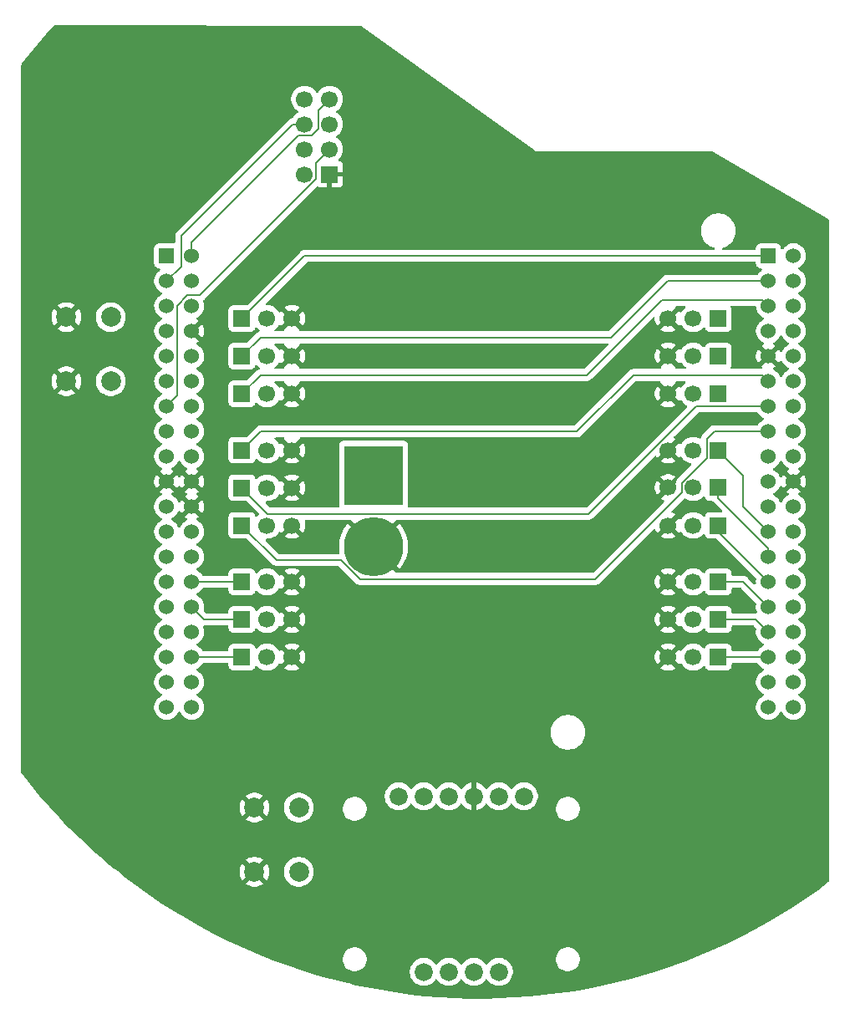
<source format=gbr>
%TF.GenerationSoftware,KiCad,Pcbnew,9.0.2*%
%TF.CreationDate,2025-07-18T09:27:23+08:00*%
%TF.ProjectId,Pathfinder,50617468-6669-46e6-9465-722e6b696361,rev?*%
%TF.SameCoordinates,Original*%
%TF.FileFunction,Copper,L4,Bot*%
%TF.FilePolarity,Positive*%
%FSLAX46Y46*%
G04 Gerber Fmt 4.6, Leading zero omitted, Abs format (unit mm)*
G04 Created by KiCad (PCBNEW 9.0.2) date 2025-07-18 09:27:23*
%MOMM*%
%LPD*%
G01*
G04 APERTURE LIST*
%TA.AperFunction,ComponentPad*%
%ADD10R,1.530000X1.530000*%
%TD*%
%TA.AperFunction,ComponentPad*%
%ADD11C,1.530000*%
%TD*%
%TA.AperFunction,ComponentPad*%
%ADD12C,2.000000*%
%TD*%
%TA.AperFunction,ComponentPad*%
%ADD13R,1.700000X1.700000*%
%TD*%
%TA.AperFunction,ComponentPad*%
%ADD14C,1.700000*%
%TD*%
%TA.AperFunction,ComponentPad*%
%ADD15C,6.000000*%
%TD*%
%TA.AperFunction,ComponentPad*%
%ADD16R,6.000000X6.000000*%
%TD*%
%TA.AperFunction,ComponentPad*%
%ADD17C,1.829000*%
%TD*%
%TA.AperFunction,Conductor*%
%ADD18C,0.200000*%
%TD*%
G04 APERTURE END LIST*
D10*
%TO.P,U1,CN7_1,PC10*%
%TO.N,/SCK*%
X118745000Y-81915000D03*
D11*
%TO.P,U1,CN7_2,PC11*%
%TO.N,/MISO*%
X121285000Y-81915000D03*
%TO.P,U1,CN7_3,PC12*%
%TO.N,/MOSI*%
X118745000Y-84455000D03*
%TO.P,U1,CN7_4,PD2*%
%TO.N,/CSN*%
X121285000Y-84455000D03*
%TO.P,U1,CN7_5,VDD*%
%TO.N,unconnected-(U1A-VDD-PadCN7_5)*%
X118745000Y-86995000D03*
%TO.P,U1,CN7_6,E5V*%
%TO.N,unconnected-(U1A-E5V-PadCN7_6)*%
X121285000Y-86995000D03*
%TO.P,U1,CN7_7,BOOT0*%
%TO.N,unconnected-(U1A-BOOT0-PadCN7_7)*%
X118745000Y-89535000D03*
%TO.P,U1,CN7_8,CN7_GND*%
%TO.N,GND*%
X121285000Y-89535000D03*
%TO.P,U1,CN7_9*%
%TO.N,N/C*%
X118745000Y-92075000D03*
%TO.P,U1,CN7_10*%
X121285000Y-92075000D03*
%TO.P,U1,CN7_11*%
X118745000Y-94615000D03*
%TO.P,U1,CN7_12,CN7_IOREF*%
%TO.N,unconnected-(U1A-CN7_IOREF-PadCN7_12)*%
X121285000Y-94615000D03*
%TO.P,U1,CN7_13,PA13*%
%TO.N,/CE*%
X118745000Y-97155000D03*
%TO.P,U1,CN7_14,CN7_RESET*%
%TO.N,Net-(U1A-CN7_RESET)*%
X121285000Y-97155000D03*
%TO.P,U1,CN7_15,PA14*%
%TO.N,unconnected-(U1A-PA14-PadCN7_15)*%
X118745000Y-99695000D03*
%TO.P,U1,CN7_16,CN7_+3V3*%
%TO.N,+3.3V*%
X121285000Y-99695000D03*
%TO.P,U1,CN7_17,PA15*%
%TO.N,unconnected-(U1A-PA15-PadCN7_17)*%
X118745000Y-102235000D03*
%TO.P,U1,CN7_18,CN7_+5V*%
%TO.N,unconnected-(U1A-CN7_+5V-PadCN7_18)*%
X121285000Y-102235000D03*
%TO.P,U1,CN7_19,CN7_GND*%
%TO.N,GND*%
X118745000Y-104775000D03*
%TO.P,U1,CN7_20,CN7_GND*%
X121285000Y-104775000D03*
%TO.P,U1,CN7_21,PB7*%
%TO.N,unconnected-(U1A-PB7-PadCN7_21)*%
X118745000Y-107315000D03*
%TO.P,U1,CN7_22,CN7_GND*%
%TO.N,GND*%
X121285000Y-107315000D03*
%TO.P,U1,CN7_23,PC13*%
%TO.N,unconnected-(U1A-PC13-PadCN7_23)*%
X118745000Y-109855000D03*
%TO.P,U1,CN7_24,CN7_VIN*%
%TO.N,+BATT*%
X121285000Y-109855000D03*
%TO.P,U1,CN7_25,PC14*%
%TO.N,unconnected-(U1A-PC14-PadCN7_25)*%
X118745000Y-112395000D03*
%TO.P,U1,CN7_26*%
%TO.N,N/C*%
X121285000Y-112395000D03*
%TO.P,U1,CN7_27,PC15*%
%TO.N,unconnected-(U1A-PC15-PadCN7_27)*%
X118745000Y-114935000D03*
%TO.P,U1,CN7_28,PA0*%
%TO.N,/PA_0*%
X121285000Y-114935000D03*
%TO.P,U1,CN7_29,PH0*%
%TO.N,/PH_0*%
X118745000Y-117475000D03*
%TO.P,U1,CN7_30,PA1*%
%TO.N,/PA_1*%
X121285000Y-117475000D03*
%TO.P,U1,CN7_31,PH1*%
%TO.N,/PH_1*%
X118745000Y-120015000D03*
%TO.P,U1,CN7_32,PA4*%
%TO.N,unconnected-(U1A-PA4-PadCN7_32)*%
X121285000Y-120015000D03*
%TO.P,U1,CN7_33,VBAT*%
%TO.N,unconnected-(U1A-VBAT-PadCN7_33)*%
X118745000Y-122555000D03*
%TO.P,U1,CN7_34,PB0*%
%TO.N,/PB_0*%
X121285000Y-122555000D03*
%TO.P,U1,CN7_35,PC2*%
%TO.N,unconnected-(U1A-PC2-PadCN7_35)*%
X118745000Y-125095000D03*
%TO.P,U1,CN7_36,PC1/PB9*%
%TO.N,/SDA*%
X121285000Y-125095000D03*
%TO.P,U1,CN7_37,PC3*%
%TO.N,unconnected-(U1A-PC3-PadCN7_37)*%
X118745000Y-127635000D03*
%TO.P,U1,CN7_38,PC0/PB8*%
%TO.N,/SCL*%
X121285000Y-127635000D03*
D10*
%TO.P,U1,CN10_1,PC9*%
%TO.N,/PC_9*%
X179705000Y-81915000D03*
D11*
%TO.P,U1,CN10_2,PC8*%
%TO.N,unconnected-(U1B-PC8-PadCN10_2)*%
X182245000Y-81915000D03*
%TO.P,U1,CN10_3,PB8*%
%TO.N,/PB_8*%
X179705000Y-84455000D03*
%TO.P,U1,CN10_4,PC6*%
%TO.N,unconnected-(U1B-PC6-PadCN10_4)*%
X182245000Y-84455000D03*
%TO.P,U1,CN10_5,PB9*%
%TO.N,/PB_9*%
X179705000Y-86995000D03*
%TO.P,U1,CN10_6,PC5*%
%TO.N,unconnected-(U1B-PC5-PadCN10_6)*%
X182245000Y-86995000D03*
%TO.P,U1,CN10_7,AVDD*%
%TO.N,unconnected-(U1B-AVDD-PadCN10_7)*%
X179705000Y-89535000D03*
%TO.P,U1,CN10_8,U5V*%
%TO.N,unconnected-(U1B-U5V-PadCN10_8)*%
X182245000Y-89535000D03*
%TO.P,U1,CN10_9,CN10_GND*%
%TO.N,GND*%
X179705000Y-92075000D03*
%TO.P,U1,CN10_10*%
%TO.N,N/C*%
X182245000Y-92075000D03*
%TO.P,U1,CN10_11,PA5*%
%TO.N,/PA_5*%
X179705000Y-94615000D03*
%TO.P,U1,CN10_12,PA12*%
%TO.N,unconnected-(U1B-PA12-PadCN10_12)*%
X182245000Y-94615000D03*
%TO.P,U1,CN10_13,PA6*%
%TO.N,/PA_6*%
X179705000Y-97155000D03*
%TO.P,U1,CN10_14,PA11*%
%TO.N,unconnected-(U1B-PA11-PadCN10_14)*%
X182245000Y-97155000D03*
%TO.P,U1,CN10_15,PA7*%
%TO.N,/PA_7*%
X179705000Y-99695000D03*
%TO.P,U1,CN10_16,PB12*%
%TO.N,unconnected-(U1B-PB12-PadCN10_16)*%
X182245000Y-99695000D03*
%TO.P,U1,CN10_17,PB6*%
%TO.N,/PB_6*%
X179705000Y-102235000D03*
%TO.P,U1,CN10_18*%
%TO.N,N/C*%
X182245000Y-102235000D03*
%TO.P,U1,CN10_19,PC7*%
%TO.N,/PC_7*%
X179705000Y-104775000D03*
%TO.P,U1,CN10_20,CN10_GND*%
%TO.N,GND*%
X182245000Y-104775000D03*
%TO.P,U1,CN10_21,PA9*%
%TO.N,/PA_9*%
X179705000Y-107315000D03*
%TO.P,U1,CN10_22,PB2*%
%TO.N,unconnected-(U1B-PB2-PadCN10_22)*%
X182245000Y-107315000D03*
%TO.P,U1,CN10_23,PA8*%
%TO.N,/PA_8*%
X179705000Y-109855000D03*
%TO.P,U1,CN10_24,PB1*%
%TO.N,unconnected-(U1B-PB1-PadCN10_24)*%
X182245000Y-109855000D03*
%TO.P,U1,CN10_25,PB10*%
%TO.N,/PB_10*%
X179705000Y-112395000D03*
%TO.P,U1,CN10_26,PB15*%
%TO.N,unconnected-(U1B-PB15-PadCN10_26)*%
X182245000Y-112395000D03*
%TO.P,U1,CN10_27,PB4*%
%TO.N,/PB_4*%
X179705000Y-114935000D03*
%TO.P,U1,CN10_28,PB14*%
%TO.N,unconnected-(U1B-PB14-PadCN10_28)*%
X182245000Y-114935000D03*
%TO.P,U1,CN10_29,PB5*%
%TO.N,/PB_5*%
X179705000Y-117475000D03*
%TO.P,U1,CN10_30,PB13*%
%TO.N,unconnected-(U1B-PB13-PadCN10_30)*%
X182245000Y-117475000D03*
%TO.P,U1,CN10_31,PB3*%
%TO.N,/PB_3*%
X179705000Y-120015000D03*
%TO.P,U1,CN10_32,AGND*%
%TO.N,unconnected-(U1B-AGND-PadCN10_32)*%
X182245000Y-120015000D03*
%TO.P,U1,CN10_33,PA10*%
%TO.N,/PA_10*%
X179705000Y-122555000D03*
%TO.P,U1,CN10_34,PC4*%
%TO.N,unconnected-(U1B-PC4-PadCN10_34)*%
X182245000Y-122555000D03*
%TO.P,U1,CN10_35,PA2*%
%TO.N,unconnected-(U1B-PA2-PadCN10_35)*%
X179705000Y-125095000D03*
%TO.P,U1,CN10_36*%
%TO.N,N/C*%
X182245000Y-125095000D03*
%TO.P,U1,CN10_37,PA3*%
%TO.N,unconnected-(U1B-PA3-PadCN10_37)*%
X179705000Y-127635000D03*
%TO.P,U1,CN10_38*%
%TO.N,N/C*%
X182245000Y-127635000D03*
%TD*%
D12*
%TO.P,SW2,1,1*%
%TO.N,N/C*%
X113085000Y-88115000D03*
%TO.N,Net-(U1A-CN7_RESET)*%
X113085000Y-94615000D03*
%TO.P,SW2,2,2*%
%TO.N,GND*%
X108585000Y-88115000D03*
X108585000Y-94615000D03*
%TD*%
D13*
%TO.P,Coxa2,1,PWM*%
%TO.N,/PC_9*%
X126365000Y-88265000D03*
D14*
%TO.P,Coxa2,2,+*%
%TO.N,+6VA*%
X128905000Y-88265000D03*
%TO.P,Coxa2,3,-*%
%TO.N,GND*%
X131445000Y-88265000D03*
%TD*%
D13*
%TO.P,Femur1,1,PWM*%
%TO.N,/PA_6*%
X126365000Y-105410000D03*
D14*
%TO.P,Femur1,2,+*%
%TO.N,+6VA*%
X128905000Y-105410000D03*
%TO.P,Femur1,3,-*%
%TO.N,GND*%
X131445000Y-105410000D03*
%TD*%
D13*
%TO.P,Tibia5,1,PWM*%
%TO.N,/PB_0*%
X126365000Y-122555000D03*
D14*
%TO.P,Tibia5,2,+*%
%TO.N,+6VC*%
X128905000Y-122555000D03*
%TO.P,Tibia5,3,-*%
%TO.N,GND*%
X131445000Y-122555000D03*
%TD*%
D13*
%TO.P,Tibia1,1,PWM*%
%TO.N,/PA_7*%
X126365000Y-109220000D03*
D14*
%TO.P,Tibia1,2,+*%
%TO.N,+6VA*%
X128905000Y-109220000D03*
%TO.P,Tibia1,3,-*%
%TO.N,GND*%
X131445000Y-109220000D03*
%TD*%
D13*
%TO.P,U2,1,GND*%
%TO.N,GND*%
X135255000Y-73660000D03*
D14*
%TO.P,U2,2,VCC*%
%TO.N,+3.3V*%
X132715000Y-73660000D03*
%TO.P,U2,3,CE*%
%TO.N,/CE*%
X135255000Y-71120000D03*
%TO.P,U2,4,~{CSN}*%
%TO.N,/CSN*%
X132715000Y-71120000D03*
%TO.P,U2,5,SCK*%
%TO.N,/SCK*%
X135255000Y-68580000D03*
%TO.P,U2,6,MOSI*%
%TO.N,/MOSI*%
X132715000Y-68580000D03*
%TO.P,U2,7,MISO*%
%TO.N,/MISO*%
X135255000Y-66040000D03*
%TO.P,U2,8,IRQ*%
%TO.N,unconnected-(U2-IRQ-Pad8)*%
X132715000Y-66040000D03*
%TD*%
D13*
%TO.P,Femur3,1,PWM*%
%TO.N,/PC_7*%
X174625000Y-92060000D03*
D14*
%TO.P,Femur3,2,+*%
%TO.N,+6VB*%
X172085000Y-92060000D03*
%TO.P,Femur3,3,-*%
%TO.N,GND*%
X169545000Y-92060000D03*
%TD*%
D13*
%TO.P,Coxa4,1,PWM*%
%TO.N,/PA_8*%
X174625000Y-101600000D03*
D14*
%TO.P,Coxa4,2,+*%
%TO.N,+6VB*%
X172085000Y-101600000D03*
%TO.P,Coxa4,3,-*%
%TO.N,GND*%
X169545000Y-101600000D03*
%TD*%
D12*
%TO.P,SW1,1,1*%
%TO.N,Net-(Bno055-RST)*%
X132135000Y-137795000D03*
%TO.N,N/C*%
X132135000Y-144295000D03*
%TO.P,SW1,2,2*%
%TO.N,GND*%
X127635000Y-137795000D03*
X127635000Y-144295000D03*
%TD*%
D13*
%TO.P,Coxa5,1,PWM*%
%TO.N,/PA_0*%
X126365000Y-114935000D03*
D14*
%TO.P,Coxa5,2,+*%
%TO.N,+6VC*%
X128905000Y-114935000D03*
%TO.P,Coxa5,3,-*%
%TO.N,GND*%
X131445000Y-114935000D03*
%TD*%
D13*
%TO.P,Tibia3,1,PWM*%
%TO.N,/PA_9*%
X174625000Y-95885000D03*
D14*
%TO.P,Tibia3,2,+*%
%TO.N,+6VB*%
X172085000Y-95885000D03*
%TO.P,Tibia3,3,-*%
%TO.N,GND*%
X169545000Y-95885000D03*
%TD*%
D13*
%TO.P,Tibia2,1,PWM*%
%TO.N,/PB_9*%
X126365000Y-95885000D03*
D14*
%TO.P,Tibia2,2,+*%
%TO.N,+6VA*%
X128905000Y-95885000D03*
%TO.P,Tibia2,3,-*%
%TO.N,GND*%
X131445000Y-95885000D03*
%TD*%
D15*
%TO.P,J1,N,NEG*%
%TO.N,GND*%
X139700000Y-111340000D03*
D16*
%TO.P,J1,P,POS*%
%TO.N,+BATT*%
X139700000Y-104140000D03*
%TD*%
D13*
%TO.P,Coxa3,1,PWM*%
%TO.N,/PB_6*%
X174625000Y-88265000D03*
D14*
%TO.P,Coxa3,2,+*%
%TO.N,+6VB*%
X172085000Y-88265000D03*
%TO.P,Coxa3,3,-*%
%TO.N,GND*%
X169545000Y-88265000D03*
%TD*%
D13*
%TO.P,Femur6,1,PWM*%
%TO.N,/PB_3*%
X174625000Y-118745000D03*
D14*
%TO.P,Femur6,2,+*%
%TO.N,+6VC*%
X172085000Y-118745000D03*
%TO.P,Femur6,3,-*%
%TO.N,GND*%
X169545000Y-118745000D03*
%TD*%
D13*
%TO.P,Femur4,1,PWM*%
%TO.N,/PB_10*%
X174625000Y-105395000D03*
D14*
%TO.P,Femur4,2,+*%
%TO.N,+6VB*%
X172085000Y-105395000D03*
%TO.P,Femur4,3,-*%
%TO.N,GND*%
X169545000Y-105395000D03*
%TD*%
D17*
%TO.P,Bno055,3vo*%
%TO.N,N/C*%
X152400000Y-136652000D03*
%TO.P,Bno055,ADR*%
X144780000Y-154432000D03*
%TO.P,Bno055,GND*%
%TO.N,GND*%
X149860000Y-136652000D03*
%TO.P,Bno055,INT*%
%TO.N,N/C*%
X147320000Y-154432000D03*
%TO.P,Bno055,PS0*%
X152400000Y-154432000D03*
%TO.P,Bno055,PS1*%
X149860000Y-154432000D03*
%TO.P,Bno055,RST*%
%TO.N,Net-(Bno055-RST)*%
X142240000Y-136652000D03*
%TO.P,Bno055,SCL*%
%TO.N,/SCL*%
X144780000Y-136652000D03*
%TO.P,Bno055,SDA*%
%TO.N,/SDA*%
X147320000Y-136652000D03*
%TO.P,Bno055,Vin*%
%TO.N,+3.3V*%
X154940000Y-136652000D03*
%TD*%
D13*
%TO.P,Tibia4,1,PWM*%
%TO.N,/PB_4*%
X174625000Y-109220000D03*
D14*
%TO.P,Tibia4,2,+*%
%TO.N,+6VB*%
X172085000Y-109220000D03*
%TO.P,Tibia4,3,-*%
%TO.N,GND*%
X169545000Y-109220000D03*
%TD*%
D13*
%TO.P,Coxa6,1,PWM*%
%TO.N,/PB_5*%
X174625000Y-114935000D03*
D14*
%TO.P,Coxa6,2,+*%
%TO.N,+6VC*%
X172085000Y-114935000D03*
%TO.P,Coxa6,3,-*%
%TO.N,GND*%
X169545000Y-114935000D03*
%TD*%
D13*
%TO.P,Coxa1,1,PWM*%
%TO.N,/PA_5*%
X126365000Y-101600000D03*
D14*
%TO.P,Coxa1,2,+*%
%TO.N,+6VA*%
X128905000Y-101600000D03*
%TO.P,Coxa1,3,-*%
%TO.N,GND*%
X131445000Y-101600000D03*
%TD*%
D13*
%TO.P,Tibia6,1,PWM*%
%TO.N,/PA_10*%
X174625000Y-122555000D03*
D14*
%TO.P,Tibia6,2,+*%
%TO.N,+6VC*%
X172085000Y-122555000D03*
%TO.P,Tibia6,3,-*%
%TO.N,GND*%
X169545000Y-122555000D03*
%TD*%
D13*
%TO.P,Femur5,1,PWM*%
%TO.N,/PA_1*%
X126365000Y-118745000D03*
D14*
%TO.P,Femur5,2,+*%
%TO.N,+6VC*%
X128905000Y-118745000D03*
%TO.P,Femur5,3,-*%
%TO.N,GND*%
X131445000Y-118745000D03*
%TD*%
D13*
%TO.P,Femur2,1,PWM*%
%TO.N,/PB_8*%
X126365000Y-92075000D03*
D14*
%TO.P,Femur2,2,+*%
%TO.N,+6VA*%
X128905000Y-92075000D03*
%TO.P,Femur2,3,-*%
%TO.N,GND*%
X131445000Y-92075000D03*
%TD*%
D18*
%TO.N,/CE*%
X135255000Y-71120000D02*
X133869200Y-72505800D01*
X133869200Y-72505800D02*
X133869200Y-74138086D01*
X133869200Y-74138086D02*
X122081486Y-85925800D01*
X122081486Y-85925800D02*
X120842122Y-85925800D01*
X120842122Y-85925800D02*
X119814200Y-86953722D01*
X119814200Y-86953722D02*
X119814200Y-96085800D01*
X119814200Y-96085800D02*
X118745000Y-97155000D01*
%TO.N,/MOSI*%
X118745000Y-84455000D02*
X120215800Y-82984200D01*
X120215800Y-82984200D02*
X120215800Y-79877119D01*
X120215800Y-79877119D02*
X131512919Y-68580000D01*
X131512919Y-68580000D02*
X132715000Y-68580000D01*
%TO.N,/MISO*%
X121285000Y-81915000D02*
X121285000Y-80567291D01*
X121285000Y-80567291D02*
X132118091Y-69734200D01*
X132118091Y-69734200D02*
X133424686Y-69734200D01*
X133424686Y-69734200D02*
X134100800Y-69058086D01*
X134100800Y-69058086D02*
X134100800Y-67194200D01*
X134100800Y-67194200D02*
X135255000Y-66040000D01*
%TO.N,/PA_5*%
X128270000Y-99695000D02*
X160282240Y-99695000D01*
X160282240Y-99695000D02*
X165997240Y-93980000D01*
X179070000Y-93980000D02*
X179705000Y-94615000D01*
X126365000Y-101600000D02*
X128270000Y-99695000D01*
X165997240Y-93980000D02*
X179070000Y-93980000D01*
%TO.N,/PA_8*%
X177165000Y-104140000D02*
X177165000Y-107315000D01*
X174625000Y-101600000D02*
X177165000Y-104140000D01*
X177165000Y-107315000D02*
X179705000Y-109855000D01*
%TO.N,/PB_4*%
X174625000Y-109220000D02*
X174625000Y-109855000D01*
X174625000Y-109855000D02*
X179705000Y-114935000D01*
%TO.N,/PA_6*%
X172357714Y-97155000D02*
X179705000Y-97155000D01*
X161476914Y-108035800D02*
X172357714Y-97155000D01*
X126365000Y-105410000D02*
X128990800Y-108035800D01*
X128990800Y-108035800D02*
X161476914Y-108035800D01*
%TO.N,/PB_5*%
X177165000Y-114935000D02*
X179705000Y-117475000D01*
X174625000Y-114935000D02*
X177165000Y-114935000D01*
%TO.N,/PA_7*%
X129853645Y-112708645D02*
X136395800Y-112708645D01*
X170930800Y-105873086D02*
X170930800Y-104916914D01*
X174221600Y-99695000D02*
X179705000Y-99695000D01*
X162159686Y-114644200D02*
X170930800Y-105873086D01*
X173470800Y-100445800D02*
X174221600Y-99695000D01*
X136395800Y-112708645D02*
X138331355Y-114644200D01*
X126365000Y-109220000D02*
X129853645Y-112708645D01*
X170930800Y-104916914D02*
X173470800Y-102376914D01*
X173470800Y-102376914D02*
X173470800Y-100445800D01*
X138331355Y-114644200D02*
X162159686Y-114644200D01*
%TO.N,/PA_10*%
X174625000Y-122555000D02*
X179705000Y-122555000D01*
%TO.N,/PB_10*%
X174625000Y-106445000D02*
X179705000Y-111525000D01*
X174625000Y-105395000D02*
X174625000Y-106445000D01*
X179705000Y-111525000D02*
X179705000Y-112395000D01*
%TO.N,/PB_3*%
X174625000Y-118745000D02*
X178435000Y-118745000D01*
X178435000Y-118745000D02*
X179705000Y-120015000D01*
%TO.N,/PA_0*%
X126365000Y-114935000D02*
X121285000Y-114935000D01*
%TO.N,/PB_8*%
X169485500Y-84455000D02*
X163770500Y-90170000D01*
X128270000Y-90170000D02*
X126365000Y-92075000D01*
X179705000Y-84455000D02*
X169485500Y-84455000D01*
X163770500Y-90170000D02*
X128270000Y-90170000D01*
%TO.N,/PA_1*%
X122555000Y-118745000D02*
X121285000Y-117475000D01*
X126365000Y-118745000D02*
X122555000Y-118745000D01*
%TO.N,/PB_9*%
X128270000Y-93980000D02*
X161290000Y-93980000D01*
X161290000Y-93980000D02*
X168910000Y-86360000D01*
X126365000Y-95885000D02*
X128270000Y-93980000D01*
X179070000Y-86360000D02*
X179705000Y-86995000D01*
X168910000Y-86360000D02*
X179070000Y-86360000D01*
%TO.N,/PB_0*%
X126365000Y-122555000D02*
X121285000Y-122555000D01*
%TO.N,/PC_9*%
X126365000Y-88265000D02*
X132715000Y-81915000D01*
X132715000Y-81915000D02*
X179705000Y-81915000D01*
%TD*%
%TA.AperFunction,Conductor*%
%TO.N,GND*%
G36*
X120809755Y-107511853D02*
G01*
X120876898Y-107628147D01*
X120971853Y-107723102D01*
X121088147Y-107790245D01*
X121147425Y-107806128D01*
X120584134Y-108369417D01*
X120621994Y-108396924D01*
X120773722Y-108474234D01*
X120824518Y-108522209D01*
X120841313Y-108590030D01*
X120818776Y-108656165D01*
X120773723Y-108695203D01*
X120621735Y-108772645D01*
X120541002Y-108831302D01*
X120460582Y-108889731D01*
X120460580Y-108889733D01*
X120460579Y-108889733D01*
X120319733Y-109030579D01*
X120319733Y-109030580D01*
X120319731Y-109030582D01*
X120294725Y-109065000D01*
X120202647Y-109191733D01*
X120125485Y-109343172D01*
X120077510Y-109393968D01*
X120009689Y-109410763D01*
X119943554Y-109388225D01*
X119904515Y-109343172D01*
X119841755Y-109220000D01*
X119827353Y-109191734D01*
X119710269Y-109030582D01*
X119569418Y-108889731D01*
X119408266Y-108772647D01*
X119256827Y-108695485D01*
X119206031Y-108647510D01*
X119189236Y-108579689D01*
X119211773Y-108513554D01*
X119256827Y-108474515D01*
X119296428Y-108454337D01*
X119408266Y-108397353D01*
X119569418Y-108280269D01*
X119710269Y-108139418D01*
X119827353Y-107978266D01*
X119904795Y-107826276D01*
X119952769Y-107775481D01*
X120020590Y-107758686D01*
X120086725Y-107781223D01*
X120125765Y-107826277D01*
X120203077Y-107978008D01*
X120230580Y-108015863D01*
X120230581Y-108015864D01*
X120793871Y-107452574D01*
X120809755Y-107511853D01*
G37*
%TD.AperFunction*%
%TA.AperFunction,Conductor*%
G36*
X120809755Y-104971853D02*
G01*
X120876898Y-105088147D01*
X120971853Y-105183102D01*
X121088147Y-105250245D01*
X121147425Y-105266128D01*
X120584134Y-105829417D01*
X120621999Y-105856928D01*
X120774272Y-105934516D01*
X120825068Y-105982490D01*
X120841863Y-106050311D01*
X120819325Y-106116446D01*
X120774272Y-106155484D01*
X120621996Y-106233073D01*
X120621995Y-106233074D01*
X120584135Y-106260580D01*
X120584135Y-106260581D01*
X121147425Y-106823871D01*
X121088147Y-106839755D01*
X120971853Y-106906898D01*
X120876898Y-107001853D01*
X120809755Y-107118147D01*
X120793871Y-107177425D01*
X120230581Y-106614135D01*
X120230580Y-106614135D01*
X120203075Y-106651993D01*
X120125764Y-106803723D01*
X120077790Y-106854518D01*
X120009969Y-106871313D01*
X119943834Y-106848775D01*
X119904795Y-106803722D01*
X119853878Y-106703793D01*
X119827353Y-106651734D01*
X119710269Y-106490582D01*
X119569418Y-106349731D01*
X119408266Y-106232647D01*
X119408262Y-106232645D01*
X119256277Y-106155204D01*
X119205481Y-106107229D01*
X119188686Y-106039408D01*
X119211224Y-105973273D01*
X119256277Y-105934234D01*
X119408005Y-105856924D01*
X119445863Y-105829418D01*
X119445863Y-105829417D01*
X118882574Y-105266128D01*
X118941853Y-105250245D01*
X119058147Y-105183102D01*
X119153102Y-105088147D01*
X119220245Y-104971853D01*
X119236128Y-104912574D01*
X119799417Y-105475863D01*
X119799418Y-105475863D01*
X119826924Y-105438005D01*
X119904515Y-105285727D01*
X119952490Y-105234931D01*
X120020311Y-105218136D01*
X120086446Y-105240674D01*
X120125485Y-105285727D01*
X120203077Y-105438008D01*
X120230580Y-105475863D01*
X120230581Y-105475864D01*
X120793871Y-104912574D01*
X120809755Y-104971853D01*
G37*
%TD.AperFunction*%
%TA.AperFunction,Conductor*%
G36*
X120086446Y-102701773D02*
G01*
X120125485Y-102746827D01*
X120202647Y-102898266D01*
X120319731Y-103059418D01*
X120460582Y-103200269D01*
X120621734Y-103317353D01*
X120711909Y-103363299D01*
X120773722Y-103394795D01*
X120824518Y-103442770D01*
X120841313Y-103510591D01*
X120818776Y-103576726D01*
X120773723Y-103615764D01*
X120621993Y-103693075D01*
X120584135Y-103720580D01*
X120584135Y-103720581D01*
X121147425Y-104283871D01*
X121088147Y-104299755D01*
X120971853Y-104366898D01*
X120876898Y-104461853D01*
X120809755Y-104578147D01*
X120793871Y-104637425D01*
X120230581Y-104074135D01*
X120230580Y-104074135D01*
X120203074Y-104111995D01*
X120203073Y-104111996D01*
X120125484Y-104264272D01*
X120077510Y-104315068D01*
X120009689Y-104331863D01*
X119943554Y-104309325D01*
X119904516Y-104264272D01*
X119826928Y-104111999D01*
X119799417Y-104074135D01*
X119799417Y-104074134D01*
X119236128Y-104637424D01*
X119220245Y-104578147D01*
X119153102Y-104461853D01*
X119058147Y-104366898D01*
X118941853Y-104299755D01*
X118882574Y-104283871D01*
X119445864Y-103720581D01*
X119445863Y-103720580D01*
X119408008Y-103693077D01*
X119256277Y-103615765D01*
X119205481Y-103567790D01*
X119188686Y-103499969D01*
X119211224Y-103433834D01*
X119256277Y-103394795D01*
X119256827Y-103394515D01*
X119408266Y-103317353D01*
X119569418Y-103200269D01*
X119710269Y-103059418D01*
X119827353Y-102898266D01*
X119904515Y-102746827D01*
X119952490Y-102696031D01*
X120020311Y-102679236D01*
X120086446Y-102701773D01*
G37*
%TD.AperFunction*%
%TA.AperFunction,Conductor*%
G36*
X170660270Y-102361717D02*
G01*
X170660270Y-102361716D01*
X170699622Y-102307555D01*
X170704232Y-102298507D01*
X170752205Y-102247709D01*
X170820025Y-102230912D01*
X170886161Y-102253447D01*
X170925204Y-102298504D01*
X170929949Y-102307817D01*
X171054890Y-102479786D01*
X171205213Y-102630109D01*
X171377179Y-102755048D01*
X171377181Y-102755049D01*
X171377184Y-102755051D01*
X171566588Y-102851557D01*
X171768757Y-102917246D01*
X171768760Y-102917246D01*
X171768761Y-102917247D01*
X171798140Y-102921900D01*
X171861275Y-102951829D01*
X171898207Y-103011140D01*
X171897209Y-103081003D01*
X171866424Y-103132054D01*
X170450281Y-104548196D01*
X170450279Y-104548198D01*
X170408527Y-104620518D01*
X170408525Y-104620520D01*
X170371225Y-104685123D01*
X170371223Y-104685126D01*
X170348536Y-104769795D01*
X170330299Y-104837857D01*
X170330299Y-104837859D01*
X170330299Y-104911893D01*
X170310614Y-104978932D01*
X170293980Y-104999574D01*
X170027962Y-105265591D01*
X170010925Y-105202007D01*
X169945099Y-105087993D01*
X169852007Y-104994901D01*
X169737993Y-104929075D01*
X169674409Y-104912037D01*
X170306716Y-104279728D01*
X170252550Y-104240375D01*
X170063217Y-104143904D01*
X169861129Y-104078242D01*
X169651246Y-104045000D01*
X169438754Y-104045000D01*
X169228872Y-104078242D01*
X169228869Y-104078242D01*
X169026782Y-104143904D01*
X168837439Y-104240380D01*
X168783282Y-104279727D01*
X168783282Y-104279728D01*
X169415591Y-104912037D01*
X169352007Y-104929075D01*
X169237993Y-104994901D01*
X169144901Y-105087993D01*
X169079075Y-105202007D01*
X169062037Y-105265591D01*
X168429728Y-104633282D01*
X168429727Y-104633282D01*
X168390380Y-104687439D01*
X168293904Y-104876782D01*
X168228242Y-105078869D01*
X168228242Y-105078872D01*
X168195000Y-105288753D01*
X168195000Y-105501246D01*
X168228242Y-105711127D01*
X168228242Y-105711130D01*
X168293904Y-105913217D01*
X168390375Y-106102550D01*
X168429728Y-106156716D01*
X169062036Y-105524407D01*
X169079075Y-105587993D01*
X169144901Y-105702007D01*
X169237993Y-105795099D01*
X169352007Y-105860925D01*
X169415590Y-105877962D01*
X168783282Y-106510269D01*
X168783282Y-106510270D01*
X168837449Y-106549624D01*
X169026781Y-106646094D01*
X169047008Y-106652667D01*
X169104683Y-106692105D01*
X169131881Y-106756464D01*
X169119966Y-106825310D01*
X169096370Y-106858279D01*
X161947270Y-114007381D01*
X161885947Y-114040866D01*
X161859589Y-114043700D01*
X142101509Y-114043700D01*
X142034470Y-114024015D01*
X142013828Y-114007381D01*
X141122498Y-113116052D01*
X141203230Y-113054105D01*
X141414105Y-112843230D01*
X141476052Y-112762499D01*
X142346212Y-113632659D01*
X142346213Y-113632659D01*
X142514612Y-113427466D01*
X142514622Y-113427453D01*
X142705666Y-113141536D01*
X142705677Y-113141518D01*
X142867773Y-112838255D01*
X142867780Y-112838241D01*
X142999376Y-112520540D01*
X143099207Y-112191443D01*
X143099208Y-112191437D01*
X143166291Y-111854182D01*
X143166294Y-111854165D01*
X143200000Y-111511940D01*
X143200000Y-111168059D01*
X143166294Y-110825834D01*
X143166291Y-110825817D01*
X143099208Y-110488562D01*
X143099207Y-110488556D01*
X142999376Y-110159459D01*
X142867780Y-109841758D01*
X142867773Y-109841744D01*
X142705677Y-109538481D01*
X142705666Y-109538463D01*
X142514622Y-109252546D01*
X142514612Y-109252533D01*
X142346213Y-109047339D01*
X142346212Y-109047338D01*
X141476051Y-109917499D01*
X141414105Y-109836770D01*
X141203230Y-109625895D01*
X141122498Y-109563947D01*
X142013827Y-108672619D01*
X142075150Y-108639134D01*
X142101508Y-108636300D01*
X161390245Y-108636300D01*
X161390261Y-108636301D01*
X161397857Y-108636301D01*
X161555968Y-108636301D01*
X161555971Y-108636301D01*
X161708699Y-108595377D01*
X161758818Y-108566439D01*
X161845630Y-108516320D01*
X161957434Y-108404516D01*
X161957434Y-108404514D01*
X161967642Y-108394307D01*
X161967643Y-108394304D01*
X168156291Y-102205656D01*
X168217609Y-102172175D01*
X168287301Y-102177159D01*
X168343234Y-102219031D01*
X168354452Y-102237047D01*
X168390373Y-102307547D01*
X168429728Y-102361716D01*
X169062037Y-101729408D01*
X169079075Y-101792993D01*
X169144901Y-101907007D01*
X169237993Y-102000099D01*
X169352007Y-102065925D01*
X169415590Y-102082962D01*
X168783282Y-102715269D01*
X168783282Y-102715270D01*
X168837449Y-102754624D01*
X169026782Y-102851095D01*
X169228870Y-102916757D01*
X169438754Y-102950000D01*
X169651246Y-102950000D01*
X169861127Y-102916757D01*
X169861130Y-102916757D01*
X170063217Y-102851095D01*
X170252554Y-102754622D01*
X170306716Y-102715270D01*
X170306717Y-102715270D01*
X169674408Y-102082962D01*
X169737993Y-102065925D01*
X169852007Y-102000099D01*
X169945099Y-101907007D01*
X170010925Y-101792993D01*
X170027962Y-101729408D01*
X170660270Y-102361717D01*
G37*
%TD.AperFunction*%
%TA.AperFunction,Conductor*%
G36*
X137365529Y-108655985D02*
G01*
X137386171Y-108672619D01*
X138277500Y-109563948D01*
X138196770Y-109625895D01*
X137985895Y-109836770D01*
X137923947Y-109917500D01*
X137053786Y-109047338D01*
X136885387Y-109252532D01*
X136885377Y-109252546D01*
X136694333Y-109538463D01*
X136694322Y-109538481D01*
X136532226Y-109841744D01*
X136532219Y-109841758D01*
X136400623Y-110159459D01*
X136300792Y-110488556D01*
X136300791Y-110488562D01*
X136233708Y-110825817D01*
X136233705Y-110825834D01*
X136200000Y-111168059D01*
X136200000Y-111511940D01*
X136233705Y-111854164D01*
X136233708Y-111854181D01*
X136254747Y-111959954D01*
X136248520Y-112029546D01*
X136205656Y-112084723D01*
X136139766Y-112107967D01*
X136133130Y-112108145D01*
X130153742Y-112108145D01*
X130086703Y-112088460D01*
X130066061Y-112071826D01*
X128776416Y-110782181D01*
X128742931Y-110720858D01*
X128747915Y-110651166D01*
X128789787Y-110595233D01*
X128855251Y-110570816D01*
X128864097Y-110570500D01*
X129011286Y-110570500D01*
X129011287Y-110570500D01*
X129221243Y-110537246D01*
X129423412Y-110471557D01*
X129612816Y-110375051D01*
X129672575Y-110331634D01*
X129784786Y-110250109D01*
X129784788Y-110250106D01*
X129784792Y-110250104D01*
X129935104Y-110099792D01*
X129935106Y-110099788D01*
X129935109Y-110099786D01*
X130020890Y-109981717D01*
X130060051Y-109927816D01*
X130064793Y-109918508D01*
X130112763Y-109867711D01*
X130180583Y-109850911D01*
X130246719Y-109873445D01*
X130285763Y-109918500D01*
X130290373Y-109927547D01*
X130329728Y-109981716D01*
X130962036Y-109349407D01*
X130979075Y-109412993D01*
X131044901Y-109527007D01*
X131137993Y-109620099D01*
X131252007Y-109685925D01*
X131315590Y-109702962D01*
X130683282Y-110335269D01*
X130683282Y-110335270D01*
X130737449Y-110374624D01*
X130926782Y-110471095D01*
X131128870Y-110536757D01*
X131338754Y-110570000D01*
X131551246Y-110570000D01*
X131761127Y-110536757D01*
X131761130Y-110536757D01*
X131963217Y-110471095D01*
X132152554Y-110374622D01*
X132206716Y-110335270D01*
X132206717Y-110335270D01*
X131574408Y-109702962D01*
X131637993Y-109685925D01*
X131752007Y-109620099D01*
X131845099Y-109527007D01*
X131910925Y-109412993D01*
X131927962Y-109349409D01*
X132560270Y-109981717D01*
X132560270Y-109981716D01*
X132599622Y-109927554D01*
X132696095Y-109738217D01*
X132761757Y-109536130D01*
X132761757Y-109536127D01*
X132795000Y-109326246D01*
X132795000Y-109113753D01*
X132761757Y-108903872D01*
X132761757Y-108903869D01*
X132727559Y-108798618D01*
X132725564Y-108728777D01*
X132761644Y-108668944D01*
X132824345Y-108638116D01*
X132845490Y-108636300D01*
X137298490Y-108636300D01*
X137365529Y-108655985D01*
G37*
%TD.AperFunction*%
%TA.AperFunction,Conductor*%
G36*
X173209340Y-106283068D02*
G01*
X173265274Y-106324939D01*
X173282189Y-106355917D01*
X173331202Y-106487328D01*
X173331206Y-106487335D01*
X173417452Y-106602544D01*
X173417455Y-106602547D01*
X173532664Y-106688793D01*
X173532671Y-106688797D01*
X173561845Y-106699678D01*
X173667517Y-106739091D01*
X173727127Y-106745500D01*
X174033503Y-106745499D01*
X174100542Y-106765183D01*
X174123720Y-106784429D01*
X174133652Y-106794962D01*
X174144480Y-106813716D01*
X174256284Y-106925520D01*
X174256286Y-106925521D01*
X174264651Y-106933886D01*
X174988584Y-107657819D01*
X175022069Y-107719142D01*
X175017085Y-107788834D01*
X174975213Y-107844767D01*
X174909749Y-107869184D01*
X174900903Y-107869500D01*
X173727129Y-107869500D01*
X173727123Y-107869501D01*
X173667516Y-107875908D01*
X173532671Y-107926202D01*
X173532664Y-107926206D01*
X173417455Y-108012452D01*
X173417452Y-108012455D01*
X173331206Y-108127664D01*
X173331203Y-108127669D01*
X173282189Y-108259083D01*
X173240317Y-108315016D01*
X173174853Y-108339433D01*
X173106580Y-108324581D01*
X173078326Y-108303430D01*
X172964786Y-108189890D01*
X172792820Y-108064951D01*
X172603414Y-107968444D01*
X172603413Y-107968443D01*
X172603412Y-107968443D01*
X172401243Y-107902754D01*
X172401241Y-107902753D01*
X172401240Y-107902753D01*
X172239957Y-107877208D01*
X172191287Y-107869500D01*
X171978713Y-107869500D01*
X171930042Y-107877208D01*
X171768760Y-107902753D01*
X171566585Y-107968444D01*
X171377179Y-108064951D01*
X171205213Y-108189890D01*
X171054890Y-108340213D01*
X170929949Y-108512182D01*
X170925202Y-108521499D01*
X170877227Y-108572293D01*
X170809405Y-108589087D01*
X170743271Y-108566548D01*
X170704234Y-108521495D01*
X170699626Y-108512452D01*
X170660270Y-108458282D01*
X170660269Y-108458282D01*
X170027962Y-109090590D01*
X170010925Y-109027007D01*
X169945099Y-108912993D01*
X169852007Y-108819901D01*
X169737993Y-108754075D01*
X169674408Y-108737037D01*
X170306716Y-108104728D01*
X170252550Y-108065375D01*
X170063217Y-107968904D01*
X169969605Y-107938488D01*
X169911929Y-107899051D01*
X169884731Y-107834692D01*
X169896646Y-107765846D01*
X169920236Y-107732883D01*
X171143533Y-106509586D01*
X171204854Y-106476103D01*
X171274546Y-106481087D01*
X171304092Y-106496947D01*
X171377184Y-106550051D01*
X171566588Y-106646557D01*
X171768757Y-106712246D01*
X171978713Y-106745500D01*
X171978714Y-106745500D01*
X172191286Y-106745500D01*
X172191287Y-106745500D01*
X172401243Y-106712246D01*
X172603412Y-106646557D01*
X172792816Y-106550051D01*
X172879147Y-106487328D01*
X172964784Y-106425110D01*
X172964784Y-106425109D01*
X172964792Y-106425104D01*
X173078329Y-106311566D01*
X173139648Y-106278084D01*
X173209340Y-106283068D01*
G37*
%TD.AperFunction*%
%TA.AperFunction,Conductor*%
G36*
X181769755Y-104971853D02*
G01*
X181836898Y-105088147D01*
X181931853Y-105183102D01*
X182048147Y-105250245D01*
X182107425Y-105266128D01*
X181544134Y-105829417D01*
X181581994Y-105856924D01*
X181733722Y-105934234D01*
X181784518Y-105982209D01*
X181801313Y-106050030D01*
X181778776Y-106116165D01*
X181733723Y-106155203D01*
X181581735Y-106232645D01*
X181478196Y-106307872D01*
X181420582Y-106349731D01*
X181420580Y-106349733D01*
X181420579Y-106349733D01*
X181279733Y-106490579D01*
X181279733Y-106490580D01*
X181279731Y-106490582D01*
X181229447Y-106559790D01*
X181162647Y-106651733D01*
X181085485Y-106803172D01*
X181037510Y-106853968D01*
X180969689Y-106870763D01*
X180903554Y-106848225D01*
X180864515Y-106803172D01*
X180807923Y-106692105D01*
X180787353Y-106651734D01*
X180670269Y-106490582D01*
X180529418Y-106349731D01*
X180368266Y-106232647D01*
X180216827Y-106155485D01*
X180166031Y-106107510D01*
X180149236Y-106039689D01*
X180171773Y-105973554D01*
X180216827Y-105934515D01*
X180229187Y-105928217D01*
X180368266Y-105857353D01*
X180529418Y-105740269D01*
X180670269Y-105599418D01*
X180787353Y-105438266D01*
X180864795Y-105286276D01*
X180912769Y-105235481D01*
X180980590Y-105218686D01*
X181046725Y-105241223D01*
X181085765Y-105286277D01*
X181163077Y-105438008D01*
X181190580Y-105475863D01*
X181190581Y-105475864D01*
X181753871Y-104912574D01*
X181769755Y-104971853D01*
G37*
%TD.AperFunction*%
%TA.AperFunction,Conductor*%
G36*
X181046446Y-102701773D02*
G01*
X181085485Y-102746827D01*
X181162647Y-102898266D01*
X181279731Y-103059418D01*
X181420582Y-103200269D01*
X181581734Y-103317353D01*
X181671909Y-103363299D01*
X181733722Y-103394795D01*
X181784518Y-103442770D01*
X181801313Y-103510591D01*
X181778776Y-103576726D01*
X181733723Y-103615764D01*
X181581993Y-103693075D01*
X181544135Y-103720580D01*
X181544135Y-103720581D01*
X182107425Y-104283871D01*
X182048147Y-104299755D01*
X181931853Y-104366898D01*
X181836898Y-104461853D01*
X181769755Y-104578147D01*
X181753871Y-104637425D01*
X181190581Y-104074135D01*
X181190580Y-104074135D01*
X181163075Y-104111993D01*
X181085764Y-104263723D01*
X181037790Y-104314518D01*
X180969969Y-104331313D01*
X180903834Y-104308775D01*
X180864795Y-104263722D01*
X180803744Y-104143904D01*
X180787353Y-104111734D01*
X180670269Y-103950582D01*
X180529418Y-103809731D01*
X180368266Y-103692647D01*
X180294652Y-103655139D01*
X180216827Y-103615485D01*
X180166031Y-103567510D01*
X180149236Y-103499689D01*
X180171773Y-103433554D01*
X180216827Y-103394515D01*
X180226116Y-103389781D01*
X180368266Y-103317353D01*
X180529418Y-103200269D01*
X180670269Y-103059418D01*
X180787353Y-102898266D01*
X180864515Y-102746827D01*
X180912490Y-102696031D01*
X180980311Y-102679236D01*
X181046446Y-102701773D01*
G37*
%TD.AperFunction*%
%TA.AperFunction,Conductor*%
G36*
X130631072Y-100315185D02*
G01*
X130676827Y-100367989D01*
X130687651Y-100429230D01*
X130683282Y-100484728D01*
X131315591Y-101117037D01*
X131252007Y-101134075D01*
X131137993Y-101199901D01*
X131044901Y-101292993D01*
X130979075Y-101407007D01*
X130962037Y-101470591D01*
X130329728Y-100838282D01*
X130329727Y-100838282D01*
X130290380Y-100892440D01*
X130290376Y-100892446D01*
X130285760Y-100901505D01*
X130237781Y-100952297D01*
X130169959Y-100969087D01*
X130103826Y-100946543D01*
X130064794Y-100901493D01*
X130060051Y-100892184D01*
X130060049Y-100892181D01*
X130060048Y-100892179D01*
X129935109Y-100720213D01*
X129784792Y-100569896D01*
X129715866Y-100519819D01*
X129673200Y-100464489D01*
X129667221Y-100394876D01*
X129699826Y-100333080D01*
X129760665Y-100298723D01*
X129788751Y-100295500D01*
X130564033Y-100295500D01*
X130631072Y-100315185D01*
G37*
%TD.AperFunction*%
%TA.AperFunction,Conductor*%
G36*
X178524702Y-97758425D02*
G01*
X178535008Y-97757168D01*
X178557654Y-97768101D01*
X178581779Y-97775185D01*
X178590247Y-97783836D01*
X178597929Y-97787545D01*
X178620466Y-97814707D01*
X178622647Y-97818266D01*
X178739731Y-97979418D01*
X178880582Y-98120269D01*
X179041734Y-98237353D01*
X179111453Y-98272877D01*
X179193172Y-98314515D01*
X179243968Y-98362490D01*
X179260763Y-98430311D01*
X179238225Y-98496446D01*
X179193172Y-98535485D01*
X179041733Y-98612647D01*
X178949790Y-98679447D01*
X178880582Y-98729731D01*
X178880580Y-98729733D01*
X178880579Y-98729733D01*
X178739733Y-98870579D01*
X178739733Y-98870580D01*
X178739731Y-98870582D01*
X178689447Y-98939790D01*
X178622647Y-99031733D01*
X178620466Y-99035293D01*
X178568652Y-99082167D01*
X178514740Y-99094500D01*
X174308270Y-99094500D01*
X174308254Y-99094499D01*
X174300658Y-99094499D01*
X174142543Y-99094499D01*
X174066179Y-99114961D01*
X173989814Y-99135423D01*
X173989809Y-99135426D01*
X173852890Y-99214475D01*
X173852882Y-99214481D01*
X172990281Y-100077082D01*
X172990279Y-100077085D01*
X172945323Y-100154951D01*
X172945321Y-100154954D01*
X172940160Y-100163895D01*
X172911223Y-100214015D01*
X172880648Y-100328117D01*
X172878574Y-100333673D01*
X172861037Y-100357076D01*
X172845820Y-100382042D01*
X172840334Y-100384706D01*
X172836677Y-100389588D01*
X172809272Y-100399795D01*
X172782973Y-100412571D01*
X172776917Y-100411846D01*
X172771202Y-100413976D01*
X172742629Y-100407747D01*
X172713598Y-100404276D01*
X172706116Y-100400773D01*
X172603414Y-100348444D01*
X172603413Y-100348443D01*
X172603412Y-100348443D01*
X172401243Y-100282754D01*
X172401241Y-100282753D01*
X172401240Y-100282753D01*
X172239957Y-100257208D01*
X172191287Y-100249500D01*
X171978713Y-100249500D01*
X171930042Y-100257208D01*
X171768760Y-100282753D01*
X171566585Y-100348444D01*
X171377179Y-100444951D01*
X171205213Y-100569890D01*
X171054890Y-100720213D01*
X170929949Y-100892182D01*
X170925202Y-100901499D01*
X170877227Y-100952293D01*
X170809405Y-100969087D01*
X170743271Y-100946548D01*
X170704234Y-100901495D01*
X170699626Y-100892452D01*
X170660270Y-100838282D01*
X170660269Y-100838282D01*
X170027962Y-101470590D01*
X170010925Y-101407007D01*
X169945099Y-101292993D01*
X169852007Y-101199901D01*
X169737993Y-101134075D01*
X169674408Y-101117037D01*
X170306716Y-100484728D01*
X170252550Y-100445375D01*
X170182047Y-100409452D01*
X170131251Y-100361477D01*
X170114456Y-100293656D01*
X170136993Y-100227522D01*
X170150651Y-100211297D01*
X172570130Y-97791819D01*
X172631453Y-97758334D01*
X172657811Y-97755500D01*
X178514740Y-97755500D01*
X178524702Y-97758425D01*
G37*
%TD.AperFunction*%
%TA.AperFunction,Conductor*%
G36*
X130631072Y-94600185D02*
G01*
X130676827Y-94652989D01*
X130687651Y-94714230D01*
X130683282Y-94769728D01*
X131315591Y-95402037D01*
X131252007Y-95419075D01*
X131137993Y-95484901D01*
X131044901Y-95577993D01*
X130979075Y-95692007D01*
X130962037Y-95755591D01*
X130329728Y-95123282D01*
X130329727Y-95123282D01*
X130290380Y-95177440D01*
X130290376Y-95177446D01*
X130285760Y-95186505D01*
X130237781Y-95237297D01*
X130169959Y-95254087D01*
X130103826Y-95231543D01*
X130064794Y-95186493D01*
X130060051Y-95177184D01*
X130060049Y-95177181D01*
X130060048Y-95177179D01*
X129935109Y-95005213D01*
X129784792Y-94854896D01*
X129715866Y-94804819D01*
X129673200Y-94749489D01*
X129667221Y-94679876D01*
X129699826Y-94618080D01*
X129760665Y-94583723D01*
X129788751Y-94580500D01*
X130564033Y-94580500D01*
X130631072Y-94600185D01*
G37*
%TD.AperFunction*%
%TA.AperFunction,Conductor*%
G36*
X171268288Y-94600185D02*
G01*
X171314043Y-94652989D01*
X171323987Y-94722147D01*
X171294962Y-94785703D01*
X171274134Y-94804819D01*
X171205207Y-94854896D01*
X171054890Y-95005213D01*
X170929949Y-95177182D01*
X170925202Y-95186499D01*
X170877227Y-95237293D01*
X170809405Y-95254087D01*
X170743271Y-95231548D01*
X170704234Y-95186495D01*
X170699626Y-95177452D01*
X170660270Y-95123282D01*
X170660269Y-95123282D01*
X170027962Y-95755590D01*
X170010925Y-95692007D01*
X169945099Y-95577993D01*
X169852007Y-95484901D01*
X169737993Y-95419075D01*
X169674409Y-95402037D01*
X170306716Y-94769728D01*
X170302348Y-94714230D01*
X170316712Y-94645853D01*
X170365763Y-94596095D01*
X170425966Y-94580500D01*
X171201249Y-94580500D01*
X171268288Y-94600185D01*
G37*
%TD.AperFunction*%
%TA.AperFunction,Conductor*%
G36*
X180759417Y-92775863D02*
G01*
X180759418Y-92775863D01*
X180786924Y-92738005D01*
X180864234Y-92586277D01*
X180912208Y-92535481D01*
X180980029Y-92518686D01*
X181046164Y-92541223D01*
X181085204Y-92586277D01*
X181138519Y-92690912D01*
X181162647Y-92738266D01*
X181279731Y-92899418D01*
X181420582Y-93040269D01*
X181581734Y-93157353D01*
X181628515Y-93181189D01*
X181733172Y-93234515D01*
X181783968Y-93282490D01*
X181800763Y-93350311D01*
X181778225Y-93416446D01*
X181733172Y-93455485D01*
X181581733Y-93532647D01*
X181489790Y-93599447D01*
X181420582Y-93649731D01*
X181420580Y-93649733D01*
X181420579Y-93649733D01*
X181279733Y-93790579D01*
X181279733Y-93790580D01*
X181279731Y-93790582D01*
X181252134Y-93828566D01*
X181162647Y-93951733D01*
X181085485Y-94103172D01*
X181037510Y-94153968D01*
X180969689Y-94170763D01*
X180903554Y-94148225D01*
X180864515Y-94103172D01*
X180787352Y-93951733D01*
X180670269Y-93790582D01*
X180529418Y-93649731D01*
X180368266Y-93532647D01*
X180216277Y-93455204D01*
X180165481Y-93407229D01*
X180148686Y-93339408D01*
X180171224Y-93273273D01*
X180216277Y-93234234D01*
X180368005Y-93156924D01*
X180405863Y-93129418D01*
X180405863Y-93129417D01*
X179842574Y-92566128D01*
X179901853Y-92550245D01*
X180018147Y-92483102D01*
X180113102Y-92388147D01*
X180180245Y-92271853D01*
X180196128Y-92212574D01*
X180759417Y-92775863D01*
G37*
%TD.AperFunction*%
%TA.AperFunction,Conductor*%
G36*
X130979075Y-92267993D02*
G01*
X131044901Y-92382007D01*
X131137993Y-92475099D01*
X131252007Y-92540925D01*
X131315590Y-92557962D01*
X130683282Y-93190269D01*
X130687651Y-93245770D01*
X130673287Y-93314147D01*
X130624236Y-93363905D01*
X130564033Y-93379500D01*
X129788751Y-93379500D01*
X129721712Y-93359815D01*
X129675957Y-93307011D01*
X129666013Y-93237853D01*
X129695038Y-93174297D01*
X129715866Y-93155181D01*
X129719793Y-93152328D01*
X129784792Y-93105104D01*
X129935104Y-92954792D01*
X129935106Y-92954788D01*
X129935109Y-92954786D01*
X130020890Y-92836717D01*
X130060051Y-92782816D01*
X130064793Y-92773508D01*
X130112763Y-92722711D01*
X130180583Y-92705911D01*
X130246719Y-92728445D01*
X130285763Y-92773500D01*
X130290373Y-92782547D01*
X130329728Y-92836716D01*
X130962037Y-92204408D01*
X130979075Y-92267993D01*
G37*
%TD.AperFunction*%
%TA.AperFunction,Conductor*%
G36*
X163417942Y-90790185D02*
G01*
X163463697Y-90842989D01*
X163473641Y-90912147D01*
X163444616Y-90975703D01*
X163438584Y-90982181D01*
X161077584Y-93343181D01*
X161016261Y-93376666D01*
X160989903Y-93379500D01*
X132325967Y-93379500D01*
X132258928Y-93359815D01*
X132213173Y-93307011D01*
X132202349Y-93245771D01*
X132206716Y-93190270D01*
X131574408Y-92557962D01*
X131637993Y-92540925D01*
X131752007Y-92475099D01*
X131845099Y-92382007D01*
X131910925Y-92267993D01*
X131927962Y-92204408D01*
X132560270Y-92836717D01*
X132560270Y-92836716D01*
X132599622Y-92782554D01*
X132696095Y-92593217D01*
X132761757Y-92391130D01*
X132761757Y-92391127D01*
X132795000Y-92181246D01*
X132795000Y-91968753D01*
X132761757Y-91758872D01*
X132761757Y-91758869D01*
X132696095Y-91556782D01*
X132599624Y-91367449D01*
X132560270Y-91313282D01*
X132560269Y-91313282D01*
X131927962Y-91945590D01*
X131910925Y-91882007D01*
X131845099Y-91767993D01*
X131752007Y-91674901D01*
X131637993Y-91609075D01*
X131574409Y-91592037D01*
X132206716Y-90959728D01*
X132202348Y-90904230D01*
X132216712Y-90835853D01*
X132265763Y-90786095D01*
X132325966Y-90770500D01*
X163350903Y-90770500D01*
X163417942Y-90790185D01*
G37*
%TD.AperFunction*%
%TA.AperFunction,Conductor*%
G36*
X170660270Y-92821717D02*
G01*
X170660270Y-92821716D01*
X170699622Y-92767555D01*
X170704232Y-92758507D01*
X170752205Y-92707709D01*
X170820025Y-92690912D01*
X170886161Y-92713447D01*
X170925204Y-92758504D01*
X170929949Y-92767817D01*
X171054890Y-92939786D01*
X171054896Y-92939792D01*
X171205208Y-93090104D01*
X171294780Y-93155181D01*
X171337446Y-93210511D01*
X171343425Y-93280124D01*
X171310820Y-93341920D01*
X171249981Y-93376277D01*
X171221895Y-93379500D01*
X170407253Y-93379500D01*
X170340214Y-93359815D01*
X170294459Y-93307011D01*
X170284515Y-93237853D01*
X170305388Y-93192145D01*
X170306717Y-93175270D01*
X169674408Y-92542962D01*
X169737993Y-92525925D01*
X169852007Y-92460099D01*
X169945099Y-92367007D01*
X170010925Y-92252993D01*
X170027962Y-92189408D01*
X170660270Y-92821717D01*
G37*
%TD.AperFunction*%
%TA.AperFunction,Conductor*%
G36*
X130631072Y-90790185D02*
G01*
X130676827Y-90842989D01*
X130687651Y-90904230D01*
X130683282Y-90959728D01*
X131315591Y-91592037D01*
X131252007Y-91609075D01*
X131137993Y-91674901D01*
X131044901Y-91767993D01*
X130979075Y-91882007D01*
X130962037Y-91945591D01*
X130329728Y-91313282D01*
X130329727Y-91313282D01*
X130290380Y-91367440D01*
X130290376Y-91367446D01*
X130285760Y-91376505D01*
X130237781Y-91427297D01*
X130169959Y-91444087D01*
X130103826Y-91421543D01*
X130064794Y-91376493D01*
X130060051Y-91367184D01*
X130060049Y-91367181D01*
X130060048Y-91367179D01*
X129935109Y-91195213D01*
X129784792Y-91044896D01*
X129751325Y-91020581D01*
X129715865Y-90994818D01*
X129673200Y-90939489D01*
X129667221Y-90869876D01*
X129699826Y-90808080D01*
X129760665Y-90773723D01*
X129788751Y-90770500D01*
X130564033Y-90770500D01*
X130631072Y-90790185D01*
G37*
%TD.AperFunction*%
%TA.AperFunction,Conductor*%
G36*
X181046446Y-90001773D02*
G01*
X181085485Y-90046827D01*
X181162647Y-90198266D01*
X181279731Y-90359418D01*
X181420582Y-90500269D01*
X181581734Y-90617353D01*
X181651453Y-90652877D01*
X181733172Y-90694515D01*
X181783968Y-90742490D01*
X181800763Y-90810311D01*
X181778225Y-90876446D01*
X181733172Y-90915485D01*
X181581733Y-90992647D01*
X181489790Y-91059447D01*
X181420582Y-91109731D01*
X181420580Y-91109733D01*
X181420579Y-91109733D01*
X181279733Y-91250579D01*
X181279733Y-91250580D01*
X181279731Y-91250582D01*
X181245075Y-91298282D01*
X181162645Y-91411735D01*
X181085203Y-91563723D01*
X181037229Y-91614518D01*
X180969408Y-91631313D01*
X180903273Y-91608775D01*
X180864234Y-91563722D01*
X180786924Y-91411994D01*
X180759417Y-91374135D01*
X180759417Y-91374134D01*
X180196128Y-91937424D01*
X180180245Y-91878147D01*
X180113102Y-91761853D01*
X180018147Y-91666898D01*
X179901853Y-91599755D01*
X179842574Y-91583871D01*
X180405864Y-91020581D01*
X180405863Y-91020580D01*
X180368008Y-90993077D01*
X180216277Y-90915765D01*
X180165481Y-90867790D01*
X180148686Y-90799969D01*
X180171224Y-90733834D01*
X180216277Y-90694795D01*
X180229258Y-90688181D01*
X180368266Y-90617353D01*
X180529418Y-90500269D01*
X180670269Y-90359418D01*
X180787353Y-90198266D01*
X180864515Y-90046827D01*
X180912490Y-89996031D01*
X180980311Y-89979236D01*
X181046446Y-90001773D01*
G37*
%TD.AperFunction*%
%TA.AperFunction,Conductor*%
G36*
X130979075Y-88457993D02*
G01*
X131044901Y-88572007D01*
X131137993Y-88665099D01*
X131252007Y-88730925D01*
X131315590Y-88747962D01*
X130683282Y-89380269D01*
X130687651Y-89435770D01*
X130673287Y-89504147D01*
X130624236Y-89553905D01*
X130564033Y-89569500D01*
X129788751Y-89569500D01*
X129721712Y-89549815D01*
X129675957Y-89497011D01*
X129666013Y-89427853D01*
X129695038Y-89364297D01*
X129715866Y-89345181D01*
X129784792Y-89295104D01*
X129935104Y-89144792D01*
X129935106Y-89144788D01*
X129935109Y-89144786D01*
X130020890Y-89026717D01*
X130060051Y-88972816D01*
X130064793Y-88963508D01*
X130112763Y-88912711D01*
X130180583Y-88895911D01*
X130246719Y-88918445D01*
X130285763Y-88963500D01*
X130290373Y-88972547D01*
X130329728Y-89026716D01*
X130962037Y-88394408D01*
X130979075Y-88457993D01*
G37*
%TD.AperFunction*%
%TA.AperFunction,Conductor*%
G36*
X178382540Y-82535185D02*
G01*
X178428295Y-82587989D01*
X178439501Y-82639500D01*
X178439501Y-82727876D01*
X178445908Y-82787483D01*
X178496202Y-82922328D01*
X178496206Y-82922335D01*
X178582452Y-83037544D01*
X178582455Y-83037547D01*
X178697664Y-83123793D01*
X178697671Y-83123797D01*
X178832517Y-83174091D01*
X178832516Y-83174091D01*
X178839444Y-83174835D01*
X178892127Y-83180500D01*
X178924568Y-83180499D01*
X178991605Y-83200182D01*
X179037361Y-83252984D01*
X179047306Y-83322143D01*
X179018283Y-83385699D01*
X178997455Y-83404816D01*
X178880582Y-83489730D01*
X178739733Y-83630579D01*
X178739733Y-83630580D01*
X178739731Y-83630582D01*
X178689447Y-83699790D01*
X178622647Y-83791733D01*
X178620466Y-83795293D01*
X178568652Y-83842167D01*
X178514740Y-83854500D01*
X169572170Y-83854500D01*
X169572154Y-83854499D01*
X169564558Y-83854499D01*
X169406443Y-83854499D01*
X169330079Y-83874961D01*
X169253714Y-83895423D01*
X169253709Y-83895426D01*
X169116790Y-83974475D01*
X169116782Y-83974481D01*
X163558084Y-89533181D01*
X163496761Y-89566666D01*
X163470403Y-89569500D01*
X132325967Y-89569500D01*
X132258928Y-89549815D01*
X132213173Y-89497011D01*
X132202349Y-89435771D01*
X132206716Y-89380270D01*
X131574408Y-88747962D01*
X131637993Y-88730925D01*
X131752007Y-88665099D01*
X131845099Y-88572007D01*
X131910925Y-88457993D01*
X131927962Y-88394408D01*
X132560270Y-89026717D01*
X132560270Y-89026716D01*
X132599622Y-88972554D01*
X132696095Y-88783217D01*
X132761757Y-88581130D01*
X132761757Y-88581127D01*
X132795000Y-88371246D01*
X132795000Y-88158753D01*
X132761757Y-87948872D01*
X132761757Y-87948869D01*
X132696095Y-87746782D01*
X132599624Y-87557449D01*
X132560270Y-87503282D01*
X132560269Y-87503282D01*
X131927962Y-88135590D01*
X131910925Y-88072007D01*
X131845099Y-87957993D01*
X131752007Y-87864901D01*
X131637993Y-87799075D01*
X131574409Y-87782037D01*
X132206716Y-87149728D01*
X132152550Y-87110375D01*
X131963217Y-87013904D01*
X131761129Y-86948242D01*
X131551246Y-86915000D01*
X131338754Y-86915000D01*
X131128872Y-86948242D01*
X131128869Y-86948242D01*
X130926782Y-87013904D01*
X130737439Y-87110380D01*
X130683282Y-87149727D01*
X130683282Y-87149728D01*
X131315591Y-87782037D01*
X131252007Y-87799075D01*
X131137993Y-87864901D01*
X131044901Y-87957993D01*
X130979075Y-88072007D01*
X130962037Y-88135591D01*
X130329728Y-87503282D01*
X130329727Y-87503282D01*
X130290380Y-87557440D01*
X130290376Y-87557446D01*
X130285760Y-87566505D01*
X130237781Y-87617297D01*
X130169959Y-87634087D01*
X130103826Y-87611543D01*
X130064794Y-87566493D01*
X130060051Y-87557184D01*
X130060049Y-87557181D01*
X130060048Y-87557179D01*
X129935109Y-87385213D01*
X129784786Y-87234890D01*
X129612820Y-87109951D01*
X129423414Y-87013444D01*
X129423413Y-87013443D01*
X129423412Y-87013443D01*
X129221243Y-86947754D01*
X129221241Y-86947753D01*
X129221240Y-86947753D01*
X129059957Y-86922208D01*
X129011287Y-86914500D01*
X128864096Y-86914500D01*
X128797057Y-86894815D01*
X128751302Y-86842011D01*
X128741358Y-86772853D01*
X128770383Y-86709297D01*
X128776415Y-86702819D01*
X132927416Y-82551819D01*
X132988739Y-82518334D01*
X133015097Y-82515500D01*
X178315501Y-82515500D01*
X178382540Y-82535185D01*
G37*
%TD.AperFunction*%
%TA.AperFunction,Conductor*%
G36*
X171268288Y-86980185D02*
G01*
X171314043Y-87032989D01*
X171323987Y-87102147D01*
X171294962Y-87165703D01*
X171274134Y-87184819D01*
X171205207Y-87234896D01*
X171054890Y-87385213D01*
X170929949Y-87557182D01*
X170925202Y-87566499D01*
X170877227Y-87617293D01*
X170809405Y-87634087D01*
X170743271Y-87611548D01*
X170704234Y-87566495D01*
X170699626Y-87557452D01*
X170660270Y-87503282D01*
X170660269Y-87503282D01*
X170027962Y-88135590D01*
X170010925Y-88072007D01*
X169945099Y-87957993D01*
X169852007Y-87864901D01*
X169737993Y-87799075D01*
X169674408Y-87782037D01*
X170306716Y-87149728D01*
X170302348Y-87094230D01*
X170316712Y-87025853D01*
X170365763Y-86976095D01*
X170425966Y-86960500D01*
X171201249Y-86960500D01*
X171268288Y-86980185D01*
G37*
%TD.AperFunction*%
%TA.AperFunction,Conductor*%
G36*
X138325978Y-58620351D02*
G01*
X138392987Y-58640131D01*
X138397853Y-58643434D01*
X156071608Y-71267543D01*
X156071607Y-71267543D01*
X156079957Y-71273507D01*
X156096426Y-71289976D01*
X156112107Y-71296471D01*
X156123637Y-71304707D01*
X156123638Y-71304708D01*
X156123640Y-71304709D01*
X156125915Y-71306334D01*
X156130354Y-71307361D01*
X156138602Y-71309272D01*
X156138605Y-71309272D01*
X156148601Y-71311587D01*
X156170118Y-71320500D01*
X156187087Y-71320500D01*
X156203622Y-71324329D01*
X156215377Y-71322369D01*
X156216474Y-71322187D01*
X156236860Y-71320500D01*
X173902842Y-71320500D01*
X173964970Y-71337187D01*
X185792628Y-78184777D01*
X185840784Y-78235402D01*
X185854500Y-78292090D01*
X185854500Y-145251042D01*
X185834815Y-145318081D01*
X185804055Y-145350870D01*
X184724434Y-146146345D01*
X184721853Y-146148196D01*
X183491163Y-147007242D01*
X183488536Y-147009026D01*
X182236268Y-147836262D01*
X182233596Y-147837979D01*
X180960507Y-148632905D01*
X180957792Y-148634552D01*
X179664799Y-149396598D01*
X179662043Y-149398175D01*
X178349946Y-150126866D01*
X178347150Y-150128372D01*
X177016874Y-150823198D01*
X177014041Y-150824633D01*
X175666328Y-151485203D01*
X175663459Y-151486564D01*
X174299290Y-152112399D01*
X174296386Y-152113686D01*
X172916662Y-152704370D01*
X172913727Y-152705582D01*
X171519342Y-153260736D01*
X171516377Y-153261873D01*
X170108191Y-153781153D01*
X170105198Y-153782213D01*
X168684224Y-154265246D01*
X168681204Y-154266230D01*
X167248291Y-154712726D01*
X167245247Y-154713632D01*
X165801355Y-155123293D01*
X165798289Y-155124120D01*
X164344436Y-155496657D01*
X164341350Y-155497406D01*
X162878414Y-155832595D01*
X162875310Y-155833265D01*
X161404211Y-156130893D01*
X161401091Y-156131482D01*
X159922936Y-156391326D01*
X159919801Y-156391836D01*
X158435425Y-156613750D01*
X158432279Y-156614179D01*
X156942746Y-156798003D01*
X156939589Y-156798352D01*
X155445817Y-156943974D01*
X155442653Y-156944242D01*
X153945604Y-157051566D01*
X153942434Y-157051752D01*
X152443172Y-157120703D01*
X152439998Y-157120808D01*
X150939464Y-157151343D01*
X150936288Y-157151367D01*
X149435467Y-157143467D01*
X149432292Y-157143410D01*
X147932122Y-157097077D01*
X147928950Y-157096938D01*
X146430500Y-157012207D01*
X146427331Y-157011987D01*
X144931529Y-156888909D01*
X144928368Y-156888608D01*
X143436240Y-156727271D01*
X143433088Y-156726890D01*
X141945500Y-156527385D01*
X141942358Y-156526922D01*
X140460466Y-156289402D01*
X140457337Y-156288860D01*
X138981925Y-156013454D01*
X138978811Y-156012831D01*
X137510995Y-155699746D01*
X137507898Y-155699044D01*
X136395628Y-155431845D01*
X136048550Y-155348466D01*
X136045484Y-155347688D01*
X134595599Y-154959856D01*
X134592542Y-154958997D01*
X133153047Y-154534158D01*
X133150013Y-154533220D01*
X131721914Y-154071673D01*
X131718905Y-154070658D01*
X130303073Y-153572684D01*
X130300090Y-153571592D01*
X129259195Y-153175255D01*
X128962845Y-153062415D01*
X136578392Y-153062415D01*
X136578392Y-153261585D01*
X136581353Y-153291654D01*
X136582341Y-153301679D01*
X136582343Y-153301689D01*
X136608245Y-153431906D01*
X136621198Y-153497021D01*
X136621199Y-153497023D01*
X136632891Y-153535567D01*
X136632892Y-153535570D01*
X136709108Y-153719573D01*
X136709111Y-153719580D01*
X136728105Y-153755116D01*
X136728106Y-153755117D01*
X136838741Y-153920695D01*
X136838758Y-153920718D01*
X136864315Y-153951859D01*
X137005140Y-154092684D01*
X137005145Y-154092688D01*
X137005146Y-154092689D01*
X137036287Y-154118246D01*
X137036290Y-154118248D01*
X137036304Y-154118258D01*
X137201882Y-154228893D01*
X137201883Y-154228894D01*
X137201890Y-154228898D01*
X137201892Y-154228899D01*
X137237420Y-154247889D01*
X137421430Y-154324108D01*
X137459979Y-154335802D01*
X137655323Y-154374659D01*
X137695415Y-154378608D01*
X137695421Y-154378608D01*
X137894579Y-154378608D01*
X137894585Y-154378608D01*
X137934677Y-154374659D01*
X138130021Y-154335802D01*
X138168570Y-154324108D01*
X138176964Y-154320631D01*
X143365000Y-154320631D01*
X143365000Y-154543368D01*
X143399841Y-154763347D01*
X143468669Y-154975175D01*
X143569784Y-155173621D01*
X143700699Y-155353810D01*
X143858190Y-155511301D01*
X144038379Y-155642216D01*
X144132136Y-155689988D01*
X144236824Y-155743330D01*
X144236826Y-155743330D01*
X144236829Y-155743332D01*
X144350371Y-155780224D01*
X144448652Y-155812158D01*
X144668632Y-155847000D01*
X144668637Y-155847000D01*
X144891368Y-155847000D01*
X145111347Y-155812158D01*
X145323171Y-155743332D01*
X145521621Y-155642216D01*
X145701810Y-155511301D01*
X145859301Y-155353810D01*
X145949682Y-155229410D01*
X146005012Y-155186745D01*
X146074625Y-155180766D01*
X146136420Y-155213372D01*
X146150316Y-155229409D01*
X146240699Y-155353810D01*
X146398190Y-155511301D01*
X146578379Y-155642216D01*
X146672136Y-155689988D01*
X146776824Y-155743330D01*
X146776826Y-155743330D01*
X146776829Y-155743332D01*
X146890371Y-155780224D01*
X146988652Y-155812158D01*
X147208632Y-155847000D01*
X147208637Y-155847000D01*
X147431368Y-155847000D01*
X147651347Y-155812158D01*
X147863171Y-155743332D01*
X148061621Y-155642216D01*
X148241810Y-155511301D01*
X148399301Y-155353810D01*
X148489682Y-155229410D01*
X148545012Y-155186745D01*
X148614625Y-155180766D01*
X148676420Y-155213372D01*
X148690316Y-155229409D01*
X148780699Y-155353810D01*
X148938190Y-155511301D01*
X149118379Y-155642216D01*
X149212136Y-155689988D01*
X149316824Y-155743330D01*
X149316826Y-155743330D01*
X149316829Y-155743332D01*
X149430371Y-155780224D01*
X149528652Y-155812158D01*
X149748632Y-155847000D01*
X149748637Y-155847000D01*
X149971368Y-155847000D01*
X150191347Y-155812158D01*
X150403171Y-155743332D01*
X150601621Y-155642216D01*
X150781810Y-155511301D01*
X150939301Y-155353810D01*
X151029682Y-155229410D01*
X151085012Y-155186745D01*
X151154625Y-155180766D01*
X151216420Y-155213372D01*
X151230316Y-155229409D01*
X151320699Y-155353810D01*
X151478190Y-155511301D01*
X151658379Y-155642216D01*
X151752136Y-155689988D01*
X151856824Y-155743330D01*
X151856826Y-155743330D01*
X151856829Y-155743332D01*
X151970371Y-155780224D01*
X152068652Y-155812158D01*
X152288632Y-155847000D01*
X152288637Y-155847000D01*
X152511368Y-155847000D01*
X152731347Y-155812158D01*
X152943171Y-155743332D01*
X153141621Y-155642216D01*
X153321810Y-155511301D01*
X153479301Y-155353810D01*
X153610216Y-155173621D01*
X153711332Y-154975171D01*
X153780158Y-154763347D01*
X153788032Y-154713632D01*
X153815000Y-154543368D01*
X153815000Y-154320631D01*
X153780158Y-154100652D01*
X153721686Y-153920695D01*
X153711332Y-153888829D01*
X153711330Y-153888826D01*
X153711330Y-153888824D01*
X153643197Y-153755108D01*
X153610216Y-153690379D01*
X153479301Y-153510190D01*
X153321810Y-153352699D01*
X153141621Y-153221784D01*
X153029475Y-153164642D01*
X152943175Y-153120669D01*
X152763890Y-153062415D01*
X158168392Y-153062415D01*
X158168392Y-153261585D01*
X158171353Y-153291654D01*
X158172341Y-153301679D01*
X158172343Y-153301689D01*
X158198245Y-153431906D01*
X158211198Y-153497021D01*
X158211199Y-153497023D01*
X158222891Y-153535567D01*
X158222892Y-153535570D01*
X158299108Y-153719573D01*
X158299111Y-153719580D01*
X158318105Y-153755116D01*
X158318106Y-153755117D01*
X158428741Y-153920695D01*
X158428758Y-153920718D01*
X158454315Y-153951859D01*
X158595140Y-154092684D01*
X158595145Y-154092688D01*
X158595146Y-154092689D01*
X158626287Y-154118246D01*
X158626290Y-154118248D01*
X158626304Y-154118258D01*
X158791882Y-154228893D01*
X158791883Y-154228894D01*
X158791890Y-154228898D01*
X158791892Y-154228899D01*
X158827420Y-154247889D01*
X159011430Y-154324108D01*
X159049979Y-154335802D01*
X159245323Y-154374659D01*
X159285415Y-154378608D01*
X159285421Y-154378608D01*
X159484579Y-154378608D01*
X159484585Y-154378608D01*
X159524677Y-154374659D01*
X159720021Y-154335802D01*
X159758570Y-154324108D01*
X159942580Y-154247889D01*
X159978108Y-154228899D01*
X159978113Y-154228895D01*
X159978116Y-154228894D01*
X159978117Y-154228893D01*
X160143695Y-154118258D01*
X160143694Y-154118258D01*
X160143713Y-154118246D01*
X160174854Y-154092689D01*
X160315689Y-153951854D01*
X160341246Y-153920713D01*
X160451899Y-153755108D01*
X160470889Y-153719580D01*
X160547108Y-153535570D01*
X160558802Y-153497021D01*
X160597659Y-153301677D01*
X160601608Y-153261585D01*
X160601608Y-153062415D01*
X160597659Y-153022323D01*
X160558802Y-152826979D01*
X160547108Y-152788430D01*
X160470889Y-152604420D01*
X160451899Y-152568892D01*
X160451898Y-152568890D01*
X160451894Y-152568883D01*
X160451893Y-152568882D01*
X160341258Y-152403304D01*
X160341251Y-152403294D01*
X160341246Y-152403287D01*
X160315689Y-152372146D01*
X160315688Y-152372145D01*
X160315684Y-152372140D01*
X160174859Y-152231315D01*
X160143718Y-152205758D01*
X160143695Y-152205741D01*
X159978117Y-152095106D01*
X159978116Y-152095105D01*
X159942580Y-152076111D01*
X159942573Y-152076108D01*
X159758570Y-151999892D01*
X159758567Y-151999891D01*
X159751393Y-151997714D01*
X159720021Y-151988198D01*
X159654906Y-151975245D01*
X159524689Y-151949343D01*
X159524679Y-151949341D01*
X159514654Y-151948353D01*
X159484585Y-151945392D01*
X159285415Y-151945392D01*
X159258687Y-151948024D01*
X159245320Y-151949341D01*
X159245310Y-151949343D01*
X159049984Y-151988197D01*
X159049979Y-151988198D01*
X159049976Y-151988199D01*
X159011432Y-151999891D01*
X159011429Y-151999892D01*
X158827426Y-152076108D01*
X158827419Y-152076111D01*
X158791883Y-152095105D01*
X158791882Y-152095106D01*
X158626304Y-152205741D01*
X158626281Y-152205758D01*
X158595140Y-152231315D01*
X158454315Y-152372140D01*
X158428758Y-152403281D01*
X158428741Y-152403304D01*
X158318106Y-152568882D01*
X158318105Y-152568883D01*
X158299111Y-152604419D01*
X158299108Y-152604426D01*
X158222892Y-152788429D01*
X158222891Y-152788432D01*
X158211199Y-152826976D01*
X158211197Y-152826984D01*
X158172343Y-153022310D01*
X158172341Y-153022320D01*
X158172341Y-153022323D01*
X158168392Y-153062415D01*
X152763890Y-153062415D01*
X152731347Y-153051841D01*
X152511368Y-153017000D01*
X152511363Y-153017000D01*
X152288637Y-153017000D01*
X152288632Y-153017000D01*
X152068652Y-153051841D01*
X151856824Y-153120669D01*
X151658378Y-153221784D01*
X151603201Y-153261873D01*
X151478190Y-153352699D01*
X151478188Y-153352701D01*
X151478187Y-153352701D01*
X151320701Y-153510187D01*
X151320701Y-153510188D01*
X151320699Y-153510190D01*
X151230318Y-153634589D01*
X151174988Y-153677254D01*
X151105374Y-153683233D01*
X151043580Y-153650627D01*
X151029682Y-153634589D01*
X150939301Y-153510190D01*
X150781810Y-153352699D01*
X150601621Y-153221784D01*
X150403175Y-153120669D01*
X150191347Y-153051841D01*
X149971368Y-153017000D01*
X149971363Y-153017000D01*
X149748637Y-153017000D01*
X149748632Y-153017000D01*
X149528652Y-153051841D01*
X149316824Y-153120669D01*
X149118378Y-153221784D01*
X149063201Y-153261873D01*
X148938190Y-153352699D01*
X148938188Y-153352701D01*
X148938187Y-153352701D01*
X148780701Y-153510187D01*
X148780701Y-153510188D01*
X148780699Y-153510190D01*
X148690318Y-153634589D01*
X148634988Y-153677254D01*
X148565374Y-153683233D01*
X148503580Y-153650627D01*
X148489682Y-153634589D01*
X148399301Y-153510190D01*
X148241810Y-153352699D01*
X148061621Y-153221784D01*
X147863175Y-153120669D01*
X147651347Y-153051841D01*
X147431368Y-153017000D01*
X147431363Y-153017000D01*
X147208637Y-153017000D01*
X147208632Y-153017000D01*
X146988652Y-153051841D01*
X146776824Y-153120669D01*
X146578378Y-153221784D01*
X146523201Y-153261873D01*
X146398190Y-153352699D01*
X146398188Y-153352701D01*
X146398187Y-153352701D01*
X146240701Y-153510187D01*
X146240701Y-153510188D01*
X146240699Y-153510190D01*
X146150318Y-153634589D01*
X146094988Y-153677254D01*
X146025374Y-153683233D01*
X145963580Y-153650627D01*
X145949682Y-153634589D01*
X145859301Y-153510190D01*
X145701810Y-153352699D01*
X145521621Y-153221784D01*
X145323175Y-153120669D01*
X145111347Y-153051841D01*
X144891368Y-153017000D01*
X144891363Y-153017000D01*
X144668637Y-153017000D01*
X144668632Y-153017000D01*
X144448652Y-153051841D01*
X144236824Y-153120669D01*
X144038378Y-153221784D01*
X143983201Y-153261873D01*
X143858190Y-153352699D01*
X143858188Y-153352701D01*
X143858187Y-153352701D01*
X143700701Y-153510187D01*
X143700701Y-153510188D01*
X143700699Y-153510190D01*
X143644475Y-153587574D01*
X143569784Y-153690378D01*
X143468669Y-153888824D01*
X143399841Y-154100652D01*
X143365000Y-154320631D01*
X138176964Y-154320631D01*
X138352580Y-154247889D01*
X138388108Y-154228899D01*
X138553713Y-154118246D01*
X138584854Y-154092689D01*
X138725689Y-153951854D01*
X138751246Y-153920713D01*
X138861899Y-153755108D01*
X138880889Y-153719580D01*
X138957108Y-153535570D01*
X138968802Y-153497021D01*
X139007659Y-153301677D01*
X139011608Y-153261585D01*
X139011608Y-153062415D01*
X139007659Y-153022323D01*
X138968802Y-152826979D01*
X138957108Y-152788430D01*
X138880889Y-152604420D01*
X138861899Y-152568892D01*
X138861898Y-152568890D01*
X138861894Y-152568883D01*
X138861893Y-152568882D01*
X138751258Y-152403304D01*
X138751251Y-152403294D01*
X138751246Y-152403287D01*
X138725689Y-152372146D01*
X138725688Y-152372145D01*
X138725684Y-152372140D01*
X138584859Y-152231315D01*
X138553718Y-152205758D01*
X138553695Y-152205741D01*
X138388117Y-152095106D01*
X138388116Y-152095105D01*
X138352580Y-152076111D01*
X138352573Y-152076108D01*
X138168570Y-151999892D01*
X138168567Y-151999891D01*
X138161393Y-151997714D01*
X138130021Y-151988198D01*
X138064906Y-151975245D01*
X137934689Y-151949343D01*
X137934679Y-151949341D01*
X137924654Y-151948353D01*
X137894585Y-151945392D01*
X137695415Y-151945392D01*
X137668687Y-151948024D01*
X137655320Y-151949341D01*
X137655310Y-151949343D01*
X137459984Y-151988197D01*
X137459979Y-151988198D01*
X137459976Y-151988199D01*
X137421432Y-151999891D01*
X137421429Y-151999892D01*
X137237426Y-152076108D01*
X137237419Y-152076111D01*
X137201883Y-152095105D01*
X137201882Y-152095106D01*
X137036304Y-152205741D01*
X137036281Y-152205758D01*
X137005140Y-152231315D01*
X136864315Y-152372140D01*
X136838758Y-152403281D01*
X136838741Y-152403304D01*
X136728106Y-152568882D01*
X136728105Y-152568883D01*
X136709111Y-152604419D01*
X136709108Y-152604426D01*
X136632892Y-152788429D01*
X136632891Y-152788432D01*
X136621199Y-152826976D01*
X136621197Y-152826984D01*
X136582343Y-153022310D01*
X136582341Y-153022320D01*
X136582341Y-153022323D01*
X136578392Y-153062415D01*
X128962845Y-153062415D01*
X128897458Y-153037518D01*
X128894505Y-153036350D01*
X127506030Y-152466542D01*
X127503108Y-152465299D01*
X126129651Y-151860107D01*
X126126762Y-151858789D01*
X124769302Y-151218649D01*
X124766447Y-151217258D01*
X123425781Y-150542543D01*
X123422963Y-150541079D01*
X122100029Y-149832262D01*
X122097249Y-149830726D01*
X120792910Y-149088269D01*
X120790171Y-149086663D01*
X119505272Y-148311047D01*
X119502574Y-148309372D01*
X118763731Y-147837149D01*
X118237923Y-147501085D01*
X118235291Y-147499354D01*
X118117015Y-147419421D01*
X116991793Y-146658973D01*
X116989185Y-146657161D01*
X115767622Y-145785217D01*
X115765061Y-145783339D01*
X115481077Y-145569447D01*
X114566183Y-144880365D01*
X114563672Y-144878423D01*
X113796480Y-144269181D01*
X113680334Y-144176947D01*
X126135000Y-144176947D01*
X126135000Y-144413052D01*
X126171934Y-144646247D01*
X126244897Y-144870802D01*
X126352087Y-145081174D01*
X126412338Y-145164104D01*
X126412340Y-145164105D01*
X127111212Y-144465233D01*
X127122482Y-144507292D01*
X127194890Y-144632708D01*
X127297292Y-144735110D01*
X127422708Y-144807518D01*
X127464765Y-144818787D01*
X126765893Y-145517658D01*
X126848828Y-145577914D01*
X127059197Y-145685102D01*
X127283752Y-145758065D01*
X127283751Y-145758065D01*
X127516948Y-145795000D01*
X127753052Y-145795000D01*
X127986247Y-145758065D01*
X128210802Y-145685102D01*
X128421163Y-145577918D01*
X128421169Y-145577914D01*
X128504104Y-145517658D01*
X128504105Y-145517658D01*
X127805233Y-144818787D01*
X127847292Y-144807518D01*
X127972708Y-144735110D01*
X128075110Y-144632708D01*
X128147518Y-144507292D01*
X128158787Y-144465233D01*
X128857658Y-145164105D01*
X128857658Y-145164104D01*
X128917914Y-145081169D01*
X128917918Y-145081163D01*
X129025102Y-144870802D01*
X129098065Y-144646247D01*
X129135000Y-144413052D01*
X129135000Y-144176947D01*
X129134993Y-144176902D01*
X130634500Y-144176902D01*
X130634500Y-144413097D01*
X130671446Y-144646368D01*
X130744433Y-144870996D01*
X130851519Y-145081163D01*
X130851657Y-145081433D01*
X130990483Y-145272510D01*
X131157490Y-145439517D01*
X131348567Y-145578343D01*
X131447991Y-145629002D01*
X131559003Y-145685566D01*
X131559005Y-145685566D01*
X131559008Y-145685568D01*
X131679412Y-145724689D01*
X131783631Y-145758553D01*
X132016903Y-145795500D01*
X132016908Y-145795500D01*
X132253097Y-145795500D01*
X132486368Y-145758553D01*
X132487870Y-145758065D01*
X132710992Y-145685568D01*
X132921433Y-145578343D01*
X133112510Y-145439517D01*
X133279517Y-145272510D01*
X133418343Y-145081433D01*
X133525568Y-144870992D01*
X133598553Y-144646368D01*
X133600717Y-144632708D01*
X133635500Y-144413097D01*
X133635500Y-144176902D01*
X133598553Y-143943631D01*
X133525566Y-143719003D01*
X133418477Y-143508830D01*
X133418343Y-143508567D01*
X133279517Y-143317490D01*
X133112510Y-143150483D01*
X132921433Y-143011657D01*
X132710996Y-142904433D01*
X132486368Y-142831446D01*
X132253097Y-142794500D01*
X132253092Y-142794500D01*
X132016908Y-142794500D01*
X132016903Y-142794500D01*
X131783631Y-142831446D01*
X131559003Y-142904433D01*
X131348566Y-143011657D01*
X131265047Y-143072338D01*
X131157490Y-143150483D01*
X131157488Y-143150485D01*
X131157487Y-143150485D01*
X130990485Y-143317487D01*
X130990485Y-143317488D01*
X130990483Y-143317490D01*
X130930862Y-143399550D01*
X130851657Y-143508566D01*
X130744433Y-143719003D01*
X130671446Y-143943631D01*
X130634500Y-144176902D01*
X129134993Y-144176902D01*
X129098065Y-143943752D01*
X129025102Y-143719197D01*
X128917914Y-143508828D01*
X128857658Y-143425894D01*
X128857658Y-143425893D01*
X128158787Y-144124765D01*
X128147518Y-144082708D01*
X128075110Y-143957292D01*
X127972708Y-143854890D01*
X127847292Y-143782482D01*
X127805234Y-143771212D01*
X128504105Y-143072340D01*
X128504104Y-143072338D01*
X128421174Y-143012087D01*
X128210802Y-142904897D01*
X127986247Y-142831934D01*
X127986248Y-142831934D01*
X127753052Y-142795000D01*
X127516948Y-142795000D01*
X127283752Y-142831934D01*
X127059197Y-142904897D01*
X126848830Y-143012084D01*
X126765894Y-143072340D01*
X127464766Y-143771212D01*
X127422708Y-143782482D01*
X127297292Y-143854890D01*
X127194890Y-143957292D01*
X127122482Y-144082708D01*
X127111212Y-144124766D01*
X126412340Y-143425894D01*
X126352084Y-143508830D01*
X126244897Y-143719197D01*
X126171934Y-143943752D01*
X126135000Y-144176947D01*
X113680334Y-144176947D01*
X113388321Y-143945054D01*
X113385859Y-143943047D01*
X113149175Y-143745000D01*
X112982952Y-143605911D01*
X112515418Y-143214698D01*
X112234823Y-142979908D01*
X112232414Y-142977839D01*
X112019035Y-142789796D01*
X111106395Y-141985520D01*
X111104092Y-141983438D01*
X110003840Y-140962594D01*
X110001540Y-140960405D01*
X108927796Y-139911728D01*
X108925553Y-139909480D01*
X108328290Y-139295500D01*
X107879024Y-138833658D01*
X107876850Y-138831365D01*
X106858240Y-137729125D01*
X106856116Y-137726767D01*
X106812387Y-137676947D01*
X126135000Y-137676947D01*
X126135000Y-137913052D01*
X126171934Y-138146247D01*
X126244897Y-138370802D01*
X126352087Y-138581174D01*
X126412338Y-138664104D01*
X126412340Y-138664105D01*
X127111212Y-137965233D01*
X127122482Y-138007292D01*
X127194890Y-138132708D01*
X127297292Y-138235110D01*
X127422708Y-138307518D01*
X127464765Y-138318787D01*
X126765893Y-139017658D01*
X126848828Y-139077914D01*
X127059197Y-139185102D01*
X127283752Y-139258065D01*
X127283751Y-139258065D01*
X127516948Y-139295000D01*
X127753052Y-139295000D01*
X127986247Y-139258065D01*
X128210802Y-139185102D01*
X128421163Y-139077918D01*
X128421169Y-139077914D01*
X128504104Y-139017658D01*
X128504105Y-139017658D01*
X127805233Y-138318787D01*
X127847292Y-138307518D01*
X127972708Y-138235110D01*
X128075110Y-138132708D01*
X128147518Y-138007292D01*
X128158787Y-137965233D01*
X128857658Y-138664105D01*
X128857658Y-138664104D01*
X128917914Y-138581169D01*
X128917918Y-138581163D01*
X129025102Y-138370802D01*
X129098065Y-138146247D01*
X129135000Y-137913052D01*
X129135000Y-137676947D01*
X129134993Y-137676902D01*
X130634500Y-137676902D01*
X130634500Y-137913097D01*
X130671446Y-138146368D01*
X130744433Y-138370996D01*
X130851519Y-138581163D01*
X130851657Y-138581433D01*
X130990483Y-138772510D01*
X131157490Y-138939517D01*
X131348567Y-139078343D01*
X131447991Y-139129002D01*
X131559003Y-139185566D01*
X131559005Y-139185566D01*
X131559008Y-139185568D01*
X131679412Y-139224689D01*
X131783631Y-139258553D01*
X132016903Y-139295500D01*
X132016908Y-139295500D01*
X132253097Y-139295500D01*
X132486368Y-139258553D01*
X132487870Y-139258065D01*
X132710992Y-139185568D01*
X132921433Y-139078343D01*
X133112510Y-138939517D01*
X133279517Y-138772510D01*
X133418343Y-138581433D01*
X133525568Y-138370992D01*
X133598553Y-138146368D01*
X133611965Y-138061689D01*
X133635500Y-137913097D01*
X133635500Y-137822415D01*
X136578392Y-137822415D01*
X136578392Y-138021585D01*
X136580653Y-138044535D01*
X136582341Y-138061679D01*
X136582343Y-138061689D01*
X136596470Y-138132708D01*
X136621198Y-138257021D01*
X136621199Y-138257023D01*
X136632891Y-138295567D01*
X136632892Y-138295570D01*
X136709108Y-138479573D01*
X136709111Y-138479580D01*
X136728105Y-138515116D01*
X136728106Y-138515117D01*
X136838741Y-138680695D01*
X136838758Y-138680718D01*
X136864315Y-138711859D01*
X137005140Y-138852684D01*
X137005145Y-138852688D01*
X137005146Y-138852689D01*
X137036287Y-138878246D01*
X137036294Y-138878251D01*
X137036304Y-138878258D01*
X137201882Y-138988893D01*
X137201883Y-138988894D01*
X137201890Y-138988898D01*
X137201892Y-138988899D01*
X137237420Y-139007889D01*
X137421430Y-139084108D01*
X137459979Y-139095802D01*
X137655323Y-139134659D01*
X137695415Y-139138608D01*
X137695421Y-139138608D01*
X137894579Y-139138608D01*
X137894585Y-139138608D01*
X137934677Y-139134659D01*
X138130021Y-139095802D01*
X138168570Y-139084108D01*
X138352580Y-139007889D01*
X138388108Y-138988899D01*
X138388113Y-138988895D01*
X138388116Y-138988894D01*
X138388117Y-138988893D01*
X138553695Y-138878258D01*
X138553694Y-138878258D01*
X138553713Y-138878246D01*
X138584854Y-138852689D01*
X138725689Y-138711854D01*
X138751246Y-138680713D01*
X138861899Y-138515108D01*
X138880889Y-138479580D01*
X138957108Y-138295570D01*
X138968802Y-138257021D01*
X139007659Y-138061677D01*
X139011608Y-138021585D01*
X139011608Y-137822415D01*
X139007659Y-137782323D01*
X138968802Y-137586979D01*
X138957108Y-137548430D01*
X138880889Y-137364420D01*
X138861899Y-137328892D01*
X138861898Y-137328890D01*
X138861894Y-137328883D01*
X138861893Y-137328882D01*
X138751258Y-137163304D01*
X138751251Y-137163294D01*
X138751246Y-137163287D01*
X138725689Y-137132146D01*
X138725688Y-137132145D01*
X138725684Y-137132140D01*
X138584859Y-136991315D01*
X138553718Y-136965758D01*
X138553695Y-136965741D01*
X138388117Y-136855106D01*
X138388116Y-136855105D01*
X138352580Y-136836111D01*
X138352573Y-136836108D01*
X138168570Y-136759892D01*
X138168567Y-136759891D01*
X138161393Y-136757714D01*
X138130021Y-136748198D01*
X138064906Y-136735245D01*
X137934689Y-136709343D01*
X137934679Y-136709341D01*
X137924654Y-136708353D01*
X137894585Y-136705392D01*
X137695415Y-136705392D01*
X137668687Y-136708024D01*
X137655320Y-136709341D01*
X137655310Y-136709343D01*
X137459984Y-136748197D01*
X137459979Y-136748198D01*
X137459976Y-136748199D01*
X137421432Y-136759891D01*
X137421429Y-136759892D01*
X137237426Y-136836108D01*
X137237419Y-136836111D01*
X137201883Y-136855105D01*
X137201882Y-136855106D01*
X137036304Y-136965741D01*
X137036281Y-136965758D01*
X137005140Y-136991315D01*
X136864315Y-137132140D01*
X136838758Y-137163281D01*
X136838741Y-137163304D01*
X136728106Y-137328882D01*
X136728105Y-137328883D01*
X136709111Y-137364419D01*
X136709108Y-137364426D01*
X136632892Y-137548429D01*
X136632891Y-137548432D01*
X136621199Y-137586976D01*
X136621197Y-137586984D01*
X136582343Y-137782310D01*
X136582341Y-137782320D01*
X136582341Y-137782323D01*
X136578392Y-137822415D01*
X133635500Y-137822415D01*
X133635500Y-137676902D01*
X133598553Y-137443631D01*
X133525566Y-137219003D01*
X133469002Y-137107991D01*
X133418343Y-137008567D01*
X133279517Y-136817490D01*
X133112510Y-136650483D01*
X132961312Y-136540631D01*
X140825000Y-136540631D01*
X140825000Y-136763368D01*
X140859841Y-136983347D01*
X140928669Y-137195175D01*
X141010049Y-137354890D01*
X141029784Y-137393621D01*
X141160699Y-137573810D01*
X141318190Y-137731301D01*
X141498379Y-137862216D01*
X141592136Y-137909988D01*
X141696824Y-137963330D01*
X141696826Y-137963330D01*
X141696829Y-137963332D01*
X141810371Y-138000224D01*
X141908652Y-138032158D01*
X142128632Y-138067000D01*
X142128637Y-138067000D01*
X142351368Y-138067000D01*
X142571347Y-138032158D01*
X142603887Y-138021585D01*
X142783171Y-137963332D01*
X142981621Y-137862216D01*
X143161810Y-137731301D01*
X143319301Y-137573810D01*
X143409682Y-137449410D01*
X143465012Y-137406745D01*
X143534625Y-137400766D01*
X143596420Y-137433372D01*
X143610316Y-137449409D01*
X143700699Y-137573810D01*
X143858190Y-137731301D01*
X144038379Y-137862216D01*
X144132136Y-137909988D01*
X144236824Y-137963330D01*
X144236826Y-137963330D01*
X144236829Y-137963332D01*
X144350371Y-138000224D01*
X144448652Y-138032158D01*
X144668632Y-138067000D01*
X144668637Y-138067000D01*
X144891368Y-138067000D01*
X145111347Y-138032158D01*
X145143887Y-138021585D01*
X145323171Y-137963332D01*
X145521621Y-137862216D01*
X145701810Y-137731301D01*
X145859301Y-137573810D01*
X145949682Y-137449410D01*
X146005012Y-137406745D01*
X146074625Y-137400766D01*
X146136420Y-137433372D01*
X146150316Y-137449409D01*
X146240699Y-137573810D01*
X146398190Y-137731301D01*
X146578379Y-137862216D01*
X146672136Y-137909988D01*
X146776824Y-137963330D01*
X146776826Y-137963330D01*
X146776829Y-137963332D01*
X146890371Y-138000224D01*
X146988652Y-138032158D01*
X147208632Y-138067000D01*
X147208637Y-138067000D01*
X147431368Y-138067000D01*
X147651347Y-138032158D01*
X147683887Y-138021585D01*
X147863171Y-137963332D01*
X148061621Y-137862216D01*
X148241810Y-137731301D01*
X148399301Y-137573810D01*
X148489990Y-137448986D01*
X148545320Y-137406321D01*
X148614933Y-137400342D01*
X148676728Y-137432948D01*
X148690626Y-137448986D01*
X148781082Y-137573486D01*
X148781082Y-137573487D01*
X148938512Y-137730917D01*
X149118639Y-137861788D01*
X149317019Y-137962869D01*
X149317022Y-137962870D01*
X149528767Y-138031669D01*
X149610000Y-138044535D01*
X149610000Y-137084723D01*
X149667104Y-137117693D01*
X149794207Y-137151750D01*
X149925793Y-137151750D01*
X150052896Y-137117693D01*
X150110000Y-137084723D01*
X150110000Y-138044534D01*
X150191230Y-138031669D01*
X150191233Y-138031669D01*
X150402977Y-137962870D01*
X150402980Y-137962869D01*
X150601360Y-137861788D01*
X150781486Y-137730917D01*
X150781487Y-137730917D01*
X150938917Y-137573487D01*
X150938922Y-137573481D01*
X151029373Y-137448987D01*
X151084703Y-137406321D01*
X151154316Y-137400342D01*
X151216111Y-137432948D01*
X151230009Y-137448986D01*
X151320699Y-137573810D01*
X151478190Y-137731301D01*
X151658379Y-137862216D01*
X151752136Y-137909988D01*
X151856824Y-137963330D01*
X151856826Y-137963330D01*
X151856829Y-137963332D01*
X151970371Y-138000224D01*
X152068652Y-138032158D01*
X152288632Y-138067000D01*
X152288637Y-138067000D01*
X152511368Y-138067000D01*
X152731347Y-138032158D01*
X152763887Y-138021585D01*
X152943171Y-137963332D01*
X153141621Y-137862216D01*
X153321810Y-137731301D01*
X153479301Y-137573810D01*
X153569682Y-137449410D01*
X153625012Y-137406745D01*
X153694625Y-137400766D01*
X153756420Y-137433372D01*
X153770316Y-137449409D01*
X153860699Y-137573810D01*
X154018190Y-137731301D01*
X154198379Y-137862216D01*
X154292136Y-137909988D01*
X154396824Y-137963330D01*
X154396826Y-137963330D01*
X154396829Y-137963332D01*
X154510371Y-138000224D01*
X154608652Y-138032158D01*
X154828632Y-138067000D01*
X154828637Y-138067000D01*
X155051368Y-138067000D01*
X155271347Y-138032158D01*
X155303887Y-138021585D01*
X155483171Y-137963332D01*
X155681621Y-137862216D01*
X155736402Y-137822415D01*
X158168392Y-137822415D01*
X158168392Y-138021585D01*
X158170653Y-138044535D01*
X158172341Y-138061679D01*
X158172343Y-138061689D01*
X158186470Y-138132708D01*
X158211198Y-138257021D01*
X158211199Y-138257023D01*
X158222891Y-138295567D01*
X158222892Y-138295570D01*
X158299108Y-138479573D01*
X158299111Y-138479580D01*
X158318105Y-138515116D01*
X158318106Y-138515117D01*
X158428741Y-138680695D01*
X158428758Y-138680718D01*
X158454315Y-138711859D01*
X158595140Y-138852684D01*
X158595145Y-138852688D01*
X158595146Y-138852689D01*
X158626287Y-138878246D01*
X158626294Y-138878251D01*
X158626304Y-138878258D01*
X158791882Y-138988893D01*
X158791883Y-138988894D01*
X158791890Y-138988898D01*
X158791892Y-138988899D01*
X158827420Y-139007889D01*
X159011430Y-139084108D01*
X159049979Y-139095802D01*
X159245323Y-139134659D01*
X159285415Y-139138608D01*
X159285421Y-139138608D01*
X159484579Y-139138608D01*
X159484585Y-139138608D01*
X159524677Y-139134659D01*
X159720021Y-139095802D01*
X159758570Y-139084108D01*
X159942580Y-139007889D01*
X159978108Y-138988899D01*
X159978113Y-138988895D01*
X159978116Y-138988894D01*
X159978117Y-138988893D01*
X160143695Y-138878258D01*
X160143694Y-138878258D01*
X160143713Y-138878246D01*
X160174854Y-138852689D01*
X160315689Y-138711854D01*
X160341246Y-138680713D01*
X160451899Y-138515108D01*
X160470889Y-138479580D01*
X160547108Y-138295570D01*
X160558802Y-138257021D01*
X160597659Y-138061677D01*
X160601608Y-138021585D01*
X160601608Y-137822415D01*
X160597659Y-137782323D01*
X160558802Y-137586979D01*
X160547108Y-137548430D01*
X160470889Y-137364420D01*
X160451899Y-137328892D01*
X160451898Y-137328890D01*
X160451894Y-137328883D01*
X160451893Y-137328882D01*
X160341258Y-137163304D01*
X160341251Y-137163294D01*
X160341246Y-137163287D01*
X160315689Y-137132146D01*
X160315688Y-137132145D01*
X160315684Y-137132140D01*
X160174859Y-136991315D01*
X160143718Y-136965758D01*
X160143695Y-136965741D01*
X159978117Y-136855106D01*
X159978116Y-136855105D01*
X159942580Y-136836111D01*
X159942573Y-136836108D01*
X159758570Y-136759892D01*
X159758567Y-136759891D01*
X159751393Y-136757714D01*
X159720021Y-136748198D01*
X159654906Y-136735245D01*
X159524689Y-136709343D01*
X159524679Y-136709341D01*
X159514654Y-136708353D01*
X159484585Y-136705392D01*
X159285415Y-136705392D01*
X159258687Y-136708024D01*
X159245320Y-136709341D01*
X159245310Y-136709343D01*
X159049984Y-136748197D01*
X159049979Y-136748198D01*
X159049976Y-136748199D01*
X159011432Y-136759891D01*
X159011429Y-136759892D01*
X158827426Y-136836108D01*
X158827419Y-136836111D01*
X158791883Y-136855105D01*
X158791882Y-136855106D01*
X158626304Y-136965741D01*
X158626281Y-136965758D01*
X158595140Y-136991315D01*
X158454315Y-137132140D01*
X158428758Y-137163281D01*
X158428741Y-137163304D01*
X158318106Y-137328882D01*
X158318105Y-137328883D01*
X158299111Y-137364419D01*
X158299108Y-137364426D01*
X158222892Y-137548429D01*
X158222891Y-137548432D01*
X158211199Y-137586976D01*
X158211197Y-137586984D01*
X158172343Y-137782310D01*
X158172341Y-137782320D01*
X158172341Y-137782323D01*
X158168392Y-137822415D01*
X155736402Y-137822415D01*
X155861810Y-137731301D01*
X156019301Y-137573810D01*
X156150216Y-137393621D01*
X156251332Y-137195171D01*
X156320158Y-136983347D01*
X156322944Y-136965758D01*
X156355000Y-136763368D01*
X156355000Y-136540631D01*
X156320158Y-136320652D01*
X156251330Y-136108824D01*
X156150215Y-135910378D01*
X156140680Y-135897254D01*
X156019301Y-135730190D01*
X155861810Y-135572699D01*
X155681621Y-135441784D01*
X155679984Y-135440950D01*
X155483175Y-135340669D01*
X155271347Y-135271841D01*
X155051368Y-135237000D01*
X155051363Y-135237000D01*
X154828637Y-135237000D01*
X154828632Y-135237000D01*
X154608652Y-135271841D01*
X154396824Y-135340669D01*
X154198378Y-135441784D01*
X154095574Y-135516475D01*
X154018190Y-135572699D01*
X154018188Y-135572701D01*
X154018187Y-135572701D01*
X153860701Y-135730187D01*
X153860701Y-135730188D01*
X153860699Y-135730190D01*
X153770318Y-135854589D01*
X153714988Y-135897254D01*
X153645374Y-135903233D01*
X153583580Y-135870627D01*
X153569682Y-135854589D01*
X153479301Y-135730190D01*
X153321810Y-135572699D01*
X153141621Y-135441784D01*
X153139984Y-135440950D01*
X152943175Y-135340669D01*
X152731347Y-135271841D01*
X152511368Y-135237000D01*
X152511363Y-135237000D01*
X152288637Y-135237000D01*
X152288632Y-135237000D01*
X152068652Y-135271841D01*
X151856824Y-135340669D01*
X151658378Y-135441784D01*
X151555574Y-135516475D01*
X151478190Y-135572699D01*
X151478188Y-135572701D01*
X151478187Y-135572701D01*
X151320700Y-135730188D01*
X151230009Y-135855013D01*
X151174678Y-135897678D01*
X151105065Y-135903657D01*
X151043270Y-135871051D01*
X151029373Y-135855013D01*
X150938917Y-135730513D01*
X150938917Y-135730512D01*
X150781487Y-135573082D01*
X150601360Y-135442211D01*
X150402980Y-135341130D01*
X150402977Y-135341129D01*
X150191231Y-135272329D01*
X150110000Y-135259463D01*
X150110000Y-136219276D01*
X150052896Y-136186307D01*
X149925793Y-136152250D01*
X149794207Y-136152250D01*
X149667104Y-136186307D01*
X149610000Y-136219276D01*
X149610000Y-135259463D01*
X149528768Y-135272329D01*
X149317022Y-135341129D01*
X149317019Y-135341130D01*
X149118639Y-135442211D01*
X148938513Y-135573082D01*
X148938512Y-135573082D01*
X148781081Y-135730513D01*
X148690626Y-135855013D01*
X148635295Y-135897679D01*
X148565682Y-135903657D01*
X148503887Y-135871051D01*
X148489990Y-135855013D01*
X148489682Y-135854589D01*
X148399301Y-135730190D01*
X148241810Y-135572699D01*
X148061621Y-135441784D01*
X148059984Y-135440950D01*
X147863175Y-135340669D01*
X147651347Y-135271841D01*
X147431368Y-135237000D01*
X147431363Y-135237000D01*
X147208637Y-135237000D01*
X147208632Y-135237000D01*
X146988652Y-135271841D01*
X146776824Y-135340669D01*
X146578378Y-135441784D01*
X146475574Y-135516475D01*
X146398190Y-135572699D01*
X146398188Y-135572701D01*
X146398187Y-135572701D01*
X146240701Y-135730187D01*
X146240701Y-135730188D01*
X146240699Y-135730190D01*
X146150318Y-135854589D01*
X146094988Y-135897254D01*
X146025374Y-135903233D01*
X145963580Y-135870627D01*
X145949682Y-135854589D01*
X145859301Y-135730190D01*
X145701810Y-135572699D01*
X145521621Y-135441784D01*
X145519984Y-135440950D01*
X145323175Y-135340669D01*
X145111347Y-135271841D01*
X144891368Y-135237000D01*
X144891363Y-135237000D01*
X144668637Y-135237000D01*
X144668632Y-135237000D01*
X144448652Y-135271841D01*
X144236824Y-135340669D01*
X144038378Y-135441784D01*
X143935574Y-135516475D01*
X143858190Y-135572699D01*
X143858188Y-135572701D01*
X143858187Y-135572701D01*
X143700701Y-135730187D01*
X143700701Y-135730188D01*
X143700699Y-135730190D01*
X143610318Y-135854589D01*
X143554988Y-135897254D01*
X143485374Y-135903233D01*
X143423580Y-135870627D01*
X143409682Y-135854589D01*
X143319301Y-135730190D01*
X143161810Y-135572699D01*
X142981621Y-135441784D01*
X142979984Y-135440950D01*
X142783175Y-135340669D01*
X142571347Y-135271841D01*
X142351368Y-135237000D01*
X142351363Y-135237000D01*
X142128637Y-135237000D01*
X142128632Y-135237000D01*
X141908652Y-135271841D01*
X141696824Y-135340669D01*
X141498378Y-135441784D01*
X141395574Y-135516475D01*
X141318190Y-135572699D01*
X141318188Y-135572701D01*
X141318187Y-135572701D01*
X141160701Y-135730187D01*
X141160701Y-135730188D01*
X141160699Y-135730190D01*
X141104475Y-135807574D01*
X141029784Y-135910378D01*
X140928669Y-136108824D01*
X140859841Y-136320652D01*
X140825000Y-136540631D01*
X132961312Y-136540631D01*
X132921433Y-136511657D01*
X132710996Y-136404433D01*
X132486368Y-136331446D01*
X132253097Y-136294500D01*
X132253092Y-136294500D01*
X132016908Y-136294500D01*
X132016903Y-136294500D01*
X131783631Y-136331446D01*
X131559003Y-136404433D01*
X131348566Y-136511657D01*
X131265047Y-136572338D01*
X131157490Y-136650483D01*
X131157488Y-136650485D01*
X131157487Y-136650485D01*
X130990485Y-136817487D01*
X130990485Y-136817488D01*
X130990483Y-136817490D01*
X130930862Y-136899550D01*
X130851657Y-137008566D01*
X130744433Y-137219003D01*
X130671446Y-137443631D01*
X130634500Y-137676902D01*
X129134993Y-137676902D01*
X129098065Y-137443752D01*
X129025102Y-137219197D01*
X128917914Y-137008828D01*
X128857658Y-136925894D01*
X128857658Y-136925893D01*
X128158787Y-137624765D01*
X128147518Y-137582708D01*
X128075110Y-137457292D01*
X127972708Y-137354890D01*
X127847292Y-137282482D01*
X127805234Y-137271212D01*
X128504105Y-136572340D01*
X128504104Y-136572338D01*
X128421174Y-136512087D01*
X128210802Y-136404897D01*
X127986247Y-136331934D01*
X127986248Y-136331934D01*
X127753052Y-136295000D01*
X127516948Y-136295000D01*
X127283752Y-136331934D01*
X127059197Y-136404897D01*
X126848830Y-136512084D01*
X126765894Y-136572340D01*
X127464766Y-137271212D01*
X127422708Y-137282482D01*
X127297292Y-137354890D01*
X127194890Y-137457292D01*
X127122482Y-137582708D01*
X127111212Y-137624766D01*
X126412340Y-136925894D01*
X126352084Y-137008830D01*
X126244897Y-137219197D01*
X126171934Y-137443752D01*
X126135000Y-137676947D01*
X106812387Y-137676947D01*
X105956118Y-136701398D01*
X105866031Y-136598762D01*
X105863967Y-136596348D01*
X104903138Y-135443415D01*
X104901136Y-135440950D01*
X104037524Y-134348984D01*
X104011377Y-134284191D01*
X104010783Y-134272064D01*
X104010783Y-130060258D01*
X157634500Y-130060258D01*
X157634500Y-130289741D01*
X157659446Y-130479215D01*
X157664452Y-130517238D01*
X157664453Y-130517240D01*
X157723842Y-130738887D01*
X157811650Y-130950876D01*
X157811657Y-130950890D01*
X157926392Y-131149617D01*
X158066081Y-131331661D01*
X158066089Y-131331670D01*
X158228330Y-131493911D01*
X158228338Y-131493918D01*
X158410382Y-131633607D01*
X158410385Y-131633608D01*
X158410388Y-131633611D01*
X158609112Y-131748344D01*
X158609117Y-131748346D01*
X158609123Y-131748349D01*
X158700480Y-131786190D01*
X158821113Y-131836158D01*
X159042762Y-131895548D01*
X159270266Y-131925500D01*
X159270273Y-131925500D01*
X159499727Y-131925500D01*
X159499734Y-131925500D01*
X159727238Y-131895548D01*
X159948887Y-131836158D01*
X160160888Y-131748344D01*
X160359612Y-131633611D01*
X160541661Y-131493919D01*
X160541665Y-131493914D01*
X160541670Y-131493911D01*
X160703911Y-131331670D01*
X160703914Y-131331665D01*
X160703919Y-131331661D01*
X160843611Y-131149612D01*
X160958344Y-130950888D01*
X161046158Y-130738887D01*
X161105548Y-130517238D01*
X161135500Y-130289734D01*
X161135500Y-130060266D01*
X161105548Y-129832762D01*
X161046158Y-129611113D01*
X160958344Y-129399112D01*
X160843611Y-129200388D01*
X160843608Y-129200385D01*
X160843607Y-129200382D01*
X160703918Y-129018338D01*
X160703911Y-129018330D01*
X160541670Y-128856089D01*
X160541661Y-128856081D01*
X160359617Y-128716392D01*
X160160890Y-128601657D01*
X160160876Y-128601650D01*
X159948887Y-128513842D01*
X159727238Y-128454452D01*
X159689215Y-128449446D01*
X159499741Y-128424500D01*
X159499734Y-128424500D01*
X159270266Y-128424500D01*
X159270258Y-128424500D01*
X159053715Y-128453009D01*
X159042762Y-128454452D01*
X158949076Y-128479554D01*
X158821112Y-128513842D01*
X158609123Y-128601650D01*
X158609109Y-128601657D01*
X158410382Y-128716392D01*
X158228338Y-128856081D01*
X158066081Y-129018338D01*
X157926392Y-129200382D01*
X157811657Y-129399109D01*
X157811650Y-129399123D01*
X157723842Y-129611112D01*
X157664453Y-129832759D01*
X157664451Y-129832770D01*
X157634500Y-130060258D01*
X104010783Y-130060258D01*
X104010783Y-94496947D01*
X107085000Y-94496947D01*
X107085000Y-94733052D01*
X107121934Y-94966247D01*
X107194897Y-95190802D01*
X107302087Y-95401174D01*
X107362338Y-95484104D01*
X107362340Y-95484105D01*
X108061212Y-94785233D01*
X108072482Y-94827292D01*
X108144890Y-94952708D01*
X108247292Y-95055110D01*
X108372708Y-95127518D01*
X108414765Y-95138787D01*
X107715893Y-95837658D01*
X107798828Y-95897914D01*
X108009197Y-96005102D01*
X108233752Y-96078065D01*
X108233751Y-96078065D01*
X108466948Y-96115000D01*
X108703052Y-96115000D01*
X108936247Y-96078065D01*
X109160802Y-96005102D01*
X109371163Y-95897918D01*
X109371169Y-95897914D01*
X109454104Y-95837658D01*
X109454105Y-95837658D01*
X108755233Y-95138787D01*
X108797292Y-95127518D01*
X108922708Y-95055110D01*
X109025110Y-94952708D01*
X109097518Y-94827292D01*
X109108787Y-94785234D01*
X109807658Y-95484105D01*
X109807658Y-95484104D01*
X109867914Y-95401169D01*
X109867918Y-95401163D01*
X109975102Y-95190802D01*
X110048065Y-94966247D01*
X110085000Y-94733052D01*
X110085000Y-94496947D01*
X110084993Y-94496902D01*
X111584500Y-94496902D01*
X111584500Y-94733097D01*
X111621446Y-94966368D01*
X111694433Y-95190996D01*
X111784001Y-95366782D01*
X111801657Y-95401433D01*
X111940483Y-95592510D01*
X112107490Y-95759517D01*
X112298567Y-95898343D01*
X112342369Y-95920661D01*
X112509003Y-96005566D01*
X112509005Y-96005566D01*
X112509008Y-96005568D01*
X112629412Y-96044689D01*
X112733631Y-96078553D01*
X112966903Y-96115500D01*
X112966908Y-96115500D01*
X113203097Y-96115500D01*
X113436368Y-96078553D01*
X113454545Y-96072647D01*
X113660992Y-96005568D01*
X113871433Y-95898343D01*
X114062510Y-95759517D01*
X114229517Y-95592510D01*
X114368343Y-95401433D01*
X114475568Y-95190992D01*
X114548553Y-94966368D01*
X114557269Y-94911339D01*
X114585500Y-94733097D01*
X114585500Y-94496902D01*
X114548553Y-94263631D01*
X114475566Y-94039003D01*
X114368477Y-93828830D01*
X114368343Y-93828567D01*
X114229517Y-93637490D01*
X114062510Y-93470483D01*
X113871433Y-93331657D01*
X113831985Y-93311557D01*
X113660996Y-93224433D01*
X113436368Y-93151446D01*
X113203097Y-93114500D01*
X113203092Y-93114500D01*
X112966908Y-93114500D01*
X112966903Y-93114500D01*
X112733631Y-93151446D01*
X112509003Y-93224433D01*
X112298566Y-93331657D01*
X112194551Y-93407229D01*
X112107490Y-93470483D01*
X112107488Y-93470485D01*
X112107487Y-93470485D01*
X111940485Y-93637487D01*
X111940485Y-93637488D01*
X111940483Y-93637490D01*
X111931588Y-93649733D01*
X111801657Y-93828566D01*
X111694433Y-94039003D01*
X111621446Y-94263631D01*
X111584500Y-94496902D01*
X110084993Y-94496902D01*
X110048065Y-94263752D01*
X109975102Y-94039197D01*
X109867914Y-93828828D01*
X109807658Y-93745894D01*
X109807658Y-93745893D01*
X109108787Y-94444765D01*
X109097518Y-94402708D01*
X109025110Y-94277292D01*
X108922708Y-94174890D01*
X108797292Y-94102482D01*
X108755234Y-94091212D01*
X109454105Y-93392340D01*
X109454104Y-93392338D01*
X109371174Y-93332087D01*
X109160802Y-93224897D01*
X108936247Y-93151934D01*
X108936248Y-93151934D01*
X108703052Y-93115000D01*
X108466948Y-93115000D01*
X108233752Y-93151934D01*
X108009197Y-93224897D01*
X107798830Y-93332084D01*
X107715894Y-93392340D01*
X108414766Y-94091212D01*
X108372708Y-94102482D01*
X108247292Y-94174890D01*
X108144890Y-94277292D01*
X108072482Y-94402708D01*
X108061212Y-94444765D01*
X107362340Y-93745894D01*
X107302084Y-93828830D01*
X107194897Y-94039197D01*
X107121934Y-94263752D01*
X107085000Y-94496947D01*
X104010783Y-94496947D01*
X104010783Y-87996947D01*
X107085000Y-87996947D01*
X107085000Y-88233052D01*
X107121934Y-88466247D01*
X107194897Y-88690802D01*
X107302087Y-88901174D01*
X107362338Y-88984104D01*
X107362340Y-88984105D01*
X108061212Y-88285233D01*
X108072482Y-88327292D01*
X108144890Y-88452708D01*
X108247292Y-88555110D01*
X108372708Y-88627518D01*
X108414765Y-88638787D01*
X107715893Y-89337658D01*
X107798828Y-89397914D01*
X108009197Y-89505102D01*
X108233752Y-89578065D01*
X108233751Y-89578065D01*
X108466948Y-89615000D01*
X108703052Y-89615000D01*
X108936247Y-89578065D01*
X109160802Y-89505102D01*
X109371163Y-89397918D01*
X109371169Y-89397914D01*
X109454104Y-89337658D01*
X109454105Y-89337658D01*
X108755233Y-88638787D01*
X108797292Y-88627518D01*
X108922708Y-88555110D01*
X109025110Y-88452708D01*
X109097518Y-88327292D01*
X109108787Y-88285234D01*
X109807658Y-88984105D01*
X109807658Y-88984104D01*
X109867914Y-88901169D01*
X109867918Y-88901163D01*
X109975102Y-88690802D01*
X110048065Y-88466247D01*
X110085000Y-88233052D01*
X110085000Y-87996947D01*
X110084993Y-87996902D01*
X111584500Y-87996902D01*
X111584500Y-88233097D01*
X111621446Y-88466368D01*
X111694433Y-88690996D01*
X111786657Y-88871994D01*
X111801657Y-88901433D01*
X111940483Y-89092510D01*
X112107490Y-89259517D01*
X112298567Y-89398343D01*
X112397991Y-89449002D01*
X112509003Y-89505566D01*
X112509005Y-89505566D01*
X112509008Y-89505568D01*
X112542829Y-89516557D01*
X112733631Y-89578553D01*
X112966903Y-89615500D01*
X112966908Y-89615500D01*
X113203097Y-89615500D01*
X113436368Y-89578553D01*
X113464233Y-89569499D01*
X113660992Y-89505568D01*
X113871433Y-89398343D01*
X114062510Y-89259517D01*
X114229517Y-89092510D01*
X114368343Y-88901433D01*
X114475568Y-88690992D01*
X114548553Y-88466368D01*
X114562903Y-88375765D01*
X114585500Y-88233097D01*
X114585500Y-87996902D01*
X114548553Y-87763631D01*
X114481557Y-87557440D01*
X114475568Y-87539008D01*
X114475566Y-87539005D01*
X114475566Y-87539003D01*
X114419002Y-87427991D01*
X114368343Y-87328567D01*
X114229517Y-87137490D01*
X114062510Y-86970483D01*
X113871433Y-86831657D01*
X113660996Y-86724433D01*
X113436368Y-86651446D01*
X113203097Y-86614500D01*
X113203092Y-86614500D01*
X112966908Y-86614500D01*
X112966903Y-86614500D01*
X112733631Y-86651446D01*
X112509003Y-86724433D01*
X112298566Y-86831657D01*
X112234532Y-86878181D01*
X112107490Y-86970483D01*
X112107488Y-86970485D01*
X112107487Y-86970485D01*
X111940485Y-87137487D01*
X111940485Y-87137488D01*
X111940483Y-87137490D01*
X111880862Y-87219550D01*
X111801657Y-87328566D01*
X111694433Y-87539003D01*
X111621446Y-87763631D01*
X111584500Y-87996902D01*
X110084993Y-87996902D01*
X110048065Y-87763752D01*
X109975102Y-87539197D01*
X109867914Y-87328828D01*
X109807658Y-87245894D01*
X109807658Y-87245893D01*
X109108787Y-87944765D01*
X109097518Y-87902708D01*
X109025110Y-87777292D01*
X108922708Y-87674890D01*
X108797292Y-87602482D01*
X108755234Y-87591212D01*
X109454105Y-86892340D01*
X109454104Y-86892338D01*
X109371174Y-86832087D01*
X109160802Y-86724897D01*
X108936247Y-86651934D01*
X108936248Y-86651934D01*
X108703052Y-86615000D01*
X108466948Y-86615000D01*
X108233752Y-86651934D01*
X108009197Y-86724897D01*
X107798830Y-86832084D01*
X107715894Y-86892340D01*
X108414766Y-87591212D01*
X108372708Y-87602482D01*
X108247292Y-87674890D01*
X108144890Y-87777292D01*
X108072482Y-87902708D01*
X108061212Y-87944765D01*
X107362340Y-87245894D01*
X107302084Y-87328830D01*
X107194897Y-87539197D01*
X107121934Y-87763752D01*
X107085000Y-87996947D01*
X104010783Y-87996947D01*
X104010783Y-81102135D01*
X117479500Y-81102135D01*
X117479500Y-82727870D01*
X117479501Y-82727876D01*
X117485908Y-82787483D01*
X117536202Y-82922328D01*
X117536206Y-82922335D01*
X117622452Y-83037544D01*
X117622455Y-83037547D01*
X117737664Y-83123793D01*
X117737671Y-83123797D01*
X117872517Y-83174091D01*
X117872516Y-83174091D01*
X117879444Y-83174835D01*
X117932127Y-83180500D01*
X117964568Y-83180499D01*
X118031605Y-83200182D01*
X118077361Y-83252984D01*
X118087306Y-83322143D01*
X118058283Y-83385699D01*
X118037455Y-83404816D01*
X117920582Y-83489730D01*
X117779733Y-83630579D01*
X117779733Y-83630580D01*
X117779731Y-83630582D01*
X117729447Y-83699790D01*
X117662647Y-83791733D01*
X117572213Y-83969219D01*
X117510661Y-84158656D01*
X117510661Y-84158659D01*
X117479500Y-84355403D01*
X117479500Y-84554596D01*
X117510661Y-84751340D01*
X117510661Y-84751343D01*
X117572213Y-84940780D01*
X117572215Y-84940783D01*
X117662647Y-85118266D01*
X117779731Y-85279418D01*
X117920582Y-85420269D01*
X118081734Y-85537353D01*
X118151453Y-85572877D01*
X118233172Y-85614515D01*
X118283968Y-85662490D01*
X118300763Y-85730311D01*
X118278225Y-85796446D01*
X118233172Y-85835485D01*
X118081733Y-85912647D01*
X117989790Y-85979447D01*
X117920582Y-86029731D01*
X117920580Y-86029733D01*
X117920579Y-86029733D01*
X117779733Y-86170579D01*
X117779733Y-86170580D01*
X117779731Y-86170582D01*
X117763810Y-86192496D01*
X117662647Y-86331733D01*
X117572213Y-86509219D01*
X117510661Y-86698656D01*
X117510661Y-86698659D01*
X117498910Y-86772853D01*
X117479500Y-86895403D01*
X117479500Y-87094597D01*
X117480696Y-87102147D01*
X117510661Y-87291340D01*
X117510661Y-87291343D01*
X117572213Y-87480780D01*
X117615886Y-87566492D01*
X117662647Y-87658266D01*
X117779731Y-87819418D01*
X117920582Y-87960269D01*
X118081734Y-88077353D01*
X118140732Y-88107414D01*
X118233172Y-88154515D01*
X118283968Y-88202490D01*
X118300763Y-88270311D01*
X118278225Y-88336446D01*
X118233172Y-88375485D01*
X118081733Y-88452647D01*
X117989790Y-88519447D01*
X117920582Y-88569731D01*
X117920580Y-88569733D01*
X117920579Y-88569733D01*
X117779733Y-88710579D01*
X117779733Y-88710580D01*
X117779731Y-88710582D01*
X117764951Y-88730925D01*
X117662647Y-88871733D01*
X117572213Y-89049219D01*
X117510661Y-89238656D01*
X117510661Y-89238659D01*
X117501721Y-89295103D01*
X117479500Y-89435403D01*
X117479500Y-89634597D01*
X117484861Y-89668443D01*
X117510661Y-89831340D01*
X117510661Y-89831343D01*
X117572213Y-90020780D01*
X117572215Y-90020783D01*
X117662647Y-90198266D01*
X117779731Y-90359418D01*
X117920582Y-90500269D01*
X118081734Y-90617353D01*
X118151453Y-90652877D01*
X118233172Y-90694515D01*
X118283968Y-90742490D01*
X118300763Y-90810311D01*
X118278225Y-90876446D01*
X118233172Y-90915485D01*
X118081733Y-90992647D01*
X117989790Y-91059447D01*
X117920582Y-91109731D01*
X117920580Y-91109733D01*
X117920579Y-91109733D01*
X117779733Y-91250579D01*
X117779733Y-91250580D01*
X117779731Y-91250582D01*
X117745075Y-91298282D01*
X117662647Y-91411733D01*
X117572213Y-91589219D01*
X117510661Y-91778656D01*
X117510661Y-91778659D01*
X117479500Y-91975403D01*
X117479500Y-92174596D01*
X117510661Y-92371340D01*
X117510661Y-92371343D01*
X117572213Y-92560780D01*
X117588741Y-92593217D01*
X117662647Y-92738266D01*
X117779731Y-92899418D01*
X117920582Y-93040269D01*
X118081734Y-93157353D01*
X118128515Y-93181189D01*
X118233172Y-93234515D01*
X118283968Y-93282490D01*
X118300763Y-93350311D01*
X118278225Y-93416446D01*
X118233172Y-93455485D01*
X118081733Y-93532647D01*
X117989790Y-93599447D01*
X117920582Y-93649731D01*
X117920580Y-93649733D01*
X117920579Y-93649733D01*
X117779733Y-93790579D01*
X117779733Y-93790580D01*
X117779731Y-93790582D01*
X117752134Y-93828566D01*
X117662647Y-93951733D01*
X117572213Y-94129219D01*
X117510661Y-94318656D01*
X117510661Y-94318659D01*
X117497349Y-94402708D01*
X117479500Y-94515403D01*
X117479500Y-94714597D01*
X117480696Y-94722147D01*
X117510661Y-94911340D01*
X117510661Y-94911343D01*
X117572213Y-95100780D01*
X117618181Y-95190996D01*
X117662647Y-95278266D01*
X117779731Y-95439418D01*
X117920582Y-95580269D01*
X118081734Y-95697353D01*
X118151453Y-95732877D01*
X118233172Y-95774515D01*
X118283968Y-95822490D01*
X118300763Y-95890311D01*
X118278225Y-95956446D01*
X118233172Y-95995485D01*
X118081733Y-96072647D01*
X118023440Y-96115000D01*
X117920582Y-96189731D01*
X117920580Y-96189733D01*
X117920579Y-96189733D01*
X117779733Y-96330579D01*
X117779733Y-96330580D01*
X117779731Y-96330582D01*
X117764951Y-96350925D01*
X117662647Y-96491733D01*
X117572213Y-96669219D01*
X117510661Y-96858656D01*
X117510661Y-96858659D01*
X117479500Y-97055403D01*
X117479500Y-97254596D01*
X117510661Y-97451340D01*
X117510661Y-97451343D01*
X117572213Y-97640780D01*
X117637087Y-97768101D01*
X117662647Y-97818266D01*
X117779731Y-97979418D01*
X117920582Y-98120269D01*
X118081734Y-98237353D01*
X118151453Y-98272877D01*
X118233172Y-98314515D01*
X118283968Y-98362490D01*
X118300763Y-98430311D01*
X118278225Y-98496446D01*
X118233172Y-98535485D01*
X118081733Y-98612647D01*
X117989790Y-98679447D01*
X117920582Y-98729731D01*
X117920580Y-98729733D01*
X117920579Y-98729733D01*
X117779733Y-98870579D01*
X117779733Y-98870580D01*
X117779731Y-98870582D01*
X117729447Y-98939790D01*
X117662647Y-99031733D01*
X117572213Y-99209219D01*
X117510661Y-99398656D01*
X117510661Y-99398659D01*
X117479500Y-99595403D01*
X117479500Y-99794596D01*
X117510661Y-99991340D01*
X117510661Y-99991343D01*
X117572213Y-100180780D01*
X117630666Y-100295500D01*
X117662647Y-100358266D01*
X117779731Y-100519418D01*
X117920582Y-100660269D01*
X118081734Y-100777353D01*
X118151453Y-100812877D01*
X118233172Y-100854515D01*
X118283968Y-100902490D01*
X118300763Y-100970311D01*
X118278225Y-101036446D01*
X118233172Y-101075485D01*
X118081733Y-101152647D01*
X117989790Y-101219447D01*
X117920582Y-101269731D01*
X117920580Y-101269733D01*
X117920579Y-101269733D01*
X117779733Y-101410579D01*
X117779733Y-101410580D01*
X117779731Y-101410582D01*
X117770547Y-101423223D01*
X117662647Y-101571733D01*
X117572213Y-101749219D01*
X117510661Y-101938656D01*
X117510661Y-101938659D01*
X117510661Y-101938661D01*
X117479500Y-102135403D01*
X117479500Y-102334597D01*
X117495080Y-102432968D01*
X117510661Y-102531340D01*
X117510661Y-102531343D01*
X117572213Y-102720780D01*
X117660368Y-102893793D01*
X117662647Y-102898266D01*
X117779731Y-103059418D01*
X117920582Y-103200269D01*
X118081734Y-103317353D01*
X118171909Y-103363299D01*
X118233722Y-103394795D01*
X118284518Y-103442770D01*
X118301313Y-103510591D01*
X118278776Y-103576726D01*
X118233723Y-103615764D01*
X118081993Y-103693075D01*
X118044135Y-103720580D01*
X118044135Y-103720581D01*
X118607425Y-104283871D01*
X118548147Y-104299755D01*
X118431853Y-104366898D01*
X118336898Y-104461853D01*
X118269755Y-104578147D01*
X118253871Y-104637425D01*
X117690581Y-104074135D01*
X117690580Y-104074135D01*
X117663077Y-104111990D01*
X117572679Y-104289405D01*
X117511147Y-104478777D01*
X117480000Y-104675436D01*
X117480000Y-104874563D01*
X117511147Y-105071222D01*
X117572679Y-105260594D01*
X117663077Y-105438008D01*
X117690580Y-105475863D01*
X117690581Y-105475864D01*
X118253871Y-104912574D01*
X118269755Y-104971853D01*
X118336898Y-105088147D01*
X118431853Y-105183102D01*
X118548147Y-105250245D01*
X118607425Y-105266128D01*
X118044134Y-105829417D01*
X118081994Y-105856924D01*
X118233722Y-105934234D01*
X118284518Y-105982209D01*
X118301313Y-106050030D01*
X118278776Y-106116165D01*
X118233723Y-106155203D01*
X118081735Y-106232645D01*
X117978196Y-106307872D01*
X117920582Y-106349731D01*
X117920580Y-106349733D01*
X117920579Y-106349733D01*
X117779733Y-106490579D01*
X117779733Y-106490580D01*
X117779731Y-106490582D01*
X117729447Y-106559790D01*
X117662647Y-106651733D01*
X117572213Y-106829219D01*
X117510661Y-107018656D01*
X117510661Y-107018659D01*
X117479500Y-107215403D01*
X117479500Y-107414596D01*
X117510661Y-107611340D01*
X117510661Y-107611343D01*
X117572213Y-107800780D01*
X117622285Y-107899051D01*
X117662647Y-107978266D01*
X117779731Y-108139418D01*
X117920582Y-108280269D01*
X118081734Y-108397353D01*
X118151453Y-108432877D01*
X118233172Y-108474515D01*
X118283968Y-108522490D01*
X118300763Y-108590311D01*
X118278225Y-108656446D01*
X118233172Y-108695485D01*
X118081733Y-108772647D01*
X118014689Y-108821358D01*
X117920582Y-108889731D01*
X117920580Y-108889733D01*
X117920579Y-108889733D01*
X117779733Y-109030579D01*
X117779733Y-109030580D01*
X117779731Y-109030582D01*
X117754725Y-109065000D01*
X117662647Y-109191733D01*
X117572213Y-109369219D01*
X117510661Y-109558656D01*
X117510661Y-109558659D01*
X117509381Y-109566741D01*
X117479500Y-109755403D01*
X117479500Y-109954597D01*
X117495080Y-110052968D01*
X117510661Y-110151340D01*
X117510661Y-110151343D01*
X117572213Y-110340780D01*
X117647509Y-110488556D01*
X117662647Y-110518266D01*
X117779731Y-110679418D01*
X117920582Y-110820269D01*
X118081734Y-110937353D01*
X118151453Y-110972877D01*
X118233172Y-111014515D01*
X118283968Y-111062490D01*
X118300763Y-111130311D01*
X118278225Y-111196446D01*
X118233172Y-111235485D01*
X118081733Y-111312647D01*
X117994097Y-111376319D01*
X117920582Y-111429731D01*
X117920580Y-111429733D01*
X117920579Y-111429733D01*
X117779733Y-111570579D01*
X117779733Y-111570580D01*
X117779731Y-111570582D01*
X117729447Y-111639790D01*
X117662647Y-111731733D01*
X117572213Y-111909219D01*
X117510661Y-112098656D01*
X117510661Y-112098659D01*
X117479500Y-112295403D01*
X117479500Y-112494596D01*
X117510661Y-112691340D01*
X117510661Y-112691343D01*
X117572213Y-112880780D01*
X117585485Y-112906827D01*
X117662647Y-113058266D01*
X117779731Y-113219418D01*
X117920582Y-113360269D01*
X118081734Y-113477353D01*
X118123999Y-113498888D01*
X118233172Y-113554515D01*
X118283968Y-113602490D01*
X118300763Y-113670311D01*
X118278225Y-113736446D01*
X118233172Y-113775485D01*
X118081733Y-113852647D01*
X117989790Y-113919447D01*
X117920582Y-113969731D01*
X117920580Y-113969733D01*
X117920579Y-113969733D01*
X117779733Y-114110579D01*
X117779733Y-114110580D01*
X117779731Y-114110582D01*
X117734177Y-114173282D01*
X117662647Y-114271733D01*
X117572213Y-114449219D01*
X117510661Y-114638656D01*
X117510661Y-114638659D01*
X117479500Y-114835403D01*
X117479500Y-115034596D01*
X117510661Y-115231340D01*
X117510661Y-115231343D01*
X117572213Y-115420780D01*
X117585485Y-115446827D01*
X117662647Y-115598266D01*
X117779731Y-115759418D01*
X117920582Y-115900269D01*
X118081734Y-116017353D01*
X118101325Y-116027335D01*
X118233172Y-116094515D01*
X118283968Y-116142490D01*
X118300763Y-116210311D01*
X118278225Y-116276446D01*
X118233172Y-116315485D01*
X118081733Y-116392647D01*
X117989790Y-116459447D01*
X117920582Y-116509731D01*
X117920580Y-116509733D01*
X117920579Y-116509733D01*
X117779733Y-116650579D01*
X117779733Y-116650580D01*
X117779731Y-116650582D01*
X117729447Y-116719790D01*
X117662647Y-116811733D01*
X117572213Y-116989219D01*
X117510661Y-117178656D01*
X117510661Y-117178659D01*
X117479500Y-117375403D01*
X117479500Y-117574596D01*
X117510661Y-117771340D01*
X117510661Y-117771343D01*
X117572213Y-117960780D01*
X117611632Y-118038144D01*
X117662647Y-118138266D01*
X117779731Y-118299418D01*
X117920582Y-118440269D01*
X118081734Y-118557353D01*
X118151453Y-118592877D01*
X118233172Y-118634515D01*
X118283968Y-118682490D01*
X118300763Y-118750311D01*
X118278225Y-118816446D01*
X118233172Y-118855485D01*
X118081733Y-118932647D01*
X117989790Y-118999447D01*
X117920582Y-119049731D01*
X117920580Y-119049733D01*
X117920579Y-119049733D01*
X117779733Y-119190579D01*
X117779733Y-119190580D01*
X117779731Y-119190582D01*
X117764951Y-119210925D01*
X117662647Y-119351733D01*
X117572213Y-119529219D01*
X117510661Y-119718656D01*
X117510661Y-119718659D01*
X117479500Y-119915403D01*
X117479500Y-120114596D01*
X117510661Y-120311340D01*
X117510661Y-120311343D01*
X117572213Y-120500780D01*
X117585485Y-120526827D01*
X117662647Y-120678266D01*
X117779731Y-120839418D01*
X117920582Y-120980269D01*
X118081734Y-121097353D01*
X118151453Y-121132877D01*
X118233172Y-121174515D01*
X118283968Y-121222490D01*
X118300763Y-121290311D01*
X118278225Y-121356446D01*
X118233172Y-121395485D01*
X118081733Y-121472647D01*
X117989790Y-121539447D01*
X117920582Y-121589731D01*
X117920580Y-121589733D01*
X117920579Y-121589733D01*
X117779733Y-121730579D01*
X117779733Y-121730580D01*
X117779731Y-121730582D01*
X117734177Y-121793282D01*
X117662647Y-121891733D01*
X117572213Y-122069219D01*
X117510661Y-122258656D01*
X117510661Y-122258659D01*
X117479500Y-122455403D01*
X117479500Y-122654596D01*
X117510661Y-122851340D01*
X117510661Y-122851343D01*
X117572213Y-123040780D01*
X117585485Y-123066827D01*
X117662647Y-123218266D01*
X117779731Y-123379418D01*
X117920582Y-123520269D01*
X118081734Y-123637353D01*
X118101325Y-123647335D01*
X118233172Y-123714515D01*
X118283968Y-123762490D01*
X118300763Y-123830311D01*
X118278225Y-123896446D01*
X118233172Y-123935485D01*
X118081733Y-124012647D01*
X117989790Y-124079447D01*
X117920582Y-124129731D01*
X117920580Y-124129733D01*
X117920579Y-124129733D01*
X117779733Y-124270579D01*
X117779733Y-124270580D01*
X117779731Y-124270582D01*
X117729447Y-124339790D01*
X117662647Y-124431733D01*
X117572213Y-124609219D01*
X117510661Y-124798656D01*
X117510661Y-124798659D01*
X117479500Y-124995403D01*
X117479500Y-125194596D01*
X117510661Y-125391340D01*
X117510661Y-125391343D01*
X117572213Y-125580780D01*
X117585485Y-125606827D01*
X117662647Y-125758266D01*
X117779731Y-125919418D01*
X117920582Y-126060269D01*
X118081734Y-126177353D01*
X118151453Y-126212877D01*
X118233172Y-126254515D01*
X118283968Y-126302490D01*
X118300763Y-126370311D01*
X118278225Y-126436446D01*
X118233172Y-126475485D01*
X118081733Y-126552647D01*
X117989790Y-126619447D01*
X117920582Y-126669731D01*
X117920580Y-126669733D01*
X117920579Y-126669733D01*
X117779733Y-126810579D01*
X117779733Y-126810580D01*
X117779731Y-126810582D01*
X117729447Y-126879790D01*
X117662647Y-126971733D01*
X117572213Y-127149219D01*
X117510661Y-127338656D01*
X117510661Y-127338659D01*
X117479500Y-127535403D01*
X117479500Y-127734596D01*
X117510661Y-127931340D01*
X117510661Y-127931343D01*
X117572213Y-128120780D01*
X117572215Y-128120783D01*
X117662647Y-128298266D01*
X117779731Y-128459418D01*
X117920582Y-128600269D01*
X118081734Y-128717353D01*
X118259217Y-128807785D01*
X118259219Y-128807786D01*
X118448657Y-128869338D01*
X118448658Y-128869338D01*
X118448661Y-128869339D01*
X118645403Y-128900500D01*
X118645404Y-128900500D01*
X118844596Y-128900500D01*
X118844597Y-128900500D01*
X119041339Y-128869339D01*
X119041342Y-128869338D01*
X119041343Y-128869338D01*
X119230780Y-128807786D01*
X119230780Y-128807785D01*
X119230783Y-128807785D01*
X119408266Y-128717353D01*
X119569418Y-128600269D01*
X119710269Y-128459418D01*
X119827353Y-128298266D01*
X119904515Y-128146827D01*
X119952490Y-128096031D01*
X120020311Y-128079236D01*
X120086446Y-128101773D01*
X120125485Y-128146827D01*
X120202647Y-128298266D01*
X120319731Y-128459418D01*
X120460582Y-128600269D01*
X120621734Y-128717353D01*
X120799217Y-128807785D01*
X120799219Y-128807786D01*
X120988657Y-128869338D01*
X120988658Y-128869338D01*
X120988661Y-128869339D01*
X121185403Y-128900500D01*
X121185404Y-128900500D01*
X121384596Y-128900500D01*
X121384597Y-128900500D01*
X121581339Y-128869339D01*
X121581342Y-128869338D01*
X121581343Y-128869338D01*
X121770780Y-128807786D01*
X121770780Y-128807785D01*
X121770783Y-128807785D01*
X121948266Y-128717353D01*
X122109418Y-128600269D01*
X122250269Y-128459418D01*
X122367353Y-128298266D01*
X122457785Y-128120783D01*
X122465827Y-128096031D01*
X122519338Y-127931343D01*
X122519338Y-127931342D01*
X122519339Y-127931339D01*
X122550500Y-127734597D01*
X122550500Y-127535403D01*
X122519339Y-127338661D01*
X122519338Y-127338657D01*
X122519338Y-127338656D01*
X122457786Y-127149219D01*
X122367352Y-126971733D01*
X122250269Y-126810582D01*
X122109418Y-126669731D01*
X121948266Y-126552647D01*
X121796827Y-126475485D01*
X121746031Y-126427510D01*
X121729236Y-126359689D01*
X121751773Y-126293554D01*
X121796827Y-126254515D01*
X121806116Y-126249781D01*
X121948266Y-126177353D01*
X122109418Y-126060269D01*
X122250269Y-125919418D01*
X122367353Y-125758266D01*
X122457785Y-125580783D01*
X122470140Y-125542758D01*
X122519338Y-125391343D01*
X122519338Y-125391342D01*
X122519339Y-125391339D01*
X122550500Y-125194597D01*
X122550500Y-124995403D01*
X122519339Y-124798661D01*
X122519338Y-124798657D01*
X122519338Y-124798656D01*
X122457786Y-124609219D01*
X122367352Y-124431733D01*
X122250269Y-124270582D01*
X122109418Y-124129731D01*
X121948266Y-124012647D01*
X121796827Y-123935485D01*
X121746031Y-123887510D01*
X121729236Y-123819689D01*
X121751773Y-123753554D01*
X121796827Y-123714515D01*
X121806430Y-123709622D01*
X121948266Y-123637353D01*
X122109418Y-123520269D01*
X122250269Y-123379418D01*
X122367353Y-123218266D01*
X122367357Y-123218256D01*
X122369534Y-123214707D01*
X122421348Y-123167833D01*
X122475260Y-123155500D01*
X124890501Y-123155500D01*
X124957540Y-123175185D01*
X125003295Y-123227989D01*
X125014501Y-123279500D01*
X125014501Y-123452876D01*
X125020908Y-123512483D01*
X125071202Y-123647328D01*
X125071206Y-123647335D01*
X125157452Y-123762544D01*
X125157455Y-123762547D01*
X125272664Y-123848793D01*
X125272671Y-123848797D01*
X125407517Y-123899091D01*
X125407516Y-123899091D01*
X125414444Y-123899835D01*
X125467127Y-123905500D01*
X127262872Y-123905499D01*
X127322483Y-123899091D01*
X127457331Y-123848796D01*
X127572546Y-123762546D01*
X127658796Y-123647331D01*
X127707810Y-123515916D01*
X127749681Y-123459984D01*
X127815145Y-123435566D01*
X127883418Y-123450417D01*
X127911673Y-123471569D01*
X128025213Y-123585109D01*
X128197179Y-123710048D01*
X128197181Y-123710049D01*
X128197184Y-123710051D01*
X128386588Y-123806557D01*
X128588757Y-123872246D01*
X128798713Y-123905500D01*
X128798714Y-123905500D01*
X129011286Y-123905500D01*
X129011287Y-123905500D01*
X129221243Y-123872246D01*
X129423412Y-123806557D01*
X129612816Y-123710051D01*
X129699138Y-123647335D01*
X129784786Y-123585109D01*
X129784788Y-123585106D01*
X129784792Y-123585104D01*
X129935104Y-123434792D01*
X129935106Y-123434788D01*
X129935109Y-123434786D01*
X130020890Y-123316717D01*
X130060051Y-123262816D01*
X130064793Y-123253508D01*
X130112763Y-123202711D01*
X130180583Y-123185911D01*
X130246719Y-123208445D01*
X130285763Y-123253500D01*
X130290373Y-123262547D01*
X130329728Y-123316716D01*
X130962037Y-122684408D01*
X130979075Y-122747993D01*
X131044901Y-122862007D01*
X131137993Y-122955099D01*
X131252007Y-123020925D01*
X131315590Y-123037962D01*
X130683282Y-123670269D01*
X130683282Y-123670270D01*
X130737449Y-123709624D01*
X130926782Y-123806095D01*
X131128870Y-123871757D01*
X131338754Y-123905000D01*
X131551246Y-123905000D01*
X131761127Y-123871757D01*
X131761130Y-123871757D01*
X131963217Y-123806095D01*
X132152554Y-123709622D01*
X132206716Y-123670270D01*
X132206717Y-123670270D01*
X131574408Y-123037962D01*
X131637993Y-123020925D01*
X131752007Y-122955099D01*
X131845099Y-122862007D01*
X131910925Y-122747993D01*
X131927962Y-122684408D01*
X132560270Y-123316717D01*
X132560270Y-123316716D01*
X132599622Y-123262554D01*
X132696095Y-123073217D01*
X132761757Y-122871130D01*
X132761757Y-122871127D01*
X132795000Y-122661246D01*
X132795000Y-122448753D01*
X132761757Y-122238872D01*
X132761757Y-122238869D01*
X132696095Y-122036782D01*
X132599624Y-121847449D01*
X132560270Y-121793282D01*
X132560269Y-121793282D01*
X131927962Y-122425590D01*
X131910925Y-122362007D01*
X131845099Y-122247993D01*
X131752007Y-122154901D01*
X131637993Y-122089075D01*
X131574409Y-122072037D01*
X132206716Y-121439728D01*
X132152550Y-121400375D01*
X131963217Y-121303904D01*
X131761129Y-121238242D01*
X131551246Y-121205000D01*
X131338754Y-121205000D01*
X131128872Y-121238242D01*
X131128869Y-121238242D01*
X130926782Y-121303904D01*
X130737439Y-121400380D01*
X130683282Y-121439727D01*
X130683282Y-121439728D01*
X131315591Y-122072037D01*
X131252007Y-122089075D01*
X131137993Y-122154901D01*
X131044901Y-122247993D01*
X130979075Y-122362007D01*
X130962037Y-122425591D01*
X130329728Y-121793282D01*
X130329727Y-121793282D01*
X130290380Y-121847440D01*
X130290376Y-121847446D01*
X130285760Y-121856505D01*
X130237781Y-121907297D01*
X130169959Y-121924087D01*
X130103826Y-121901543D01*
X130064794Y-121856493D01*
X130060051Y-121847184D01*
X130060049Y-121847181D01*
X130060048Y-121847179D01*
X129935109Y-121675213D01*
X129784786Y-121524890D01*
X129612820Y-121399951D01*
X129423414Y-121303444D01*
X129423413Y-121303443D01*
X129423412Y-121303443D01*
X129221243Y-121237754D01*
X129221241Y-121237753D01*
X129221240Y-121237753D01*
X129059957Y-121212208D01*
X129011287Y-121204500D01*
X128798713Y-121204500D01*
X128750042Y-121212208D01*
X128588760Y-121237753D01*
X128386585Y-121303444D01*
X128197179Y-121399951D01*
X128025215Y-121524889D01*
X127911673Y-121638431D01*
X127850350Y-121671915D01*
X127780658Y-121666931D01*
X127724725Y-121625059D01*
X127707810Y-121594082D01*
X127658797Y-121462671D01*
X127658793Y-121462664D01*
X127572547Y-121347455D01*
X127572544Y-121347452D01*
X127457335Y-121261206D01*
X127457328Y-121261202D01*
X127322482Y-121210908D01*
X127322483Y-121210908D01*
X127262883Y-121204501D01*
X127262881Y-121204500D01*
X127262873Y-121204500D01*
X127262864Y-121204500D01*
X125467129Y-121204500D01*
X125467123Y-121204501D01*
X125407516Y-121210908D01*
X125272671Y-121261202D01*
X125272664Y-121261206D01*
X125157455Y-121347452D01*
X125157452Y-121347455D01*
X125071206Y-121462664D01*
X125071202Y-121462671D01*
X125020908Y-121597517D01*
X125014501Y-121657116D01*
X125014501Y-121657123D01*
X125014500Y-121657135D01*
X125014500Y-121830500D01*
X124994815Y-121897539D01*
X124942011Y-121943294D01*
X124890500Y-121954500D01*
X122475260Y-121954500D01*
X122408221Y-121934815D01*
X122369534Y-121895293D01*
X122367352Y-121891733D01*
X122250269Y-121730582D01*
X122109418Y-121589731D01*
X121948266Y-121472647D01*
X121796827Y-121395485D01*
X121746031Y-121347510D01*
X121729236Y-121279689D01*
X121751773Y-121213554D01*
X121796827Y-121174515D01*
X121806116Y-121169781D01*
X121948266Y-121097353D01*
X122109418Y-120980269D01*
X122250269Y-120839418D01*
X122367353Y-120678266D01*
X122457785Y-120500783D01*
X122470140Y-120462758D01*
X122519338Y-120311343D01*
X122519338Y-120311342D01*
X122519339Y-120311339D01*
X122550500Y-120114597D01*
X122550500Y-119915403D01*
X122519339Y-119718661D01*
X122519338Y-119718657D01*
X122519338Y-119718656D01*
X122457785Y-119529217D01*
X122457784Y-119529214D01*
X122456040Y-119525790D01*
X122443147Y-119457120D01*
X122469426Y-119392381D01*
X122526534Y-119352126D01*
X122566527Y-119345500D01*
X124890501Y-119345500D01*
X124957540Y-119365185D01*
X125003295Y-119417989D01*
X125014501Y-119469500D01*
X125014501Y-119642876D01*
X125020908Y-119702483D01*
X125071202Y-119837328D01*
X125071206Y-119837335D01*
X125157452Y-119952544D01*
X125157455Y-119952547D01*
X125272664Y-120038793D01*
X125272671Y-120038797D01*
X125407517Y-120089091D01*
X125407516Y-120089091D01*
X125414444Y-120089835D01*
X125467127Y-120095500D01*
X127262872Y-120095499D01*
X127322483Y-120089091D01*
X127457331Y-120038796D01*
X127572546Y-119952546D01*
X127658796Y-119837331D01*
X127707810Y-119705916D01*
X127749681Y-119649984D01*
X127815145Y-119625566D01*
X127883418Y-119640417D01*
X127911673Y-119661569D01*
X128025213Y-119775109D01*
X128197179Y-119900048D01*
X128197181Y-119900049D01*
X128197184Y-119900051D01*
X128386588Y-119996557D01*
X128588757Y-120062246D01*
X128798713Y-120095500D01*
X128798714Y-120095500D01*
X129011286Y-120095500D01*
X129011287Y-120095500D01*
X129221243Y-120062246D01*
X129423412Y-119996557D01*
X129612816Y-119900051D01*
X129699138Y-119837335D01*
X129784786Y-119775109D01*
X129784788Y-119775106D01*
X129784792Y-119775104D01*
X129935104Y-119624792D01*
X129935106Y-119624788D01*
X129935109Y-119624786D01*
X130020890Y-119506717D01*
X130060051Y-119452816D01*
X130064793Y-119443508D01*
X130112763Y-119392711D01*
X130180583Y-119375911D01*
X130246719Y-119398445D01*
X130285763Y-119443500D01*
X130290373Y-119452547D01*
X130329728Y-119506716D01*
X130962037Y-118874408D01*
X130979075Y-118937993D01*
X131044901Y-119052007D01*
X131137993Y-119145099D01*
X131252007Y-119210925D01*
X131315590Y-119227962D01*
X130683282Y-119860269D01*
X130683282Y-119860270D01*
X130737449Y-119899624D01*
X130926782Y-119996095D01*
X131128870Y-120061757D01*
X131338754Y-120095000D01*
X131551246Y-120095000D01*
X131761127Y-120061757D01*
X131761130Y-120061757D01*
X131963217Y-119996095D01*
X132152554Y-119899622D01*
X132206716Y-119860270D01*
X132206717Y-119860270D01*
X131574408Y-119227962D01*
X131637993Y-119210925D01*
X131752007Y-119145099D01*
X131845099Y-119052007D01*
X131910925Y-118937993D01*
X131927962Y-118874408D01*
X132560270Y-119506717D01*
X132560270Y-119506716D01*
X132599622Y-119452554D01*
X132696095Y-119263217D01*
X132761757Y-119061130D01*
X132761757Y-119061127D01*
X132795000Y-118851246D01*
X132795000Y-118638753D01*
X132761757Y-118428872D01*
X132761757Y-118428869D01*
X132696095Y-118226782D01*
X132599624Y-118037449D01*
X132560270Y-117983282D01*
X132560269Y-117983282D01*
X131927962Y-118615590D01*
X131910925Y-118552007D01*
X131845099Y-118437993D01*
X131752007Y-118344901D01*
X131637993Y-118279075D01*
X131574409Y-118262037D01*
X132206716Y-117629728D01*
X132152550Y-117590375D01*
X131963217Y-117493904D01*
X131761129Y-117428242D01*
X131551246Y-117395000D01*
X131338754Y-117395000D01*
X131128872Y-117428242D01*
X131128869Y-117428242D01*
X130926782Y-117493904D01*
X130737439Y-117590380D01*
X130683282Y-117629727D01*
X130683282Y-117629728D01*
X131315591Y-118262037D01*
X131252007Y-118279075D01*
X131137993Y-118344901D01*
X131044901Y-118437993D01*
X130979075Y-118552007D01*
X130962037Y-118615591D01*
X130329728Y-117983282D01*
X130329727Y-117983282D01*
X130290380Y-118037440D01*
X130290376Y-118037446D01*
X130285760Y-118046505D01*
X130237781Y-118097297D01*
X130169959Y-118114087D01*
X130103826Y-118091543D01*
X130064794Y-118046493D01*
X130060051Y-118037184D01*
X130060049Y-118037181D01*
X130060048Y-118037179D01*
X129935109Y-117865213D01*
X129784786Y-117714890D01*
X129612820Y-117589951D01*
X129423414Y-117493444D01*
X129423413Y-117493443D01*
X129423412Y-117493443D01*
X129221243Y-117427754D01*
X129221241Y-117427753D01*
X129221240Y-117427753D01*
X129059957Y-117402208D01*
X129011287Y-117394500D01*
X128798713Y-117394500D01*
X128750042Y-117402208D01*
X128588760Y-117427753D01*
X128386585Y-117493444D01*
X128197179Y-117589951D01*
X128025215Y-117714889D01*
X127911673Y-117828431D01*
X127850350Y-117861915D01*
X127780658Y-117856931D01*
X127724725Y-117815059D01*
X127707810Y-117784082D01*
X127658797Y-117652671D01*
X127658793Y-117652664D01*
X127572547Y-117537455D01*
X127572544Y-117537452D01*
X127457335Y-117451206D01*
X127457328Y-117451202D01*
X127322482Y-117400908D01*
X127322483Y-117400908D01*
X127262883Y-117394501D01*
X127262881Y-117394500D01*
X127262873Y-117394500D01*
X127262864Y-117394500D01*
X125467129Y-117394500D01*
X125467123Y-117394501D01*
X125407516Y-117400908D01*
X125272671Y-117451202D01*
X125272664Y-117451206D01*
X125157455Y-117537452D01*
X125157452Y-117537455D01*
X125071206Y-117652664D01*
X125071202Y-117652671D01*
X125020908Y-117787517D01*
X125014501Y-117847116D01*
X125014501Y-117847123D01*
X125014500Y-117847135D01*
X125014500Y-118020500D01*
X124994815Y-118087539D01*
X124942011Y-118133294D01*
X124890500Y-118144500D01*
X122855097Y-118144500D01*
X122788058Y-118124815D01*
X122767416Y-118108181D01*
X122551257Y-117892022D01*
X122517772Y-117830699D01*
X122518368Y-117775378D01*
X122519332Y-117771358D01*
X122519339Y-117771339D01*
X122550500Y-117574597D01*
X122550500Y-117375403D01*
X122519339Y-117178661D01*
X122519338Y-117178657D01*
X122519338Y-117178656D01*
X122457786Y-116989219D01*
X122367352Y-116811733D01*
X122250269Y-116650582D01*
X122109418Y-116509731D01*
X121948266Y-116392647D01*
X121796827Y-116315485D01*
X121746031Y-116267510D01*
X121729236Y-116199689D01*
X121751773Y-116133554D01*
X121796827Y-116094515D01*
X121836428Y-116074337D01*
X121948266Y-116017353D01*
X122109418Y-115900269D01*
X122250269Y-115759418D01*
X122367353Y-115598266D01*
X122367357Y-115598256D01*
X122369534Y-115594707D01*
X122421348Y-115547833D01*
X122475260Y-115535500D01*
X124890501Y-115535500D01*
X124957540Y-115555185D01*
X125003295Y-115607989D01*
X125014501Y-115659500D01*
X125014501Y-115832876D01*
X125020908Y-115892483D01*
X125071202Y-116027328D01*
X125071206Y-116027335D01*
X125157452Y-116142544D01*
X125157455Y-116142547D01*
X125272664Y-116228793D01*
X125272671Y-116228797D01*
X125407517Y-116279091D01*
X125407516Y-116279091D01*
X125414444Y-116279835D01*
X125467127Y-116285500D01*
X127262872Y-116285499D01*
X127322483Y-116279091D01*
X127457331Y-116228796D01*
X127572546Y-116142546D01*
X127658796Y-116027331D01*
X127707810Y-115895916D01*
X127749681Y-115839984D01*
X127815145Y-115815566D01*
X127883418Y-115830417D01*
X127911673Y-115851569D01*
X128025213Y-115965109D01*
X128197179Y-116090048D01*
X128197181Y-116090049D01*
X128197184Y-116090051D01*
X128386588Y-116186557D01*
X128588757Y-116252246D01*
X128798713Y-116285500D01*
X128798714Y-116285500D01*
X129011286Y-116285500D01*
X129011287Y-116285500D01*
X129221243Y-116252246D01*
X129423412Y-116186557D01*
X129612816Y-116090051D01*
X129699138Y-116027335D01*
X129784786Y-115965109D01*
X129784788Y-115965106D01*
X129784792Y-115965104D01*
X129935104Y-115814792D01*
X129935106Y-115814788D01*
X129935109Y-115814786D01*
X130020890Y-115696717D01*
X130060051Y-115642816D01*
X130064793Y-115633508D01*
X130112763Y-115582711D01*
X130180583Y-115565911D01*
X130246719Y-115588445D01*
X130285763Y-115633500D01*
X130290373Y-115642547D01*
X130329728Y-115696716D01*
X130962037Y-115064408D01*
X130979075Y-115127993D01*
X131044901Y-115242007D01*
X131137993Y-115335099D01*
X131252007Y-115400925D01*
X131315590Y-115417962D01*
X130683282Y-116050269D01*
X130683282Y-116050270D01*
X130737449Y-116089624D01*
X130926782Y-116186095D01*
X131128870Y-116251757D01*
X131338754Y-116285000D01*
X131551246Y-116285000D01*
X131761127Y-116251757D01*
X131761130Y-116251757D01*
X131963217Y-116186095D01*
X132152554Y-116089622D01*
X132206716Y-116050270D01*
X132206717Y-116050270D01*
X131574408Y-115417962D01*
X131637993Y-115400925D01*
X131752007Y-115335099D01*
X131845099Y-115242007D01*
X131910925Y-115127993D01*
X131927962Y-115064408D01*
X132560270Y-115696717D01*
X132560270Y-115696716D01*
X132599622Y-115642554D01*
X132696095Y-115453217D01*
X132761757Y-115251130D01*
X132761757Y-115251127D01*
X132795000Y-115041246D01*
X132795000Y-114828753D01*
X132761757Y-114618872D01*
X132761757Y-114618869D01*
X132696095Y-114416782D01*
X132599624Y-114227449D01*
X132560270Y-114173282D01*
X132560269Y-114173282D01*
X131927962Y-114805590D01*
X131910925Y-114742007D01*
X131845099Y-114627993D01*
X131752007Y-114534901D01*
X131637993Y-114469075D01*
X131574409Y-114452037D01*
X132206716Y-113819728D01*
X132152550Y-113780375D01*
X131963217Y-113683904D01*
X131761129Y-113618242D01*
X131551246Y-113585000D01*
X131338754Y-113585000D01*
X131128872Y-113618242D01*
X131128869Y-113618242D01*
X130926782Y-113683904D01*
X130737439Y-113780380D01*
X130683282Y-113819727D01*
X130683282Y-113819728D01*
X131315591Y-114452037D01*
X131252007Y-114469075D01*
X131137993Y-114534901D01*
X131044901Y-114627993D01*
X130979075Y-114742007D01*
X130962037Y-114805591D01*
X130329728Y-114173282D01*
X130329727Y-114173282D01*
X130290380Y-114227440D01*
X130290376Y-114227446D01*
X130285760Y-114236505D01*
X130237781Y-114287297D01*
X130169959Y-114304087D01*
X130103826Y-114281543D01*
X130064794Y-114236493D01*
X130060051Y-114227184D01*
X130060049Y-114227181D01*
X130060048Y-114227179D01*
X129935109Y-114055213D01*
X129784786Y-113904890D01*
X129612820Y-113779951D01*
X129423414Y-113683444D01*
X129423413Y-113683443D01*
X129423412Y-113683443D01*
X129221243Y-113617754D01*
X129221241Y-113617753D01*
X129221240Y-113617753D01*
X129059957Y-113592208D01*
X129011287Y-113584500D01*
X128798713Y-113584500D01*
X128750042Y-113592208D01*
X128588760Y-113617753D01*
X128386585Y-113683444D01*
X128197179Y-113779951D01*
X128025215Y-113904889D01*
X127911673Y-114018431D01*
X127850350Y-114051915D01*
X127780658Y-114046931D01*
X127724725Y-114005059D01*
X127707810Y-113974082D01*
X127658797Y-113842671D01*
X127658793Y-113842664D01*
X127572547Y-113727455D01*
X127572544Y-113727452D01*
X127457335Y-113641206D01*
X127457328Y-113641202D01*
X127322482Y-113590908D01*
X127322483Y-113590908D01*
X127262883Y-113584501D01*
X127262881Y-113584500D01*
X127262873Y-113584500D01*
X127262864Y-113584500D01*
X125467129Y-113584500D01*
X125467123Y-113584501D01*
X125407516Y-113590908D01*
X125272671Y-113641202D01*
X125272664Y-113641206D01*
X125157455Y-113727452D01*
X125157452Y-113727455D01*
X125071206Y-113842664D01*
X125071202Y-113842671D01*
X125020908Y-113977517D01*
X125014501Y-114037116D01*
X125014501Y-114037123D01*
X125014500Y-114037135D01*
X125014500Y-114210500D01*
X124994815Y-114277539D01*
X124942011Y-114323294D01*
X124890500Y-114334500D01*
X122475260Y-114334500D01*
X122408221Y-114314815D01*
X122369534Y-114275293D01*
X122367352Y-114271733D01*
X122250269Y-114110582D01*
X122109418Y-113969731D01*
X121948266Y-113852647D01*
X121796827Y-113775485D01*
X121746031Y-113727510D01*
X121729236Y-113659689D01*
X121751773Y-113593554D01*
X121796827Y-113554515D01*
X121836428Y-113534337D01*
X121948266Y-113477353D01*
X122109418Y-113360269D01*
X122250269Y-113219418D01*
X122367353Y-113058266D01*
X122457785Y-112880783D01*
X122470140Y-112842758D01*
X122519338Y-112691343D01*
X122519338Y-112691342D01*
X122519339Y-112691339D01*
X122550500Y-112494597D01*
X122550500Y-112295403D01*
X122519339Y-112098661D01*
X122519338Y-112098657D01*
X122519338Y-112098656D01*
X122457786Y-111909219D01*
X122429743Y-111854181D01*
X122367353Y-111731734D01*
X122250269Y-111570582D01*
X122109418Y-111429731D01*
X121948266Y-111312647D01*
X121849982Y-111262569D01*
X121796827Y-111235485D01*
X121746031Y-111187510D01*
X121729236Y-111119689D01*
X121751773Y-111053554D01*
X121796827Y-111014515D01*
X121806116Y-111009781D01*
X121948266Y-110937353D01*
X122109418Y-110820269D01*
X122250269Y-110679418D01*
X122367353Y-110518266D01*
X122457785Y-110340783D01*
X122470140Y-110302758D01*
X122519338Y-110151343D01*
X122519338Y-110151342D01*
X122519339Y-110151339D01*
X122550500Y-109954597D01*
X122550500Y-109755403D01*
X122519339Y-109558661D01*
X122519338Y-109558657D01*
X122519338Y-109558656D01*
X122457786Y-109369219D01*
X122398338Y-109252546D01*
X122367353Y-109191734D01*
X122250269Y-109030582D01*
X122109418Y-108889731D01*
X121948266Y-108772647D01*
X121948262Y-108772645D01*
X121796277Y-108695204D01*
X121745481Y-108647229D01*
X121728686Y-108579408D01*
X121751224Y-108513273D01*
X121796277Y-108474234D01*
X121948005Y-108396924D01*
X121985863Y-108369418D01*
X121985863Y-108369417D01*
X121422574Y-107806128D01*
X121481853Y-107790245D01*
X121598147Y-107723102D01*
X121693102Y-107628147D01*
X121760245Y-107511853D01*
X121776128Y-107452574D01*
X122339417Y-108015863D01*
X122339418Y-108015863D01*
X122366924Y-107978005D01*
X122457320Y-107800594D01*
X122518852Y-107611222D01*
X122550000Y-107414563D01*
X122550000Y-107215436D01*
X122518852Y-107018777D01*
X122457320Y-106829405D01*
X122366924Y-106651994D01*
X122339417Y-106614135D01*
X122339417Y-106614134D01*
X121776128Y-107177424D01*
X121760245Y-107118147D01*
X121693102Y-107001853D01*
X121598147Y-106906898D01*
X121481853Y-106839755D01*
X121422574Y-106823871D01*
X121985864Y-106260581D01*
X121985863Y-106260580D01*
X121948008Y-106233077D01*
X121795727Y-106155485D01*
X121744931Y-106107510D01*
X121728136Y-106039689D01*
X121750674Y-105973554D01*
X121795727Y-105934515D01*
X121948005Y-105856924D01*
X121985863Y-105829418D01*
X121985863Y-105829417D01*
X121422574Y-105266128D01*
X121481853Y-105250245D01*
X121598147Y-105183102D01*
X121693102Y-105088147D01*
X121760245Y-104971853D01*
X121776128Y-104912574D01*
X122339417Y-105475863D01*
X122339418Y-105475863D01*
X122366924Y-105438005D01*
X122457320Y-105260594D01*
X122518852Y-105071222D01*
X122550000Y-104874563D01*
X122550000Y-104675436D01*
X122518852Y-104478777D01*
X122457320Y-104289405D01*
X122366924Y-104111994D01*
X122339417Y-104074135D01*
X122339417Y-104074134D01*
X121776128Y-104637424D01*
X121760245Y-104578147D01*
X121693102Y-104461853D01*
X121598147Y-104366898D01*
X121481853Y-104299755D01*
X121422574Y-104283871D01*
X121985864Y-103720581D01*
X121985863Y-103720580D01*
X121948008Y-103693077D01*
X121796277Y-103615765D01*
X121745481Y-103567790D01*
X121728686Y-103499969D01*
X121751224Y-103433834D01*
X121796277Y-103394795D01*
X121796827Y-103394515D01*
X121948266Y-103317353D01*
X122109418Y-103200269D01*
X122250269Y-103059418D01*
X122367353Y-102898266D01*
X122457785Y-102720783D01*
X122467031Y-102692328D01*
X122519338Y-102531343D01*
X122519338Y-102531342D01*
X122519339Y-102531339D01*
X122550500Y-102334597D01*
X122550500Y-102135403D01*
X122519339Y-101938661D01*
X122519338Y-101938657D01*
X122519338Y-101938656D01*
X122457786Y-101749219D01*
X122381755Y-101600000D01*
X122367353Y-101571734D01*
X122250269Y-101410582D01*
X122109418Y-101269731D01*
X121948266Y-101152647D01*
X121829467Y-101092116D01*
X121796827Y-101075485D01*
X121746031Y-101027510D01*
X121729236Y-100959689D01*
X121751773Y-100893554D01*
X121796827Y-100854515D01*
X121828686Y-100838282D01*
X121948266Y-100777353D01*
X122109418Y-100660269D01*
X122250269Y-100519418D01*
X122367353Y-100358266D01*
X122457785Y-100180783D01*
X122470140Y-100142758D01*
X122519338Y-99991343D01*
X122519338Y-99991342D01*
X122519339Y-99991339D01*
X122550500Y-99794597D01*
X122550500Y-99595403D01*
X122519339Y-99398661D01*
X122519338Y-99398657D01*
X122519338Y-99398656D01*
X122457786Y-99209219D01*
X122434929Y-99164359D01*
X122367353Y-99031734D01*
X122250269Y-98870582D01*
X122109418Y-98729731D01*
X121948266Y-98612647D01*
X121796827Y-98535485D01*
X121746031Y-98487510D01*
X121729236Y-98419689D01*
X121751773Y-98353554D01*
X121796827Y-98314515D01*
X121806116Y-98309781D01*
X121948266Y-98237353D01*
X122109418Y-98120269D01*
X122250269Y-97979418D01*
X122367353Y-97818266D01*
X122457785Y-97640783D01*
X122470140Y-97602758D01*
X122519338Y-97451343D01*
X122519338Y-97451342D01*
X122519339Y-97451339D01*
X122550500Y-97254597D01*
X122550500Y-97055403D01*
X122519339Y-96858661D01*
X122519338Y-96858657D01*
X122519338Y-96858656D01*
X122457786Y-96669219D01*
X122414115Y-96583510D01*
X122367353Y-96491734D01*
X122250269Y-96330582D01*
X122109418Y-96189731D01*
X121948266Y-96072647D01*
X121796827Y-95995485D01*
X121746031Y-95947510D01*
X121729236Y-95879689D01*
X121751773Y-95813554D01*
X121796827Y-95774515D01*
X121826268Y-95759514D01*
X121948266Y-95697353D01*
X122109418Y-95580269D01*
X122250269Y-95439418D01*
X122367353Y-95278266D01*
X122457785Y-95100783D01*
X122470140Y-95062758D01*
X122519338Y-94911343D01*
X122519338Y-94911342D01*
X122519339Y-94911339D01*
X122550500Y-94714597D01*
X122550500Y-94515403D01*
X122519339Y-94318661D01*
X122519338Y-94318657D01*
X122519338Y-94318656D01*
X122457786Y-94129219D01*
X122425065Y-94065000D01*
X122367353Y-93951734D01*
X122250269Y-93790582D01*
X122109418Y-93649731D01*
X121948266Y-93532647D01*
X121796827Y-93455485D01*
X121746031Y-93407510D01*
X121729236Y-93339689D01*
X121751773Y-93273554D01*
X121796827Y-93234515D01*
X121843939Y-93210510D01*
X121948266Y-93157353D01*
X122109418Y-93040269D01*
X122250269Y-92899418D01*
X122367353Y-92738266D01*
X122457785Y-92560783D01*
X122483025Y-92483102D01*
X122519338Y-92371343D01*
X122519338Y-92371342D01*
X122519339Y-92371339D01*
X122550500Y-92174597D01*
X122550500Y-91975403D01*
X122519339Y-91778661D01*
X122519338Y-91778657D01*
X122519338Y-91778656D01*
X122457786Y-91589219D01*
X122442898Y-91560000D01*
X122367353Y-91411734D01*
X122250269Y-91250582D01*
X122109418Y-91109731D01*
X121948266Y-90992647D01*
X121928673Y-90982664D01*
X121796277Y-90915204D01*
X121745481Y-90867229D01*
X121728686Y-90799408D01*
X121751224Y-90733273D01*
X121796277Y-90694234D01*
X121948005Y-90616924D01*
X121985863Y-90589418D01*
X121985863Y-90589417D01*
X121422574Y-90026128D01*
X121481853Y-90010245D01*
X121598147Y-89943102D01*
X121693102Y-89848147D01*
X121760245Y-89731853D01*
X121776128Y-89672574D01*
X122339417Y-90235863D01*
X122339418Y-90235863D01*
X122366924Y-90198005D01*
X122457320Y-90020594D01*
X122518852Y-89831222D01*
X122550000Y-89634563D01*
X122550000Y-89435436D01*
X122518852Y-89238777D01*
X122457320Y-89049405D01*
X122366924Y-88871994D01*
X122339417Y-88834135D01*
X122339417Y-88834134D01*
X121776128Y-89397424D01*
X121760245Y-89338147D01*
X121693102Y-89221853D01*
X121598147Y-89126898D01*
X121481853Y-89059755D01*
X121422572Y-89043871D01*
X121985864Y-88480580D01*
X121948008Y-88453077D01*
X121796277Y-88375765D01*
X121745481Y-88327790D01*
X121728686Y-88259969D01*
X121751224Y-88193834D01*
X121796277Y-88154795D01*
X121833331Y-88135915D01*
X121948266Y-88077353D01*
X122109418Y-87960269D01*
X122250269Y-87819418D01*
X122367353Y-87658266D01*
X122457785Y-87480783D01*
X122463962Y-87461773D01*
X122494712Y-87367135D01*
X125014500Y-87367135D01*
X125014500Y-89162870D01*
X125014501Y-89162876D01*
X125020908Y-89222483D01*
X125071202Y-89357328D01*
X125071206Y-89357335D01*
X125157452Y-89472544D01*
X125157455Y-89472547D01*
X125272664Y-89558793D01*
X125272671Y-89558797D01*
X125407517Y-89609091D01*
X125407516Y-89609091D01*
X125414444Y-89609835D01*
X125467127Y-89615500D01*
X127262872Y-89615499D01*
X127322483Y-89609091D01*
X127457331Y-89558796D01*
X127572546Y-89472546D01*
X127658796Y-89357331D01*
X127707810Y-89225916D01*
X127749681Y-89169984D01*
X127815145Y-89145566D01*
X127883418Y-89160417D01*
X127911673Y-89181569D01*
X128025213Y-89295109D01*
X128135456Y-89375204D01*
X128140536Y-89381792D01*
X128147940Y-89385588D01*
X128161555Y-89409049D01*
X128178122Y-89430533D01*
X128178834Y-89438823D01*
X128183010Y-89446019D01*
X128181779Y-89473118D01*
X128184101Y-89500147D01*
X128180218Y-89507505D01*
X128179841Y-89515817D01*
X128164156Y-89537947D01*
X128151496Y-89561942D01*
X128143203Y-89567510D01*
X128139440Y-89572821D01*
X128123024Y-89581061D01*
X128108914Y-89590537D01*
X128101935Y-89593348D01*
X128038215Y-89610423D01*
X127996468Y-89634526D01*
X127988908Y-89638890D01*
X127988902Y-89638893D01*
X127901287Y-89689477D01*
X127901282Y-89689481D01*
X127789478Y-89801286D01*
X126902582Y-90688181D01*
X126841259Y-90721666D01*
X126814901Y-90724500D01*
X125467129Y-90724500D01*
X125467123Y-90724501D01*
X125407516Y-90730908D01*
X125272671Y-90781202D01*
X125272664Y-90781206D01*
X125157455Y-90867452D01*
X125157452Y-90867455D01*
X125071206Y-90982664D01*
X125071202Y-90982671D01*
X125020908Y-91117517D01*
X125014501Y-91177116D01*
X125014500Y-91177135D01*
X125014500Y-92972870D01*
X125014501Y-92972876D01*
X125020908Y-93032483D01*
X125071202Y-93167328D01*
X125071206Y-93167335D01*
X125157452Y-93282544D01*
X125157455Y-93282547D01*
X125272664Y-93368793D01*
X125272671Y-93368797D01*
X125407517Y-93419091D01*
X125407516Y-93419091D01*
X125414444Y-93419835D01*
X125467127Y-93425500D01*
X127262872Y-93425499D01*
X127322483Y-93419091D01*
X127457331Y-93368796D01*
X127572546Y-93282546D01*
X127658796Y-93167331D01*
X127707810Y-93035916D01*
X127749681Y-92979984D01*
X127815145Y-92955566D01*
X127883418Y-92970417D01*
X127911673Y-92991569D01*
X128025213Y-93105109D01*
X128135456Y-93185204D01*
X128178122Y-93240533D01*
X128184101Y-93310147D01*
X128151496Y-93371942D01*
X128094666Y-93405296D01*
X128053057Y-93416446D01*
X128038215Y-93420423D01*
X128000469Y-93442216D01*
X128000468Y-93442215D01*
X127901287Y-93499477D01*
X127901282Y-93499481D01*
X127789478Y-93611286D01*
X126902582Y-94498181D01*
X126841259Y-94531666D01*
X126814901Y-94534500D01*
X125467129Y-94534500D01*
X125467123Y-94534501D01*
X125407516Y-94540908D01*
X125272671Y-94591202D01*
X125272664Y-94591206D01*
X125157455Y-94677452D01*
X125157452Y-94677455D01*
X125071206Y-94792664D01*
X125071202Y-94792671D01*
X125020908Y-94927517D01*
X125015140Y-94981171D01*
X125014501Y-94987123D01*
X125014500Y-94987135D01*
X125014500Y-96782870D01*
X125014501Y-96782876D01*
X125020908Y-96842483D01*
X125071202Y-96977328D01*
X125071206Y-96977335D01*
X125157452Y-97092544D01*
X125157455Y-97092547D01*
X125272664Y-97178793D01*
X125272671Y-97178797D01*
X125407517Y-97229091D01*
X125407516Y-97229091D01*
X125414444Y-97229835D01*
X125467127Y-97235500D01*
X127262872Y-97235499D01*
X127322483Y-97229091D01*
X127457331Y-97178796D01*
X127572546Y-97092546D01*
X127658796Y-96977331D01*
X127707810Y-96845916D01*
X127749681Y-96789984D01*
X127815145Y-96765566D01*
X127883418Y-96780417D01*
X127911673Y-96801569D01*
X128025213Y-96915109D01*
X128197179Y-97040048D01*
X128197181Y-97040049D01*
X128197184Y-97040051D01*
X128386588Y-97136557D01*
X128588757Y-97202246D01*
X128798713Y-97235500D01*
X128798714Y-97235500D01*
X129011286Y-97235500D01*
X129011287Y-97235500D01*
X129221243Y-97202246D01*
X129423412Y-97136557D01*
X129612816Y-97040051D01*
X129699138Y-96977335D01*
X129784786Y-96915109D01*
X129784788Y-96915106D01*
X129784792Y-96915104D01*
X129935104Y-96764792D01*
X129935106Y-96764788D01*
X129935109Y-96764786D01*
X130020890Y-96646717D01*
X130060051Y-96592816D01*
X130064793Y-96583508D01*
X130112763Y-96532711D01*
X130180583Y-96515911D01*
X130246719Y-96538445D01*
X130285763Y-96583500D01*
X130290373Y-96592547D01*
X130329728Y-96646716D01*
X130962037Y-96014408D01*
X130979075Y-96077993D01*
X131044901Y-96192007D01*
X131137993Y-96285099D01*
X131252007Y-96350925D01*
X131315590Y-96367962D01*
X130683282Y-97000269D01*
X130683282Y-97000270D01*
X130737449Y-97039624D01*
X130926782Y-97136095D01*
X131128870Y-97201757D01*
X131338754Y-97235000D01*
X131551246Y-97235000D01*
X131761127Y-97201757D01*
X131761130Y-97201757D01*
X131963217Y-97136095D01*
X132152554Y-97039622D01*
X132206716Y-97000270D01*
X132206717Y-97000270D01*
X131574408Y-96367962D01*
X131637993Y-96350925D01*
X131752007Y-96285099D01*
X131845099Y-96192007D01*
X131910925Y-96077993D01*
X131927962Y-96014408D01*
X132560270Y-96646717D01*
X132560270Y-96646716D01*
X132599622Y-96592554D01*
X132696095Y-96403217D01*
X132761757Y-96201130D01*
X132761757Y-96201127D01*
X132795000Y-95991246D01*
X132795000Y-95778753D01*
X132761757Y-95568872D01*
X132761757Y-95568869D01*
X132696095Y-95366782D01*
X132599624Y-95177449D01*
X132560270Y-95123282D01*
X132560269Y-95123282D01*
X131927962Y-95755590D01*
X131910925Y-95692007D01*
X131845099Y-95577993D01*
X131752007Y-95484901D01*
X131637993Y-95419075D01*
X131574409Y-95402037D01*
X132206716Y-94769728D01*
X132202348Y-94714230D01*
X132216712Y-94645853D01*
X132265763Y-94596095D01*
X132325966Y-94580500D01*
X161203331Y-94580500D01*
X161203347Y-94580501D01*
X161210943Y-94580501D01*
X161369054Y-94580501D01*
X161369057Y-94580501D01*
X161521785Y-94539577D01*
X161571904Y-94510639D01*
X161658716Y-94460520D01*
X161770520Y-94348716D01*
X161770520Y-94348714D01*
X161780728Y-94338507D01*
X161780729Y-94338504D01*
X167983320Y-88135913D01*
X168044642Y-88102430D01*
X168114334Y-88107414D01*
X168170267Y-88149286D01*
X168194684Y-88214750D01*
X168195000Y-88223596D01*
X168195000Y-88371246D01*
X168228242Y-88581127D01*
X168228242Y-88581130D01*
X168293904Y-88783217D01*
X168390375Y-88972550D01*
X168429728Y-89026716D01*
X169062037Y-88394408D01*
X169079075Y-88457993D01*
X169144901Y-88572007D01*
X169237993Y-88665099D01*
X169352007Y-88730925D01*
X169415590Y-88747962D01*
X168783282Y-89380269D01*
X168783282Y-89380270D01*
X168837449Y-89419624D01*
X169026782Y-89516095D01*
X169228870Y-89581757D01*
X169438754Y-89615000D01*
X169651246Y-89615000D01*
X169861127Y-89581757D01*
X169861130Y-89581757D01*
X170063217Y-89516095D01*
X170252554Y-89419622D01*
X170306716Y-89380270D01*
X170306717Y-89380270D01*
X169674408Y-88747962D01*
X169737993Y-88730925D01*
X169852007Y-88665099D01*
X169945099Y-88572007D01*
X170010925Y-88457993D01*
X170027962Y-88394408D01*
X170660270Y-89026717D01*
X170660270Y-89026716D01*
X170699622Y-88972555D01*
X170704232Y-88963507D01*
X170752205Y-88912709D01*
X170820025Y-88895912D01*
X170886161Y-88918447D01*
X170925204Y-88963504D01*
X170929949Y-88972817D01*
X171054890Y-89144786D01*
X171205213Y-89295109D01*
X171377179Y-89420048D01*
X171377181Y-89420049D01*
X171377184Y-89420051D01*
X171566588Y-89516557D01*
X171768757Y-89582246D01*
X171978713Y-89615500D01*
X171978714Y-89615500D01*
X172191286Y-89615500D01*
X172191287Y-89615500D01*
X172401243Y-89582246D01*
X172603412Y-89516557D01*
X172792816Y-89420051D01*
X172879147Y-89357328D01*
X172964784Y-89295110D01*
X172964784Y-89295109D01*
X172964792Y-89295104D01*
X173078329Y-89181566D01*
X173139648Y-89148084D01*
X173209340Y-89153068D01*
X173265274Y-89194939D01*
X173282189Y-89225917D01*
X173331202Y-89357328D01*
X173331206Y-89357335D01*
X173417452Y-89472544D01*
X173417455Y-89472547D01*
X173532664Y-89558793D01*
X173532671Y-89558797D01*
X173667517Y-89609091D01*
X173667516Y-89609091D01*
X173674444Y-89609835D01*
X173727127Y-89615500D01*
X175522872Y-89615499D01*
X175582483Y-89609091D01*
X175717331Y-89558796D01*
X175832546Y-89472546D01*
X175918796Y-89357331D01*
X175969091Y-89222483D01*
X175975500Y-89162873D01*
X175975499Y-87367128D01*
X175970299Y-87318757D01*
X175969091Y-87307516D01*
X175918797Y-87172671D01*
X175918795Y-87172668D01*
X175908422Y-87158811D01*
X175884005Y-87093346D01*
X175898857Y-87025073D01*
X175948262Y-86975668D01*
X176007689Y-86960500D01*
X178315500Y-86960500D01*
X178382539Y-86980185D01*
X178428294Y-87032989D01*
X178439500Y-87084500D01*
X178439500Y-87094597D01*
X178440696Y-87102147D01*
X178470661Y-87291340D01*
X178470661Y-87291343D01*
X178532213Y-87480780D01*
X178575886Y-87566492D01*
X178622647Y-87658266D01*
X178739731Y-87819418D01*
X178880582Y-87960269D01*
X179041734Y-88077353D01*
X179100732Y-88107414D01*
X179193172Y-88154515D01*
X179243968Y-88202490D01*
X179260763Y-88270311D01*
X179238225Y-88336446D01*
X179193172Y-88375485D01*
X179041733Y-88452647D01*
X178949790Y-88519447D01*
X178880582Y-88569731D01*
X178880580Y-88569733D01*
X178880579Y-88569733D01*
X178739733Y-88710579D01*
X178739733Y-88710580D01*
X178739731Y-88710582D01*
X178724951Y-88730925D01*
X178622647Y-88871733D01*
X178532213Y-89049219D01*
X178470661Y-89238656D01*
X178470661Y-89238659D01*
X178461721Y-89295103D01*
X178439500Y-89435403D01*
X178439500Y-89634597D01*
X178444861Y-89668443D01*
X178470661Y-89831340D01*
X178470661Y-89831343D01*
X178532213Y-90020780D01*
X178532215Y-90020783D01*
X178622647Y-90198266D01*
X178739731Y-90359418D01*
X178880582Y-90500269D01*
X179041734Y-90617353D01*
X179131909Y-90663299D01*
X179193722Y-90694795D01*
X179244518Y-90742770D01*
X179261313Y-90810591D01*
X179238776Y-90876726D01*
X179193723Y-90915764D01*
X179041993Y-90993075D01*
X179004135Y-91020580D01*
X179004135Y-91020581D01*
X179567425Y-91583871D01*
X179508147Y-91599755D01*
X179391853Y-91666898D01*
X179296898Y-91761853D01*
X179229755Y-91878147D01*
X179213871Y-91937425D01*
X178650581Y-91374135D01*
X178650580Y-91374135D01*
X178623077Y-91411990D01*
X178532679Y-91589405D01*
X178471147Y-91778777D01*
X178440000Y-91975436D01*
X178440000Y-92174563D01*
X178471147Y-92371222D01*
X178532679Y-92560594D01*
X178623077Y-92738008D01*
X178650580Y-92775863D01*
X178650581Y-92775864D01*
X179213871Y-92212574D01*
X179229755Y-92271853D01*
X179296898Y-92388147D01*
X179391853Y-92483102D01*
X179508147Y-92550245D01*
X179567425Y-92566128D01*
X179004134Y-93129417D01*
X179039596Y-93155182D01*
X179082261Y-93210512D01*
X179088240Y-93280126D01*
X179055634Y-93341921D01*
X178994795Y-93376278D01*
X178966710Y-93379500D01*
X175996460Y-93379500D01*
X175929421Y-93359815D01*
X175883666Y-93307011D01*
X175873722Y-93237853D01*
X175897193Y-93181189D01*
X175901624Y-93175270D01*
X175918796Y-93152331D01*
X175969091Y-93017483D01*
X175975500Y-92957873D01*
X175975499Y-91162128D01*
X175969867Y-91109733D01*
X175969091Y-91102516D01*
X175918797Y-90967671D01*
X175918793Y-90967664D01*
X175832547Y-90852455D01*
X175832544Y-90852452D01*
X175717335Y-90766206D01*
X175717328Y-90766202D01*
X175582482Y-90715908D01*
X175582483Y-90715908D01*
X175522883Y-90709501D01*
X175522881Y-90709500D01*
X175522873Y-90709500D01*
X175522864Y-90709500D01*
X173727129Y-90709500D01*
X173727123Y-90709501D01*
X173667516Y-90715908D01*
X173532671Y-90766202D01*
X173532664Y-90766206D01*
X173417455Y-90852452D01*
X173417452Y-90852455D01*
X173331206Y-90967664D01*
X173331203Y-90967669D01*
X173282189Y-91099083D01*
X173240317Y-91155016D01*
X173174853Y-91179433D01*
X173106580Y-91164581D01*
X173078326Y-91143430D01*
X172964786Y-91029890D01*
X172792820Y-90904951D01*
X172603414Y-90808444D01*
X172603413Y-90808443D01*
X172603412Y-90808443D01*
X172401243Y-90742754D01*
X172401241Y-90742753D01*
X172401240Y-90742753D01*
X172239957Y-90717208D01*
X172191287Y-90709500D01*
X171978713Y-90709500D01*
X171930042Y-90717208D01*
X171768760Y-90742753D01*
X171566585Y-90808444D01*
X171377179Y-90904951D01*
X171205213Y-91029890D01*
X171054890Y-91180213D01*
X170929949Y-91352182D01*
X170925202Y-91361499D01*
X170877227Y-91412293D01*
X170809405Y-91429087D01*
X170743271Y-91406548D01*
X170704234Y-91361495D01*
X170699626Y-91352452D01*
X170660270Y-91298282D01*
X170660269Y-91298282D01*
X170027962Y-91930590D01*
X170010925Y-91867007D01*
X169945099Y-91752993D01*
X169852007Y-91659901D01*
X169737993Y-91594075D01*
X169674409Y-91577037D01*
X170306716Y-90944728D01*
X170252550Y-90905375D01*
X170063217Y-90808904D01*
X169861129Y-90743242D01*
X169651246Y-90710000D01*
X169438754Y-90710000D01*
X169228872Y-90743242D01*
X169228869Y-90743242D01*
X169026782Y-90808904D01*
X168837439Y-90905380D01*
X168783282Y-90944727D01*
X168783282Y-90944728D01*
X169415591Y-91577037D01*
X169352007Y-91594075D01*
X169237993Y-91659901D01*
X169144901Y-91752993D01*
X169079075Y-91867007D01*
X169062037Y-91930591D01*
X168429728Y-91298282D01*
X168429727Y-91298282D01*
X168390380Y-91352439D01*
X168293904Y-91541782D01*
X168228242Y-91743869D01*
X168228242Y-91743872D01*
X168195000Y-91953753D01*
X168195000Y-92166246D01*
X168228242Y-92376127D01*
X168228242Y-92376130D01*
X168293904Y-92578217D01*
X168390375Y-92767550D01*
X168429728Y-92821716D01*
X169062036Y-92189407D01*
X169079075Y-92252993D01*
X169144901Y-92367007D01*
X169237993Y-92460099D01*
X169352007Y-92525925D01*
X169415590Y-92542962D01*
X168783282Y-93175269D01*
X168784664Y-93192831D01*
X168798297Y-93210510D01*
X168804278Y-93280123D01*
X168771673Y-93341919D01*
X168710835Y-93376277D01*
X168682747Y-93379500D01*
X166083910Y-93379500D01*
X166083894Y-93379499D01*
X166076298Y-93379499D01*
X165918183Y-93379499D01*
X165841819Y-93399961D01*
X165765454Y-93420423D01*
X165765449Y-93420426D01*
X165628530Y-93499475D01*
X165628522Y-93499481D01*
X160069824Y-99058181D01*
X160008501Y-99091666D01*
X159982143Y-99094500D01*
X128356669Y-99094500D01*
X128356653Y-99094499D01*
X128349057Y-99094499D01*
X128190943Y-99094499D01*
X128083587Y-99123265D01*
X128038210Y-99135424D01*
X128038209Y-99135425D01*
X127988096Y-99164359D01*
X127988095Y-99164360D01*
X127944689Y-99189420D01*
X127901285Y-99214479D01*
X127901282Y-99214481D01*
X127789478Y-99326286D01*
X126902582Y-100213181D01*
X126841259Y-100246666D01*
X126814901Y-100249500D01*
X125467129Y-100249500D01*
X125467123Y-100249501D01*
X125407516Y-100255908D01*
X125272671Y-100306202D01*
X125272664Y-100306206D01*
X125157455Y-100392452D01*
X125157452Y-100392455D01*
X125071206Y-100507664D01*
X125071202Y-100507671D01*
X125020908Y-100642517D01*
X125014501Y-100702116D01*
X125014501Y-100702123D01*
X125014500Y-100702135D01*
X125014500Y-102497870D01*
X125014501Y-102497876D01*
X125020908Y-102557483D01*
X125071202Y-102692328D01*
X125071206Y-102692335D01*
X125157452Y-102807544D01*
X125157455Y-102807547D01*
X125272664Y-102893793D01*
X125272671Y-102893797D01*
X125407517Y-102944091D01*
X125407516Y-102944091D01*
X125414444Y-102944835D01*
X125467127Y-102950500D01*
X127262872Y-102950499D01*
X127322483Y-102944091D01*
X127457331Y-102893796D01*
X127572546Y-102807546D01*
X127658796Y-102692331D01*
X127707810Y-102560916D01*
X127749681Y-102504984D01*
X127815145Y-102480566D01*
X127883418Y-102495417D01*
X127911673Y-102516569D01*
X128025213Y-102630109D01*
X128197179Y-102755048D01*
X128197181Y-102755049D01*
X128197184Y-102755051D01*
X128386588Y-102851557D01*
X128588757Y-102917246D01*
X128798713Y-102950500D01*
X128798714Y-102950500D01*
X129011286Y-102950500D01*
X129011287Y-102950500D01*
X129221243Y-102917246D01*
X129423412Y-102851557D01*
X129612816Y-102755051D01*
X129667572Y-102715269D01*
X129784786Y-102630109D01*
X129784788Y-102630106D01*
X129784792Y-102630104D01*
X129935104Y-102479792D01*
X129935106Y-102479788D01*
X129935109Y-102479786D01*
X130020890Y-102361717D01*
X130060051Y-102307816D01*
X130064793Y-102298508D01*
X130112763Y-102247711D01*
X130180583Y-102230911D01*
X130246719Y-102253445D01*
X130285763Y-102298500D01*
X130290373Y-102307547D01*
X130329728Y-102361716D01*
X130962037Y-101729408D01*
X130979075Y-101792993D01*
X131044901Y-101907007D01*
X131137993Y-102000099D01*
X131252007Y-102065925D01*
X131315590Y-102082962D01*
X130683282Y-102715269D01*
X130683282Y-102715270D01*
X130737449Y-102754624D01*
X130926782Y-102851095D01*
X131128870Y-102916757D01*
X131338754Y-102950000D01*
X131551246Y-102950000D01*
X131761127Y-102916757D01*
X131761130Y-102916757D01*
X131963217Y-102851095D01*
X132152554Y-102754622D01*
X132206716Y-102715270D01*
X132206717Y-102715270D01*
X131574408Y-102082962D01*
X131637993Y-102065925D01*
X131752007Y-102000099D01*
X131845099Y-101907007D01*
X131910925Y-101792993D01*
X131927962Y-101729408D01*
X132560270Y-102361717D01*
X132560270Y-102361716D01*
X132599622Y-102307554D01*
X132696095Y-102118217D01*
X132761757Y-101916130D01*
X132761757Y-101916127D01*
X132795000Y-101706246D01*
X132795000Y-101493753D01*
X132761757Y-101283872D01*
X132761757Y-101283869D01*
X132696095Y-101081782D01*
X132599624Y-100892449D01*
X132560270Y-100838282D01*
X132560269Y-100838282D01*
X131927962Y-101470590D01*
X131910925Y-101407007D01*
X131845099Y-101292993D01*
X131752007Y-101199901D01*
X131637993Y-101134075D01*
X131574409Y-101117037D01*
X132206716Y-100484728D01*
X132202348Y-100429230D01*
X132216712Y-100360853D01*
X132265763Y-100311095D01*
X132325966Y-100295500D01*
X160195571Y-100295500D01*
X160195587Y-100295501D01*
X160203183Y-100295501D01*
X160361294Y-100295501D01*
X160361297Y-100295501D01*
X160514025Y-100254577D01*
X160584280Y-100214015D01*
X160650956Y-100175520D01*
X160762760Y-100063716D01*
X160762760Y-100063714D01*
X160772964Y-100053511D01*
X160772967Y-100053506D01*
X166209657Y-94616819D01*
X166270980Y-94583334D01*
X166297338Y-94580500D01*
X168664033Y-94580500D01*
X168731072Y-94600185D01*
X168776827Y-94652989D01*
X168787651Y-94714230D01*
X168783282Y-94769728D01*
X169415591Y-95402037D01*
X169352007Y-95419075D01*
X169237993Y-95484901D01*
X169144901Y-95577993D01*
X169079075Y-95692007D01*
X169062037Y-95755591D01*
X168429728Y-95123282D01*
X168429727Y-95123282D01*
X168390380Y-95177439D01*
X168293904Y-95366782D01*
X168228242Y-95568869D01*
X168228242Y-95568872D01*
X168195000Y-95778753D01*
X168195000Y-95991246D01*
X168228242Y-96201127D01*
X168228242Y-96201130D01*
X168293904Y-96403217D01*
X168390375Y-96592550D01*
X168429728Y-96646716D01*
X169062036Y-96014407D01*
X169079075Y-96077993D01*
X169144901Y-96192007D01*
X169237993Y-96285099D01*
X169352007Y-96350925D01*
X169415590Y-96367962D01*
X168783282Y-97000269D01*
X168783282Y-97000270D01*
X168837449Y-97039624D01*
X169026782Y-97136095D01*
X169228870Y-97201757D01*
X169438754Y-97235000D01*
X169651246Y-97235000D01*
X169861127Y-97201757D01*
X169861130Y-97201757D01*
X170063217Y-97136095D01*
X170252554Y-97039622D01*
X170306716Y-97000270D01*
X170306717Y-97000270D01*
X169674408Y-96367962D01*
X169737993Y-96350925D01*
X169852007Y-96285099D01*
X169945099Y-96192007D01*
X170010925Y-96077993D01*
X170027962Y-96014408D01*
X170660270Y-96646717D01*
X170660270Y-96646716D01*
X170699622Y-96592555D01*
X170704232Y-96583507D01*
X170752205Y-96532709D01*
X170820025Y-96515912D01*
X170886161Y-96538447D01*
X170925204Y-96583504D01*
X170929949Y-96592817D01*
X171054890Y-96764786D01*
X171205213Y-96915109D01*
X171377179Y-97040048D01*
X171377181Y-97040049D01*
X171377184Y-97040051D01*
X171388238Y-97045683D01*
X171439035Y-97093655D01*
X171455832Y-97161475D01*
X171433297Y-97227611D01*
X171419627Y-97243850D01*
X161264498Y-107398981D01*
X161203175Y-107432466D01*
X161176817Y-107435300D01*
X143302633Y-107435300D01*
X143235594Y-107415615D01*
X143189839Y-107362811D01*
X143179895Y-107293653D01*
X143186451Y-107267966D01*
X143194091Y-107247483D01*
X143200500Y-107187873D01*
X143200499Y-101092128D01*
X143194091Y-101032517D01*
X143182209Y-101000661D01*
X143143797Y-100897671D01*
X143143793Y-100897664D01*
X143057547Y-100782455D01*
X143057544Y-100782452D01*
X142942335Y-100696206D01*
X142942328Y-100696202D01*
X142807482Y-100645908D01*
X142807483Y-100645908D01*
X142747883Y-100639501D01*
X142747881Y-100639500D01*
X142747873Y-100639500D01*
X142747864Y-100639500D01*
X136652129Y-100639500D01*
X136652123Y-100639501D01*
X136592516Y-100645908D01*
X136457671Y-100696202D01*
X136457664Y-100696206D01*
X136342455Y-100782452D01*
X136342452Y-100782455D01*
X136256206Y-100897664D01*
X136256202Y-100897671D01*
X136205908Y-101032517D01*
X136201289Y-101075485D01*
X136199501Y-101092123D01*
X136199500Y-101092135D01*
X136199500Y-107187870D01*
X136199501Y-107187876D01*
X136205908Y-107247481D01*
X136213549Y-107267966D01*
X136218533Y-107337658D01*
X136185048Y-107398981D01*
X136123725Y-107432466D01*
X136097367Y-107435300D01*
X129290897Y-107435300D01*
X129223858Y-107415615D01*
X129203216Y-107398981D01*
X128776416Y-106972181D01*
X128742931Y-106910858D01*
X128747915Y-106841166D01*
X128789787Y-106785233D01*
X128855251Y-106760816D01*
X128864097Y-106760500D01*
X129011286Y-106760500D01*
X129011287Y-106760500D01*
X129221243Y-106727246D01*
X129423412Y-106661557D01*
X129612816Y-106565051D01*
X129688216Y-106510270D01*
X129784786Y-106440109D01*
X129784788Y-106440106D01*
X129784792Y-106440104D01*
X129935104Y-106289792D01*
X129935106Y-106289788D01*
X129935109Y-106289786D01*
X130020890Y-106171717D01*
X130060051Y-106117816D01*
X130064793Y-106108508D01*
X130112763Y-106057711D01*
X130180583Y-106040911D01*
X130246719Y-106063445D01*
X130285763Y-106108500D01*
X130290373Y-106117547D01*
X130329728Y-106171716D01*
X130962037Y-105539408D01*
X130979075Y-105602993D01*
X131044901Y-105717007D01*
X131137993Y-105810099D01*
X131252007Y-105875925D01*
X131315590Y-105892962D01*
X130683282Y-106525269D01*
X130683282Y-106525270D01*
X130737449Y-106564624D01*
X130926782Y-106661095D01*
X131128870Y-106726757D01*
X131338754Y-106760000D01*
X131551246Y-106760000D01*
X131761127Y-106726757D01*
X131761130Y-106726757D01*
X131963217Y-106661095D01*
X132152554Y-106564622D01*
X132206716Y-106525270D01*
X132206717Y-106525270D01*
X131574408Y-105892962D01*
X131637993Y-105875925D01*
X131752007Y-105810099D01*
X131845099Y-105717007D01*
X131910925Y-105602993D01*
X131927962Y-105539408D01*
X132560270Y-106171717D01*
X132560270Y-106171716D01*
X132599622Y-106117554D01*
X132696095Y-105928217D01*
X132761757Y-105726130D01*
X132761757Y-105726127D01*
X132795000Y-105516246D01*
X132795000Y-105303753D01*
X132761757Y-105093872D01*
X132761757Y-105093869D01*
X132696095Y-104891782D01*
X132599624Y-104702449D01*
X132560270Y-104648282D01*
X132560269Y-104648282D01*
X131927962Y-105280590D01*
X131910925Y-105217007D01*
X131845099Y-105102993D01*
X131752007Y-105009901D01*
X131637993Y-104944075D01*
X131574409Y-104927037D01*
X132206716Y-104294728D01*
X132152550Y-104255375D01*
X131963217Y-104158904D01*
X131761129Y-104093242D01*
X131551246Y-104060000D01*
X131338754Y-104060000D01*
X131128872Y-104093242D01*
X131128869Y-104093242D01*
X130926782Y-104158904D01*
X130737439Y-104255380D01*
X130683282Y-104294727D01*
X130683282Y-104294728D01*
X131315591Y-104927037D01*
X131252007Y-104944075D01*
X131137993Y-105009901D01*
X131044901Y-105102993D01*
X130979075Y-105217007D01*
X130962037Y-105280591D01*
X130329728Y-104648282D01*
X130329727Y-104648282D01*
X130290380Y-104702440D01*
X130290376Y-104702446D01*
X130285760Y-104711505D01*
X130237781Y-104762297D01*
X130169959Y-104779087D01*
X130103826Y-104756543D01*
X130064794Y-104711493D01*
X130060051Y-104702184D01*
X130060049Y-104702181D01*
X130060048Y-104702179D01*
X129935109Y-104530213D01*
X129784786Y-104379890D01*
X129612820Y-104254951D01*
X129423414Y-104158444D01*
X129423413Y-104158443D01*
X129423412Y-104158443D01*
X129221243Y-104092754D01*
X129221241Y-104092753D01*
X129221240Y-104092753D01*
X129059957Y-104067208D01*
X129011287Y-104059500D01*
X128798713Y-104059500D01*
X128750042Y-104067208D01*
X128588760Y-104092753D01*
X128386585Y-104158444D01*
X128197179Y-104254951D01*
X128025215Y-104379889D01*
X127911673Y-104493431D01*
X127850350Y-104526915D01*
X127780658Y-104521931D01*
X127724725Y-104480059D01*
X127707810Y-104449082D01*
X127658797Y-104317671D01*
X127658793Y-104317664D01*
X127572547Y-104202455D01*
X127572544Y-104202452D01*
X127457335Y-104116206D01*
X127457328Y-104116202D01*
X127322482Y-104065908D01*
X127322483Y-104065908D01*
X127262883Y-104059501D01*
X127262881Y-104059500D01*
X127262873Y-104059500D01*
X127262864Y-104059500D01*
X125467129Y-104059500D01*
X125467123Y-104059501D01*
X125407516Y-104065908D01*
X125272671Y-104116202D01*
X125272664Y-104116206D01*
X125157455Y-104202452D01*
X125157452Y-104202455D01*
X125071206Y-104317664D01*
X125071202Y-104317671D01*
X125020908Y-104452517D01*
X125014501Y-104512116D01*
X125014500Y-104512135D01*
X125014500Y-106307870D01*
X125014501Y-106307876D01*
X125020908Y-106367483D01*
X125071202Y-106502328D01*
X125071206Y-106502335D01*
X125157452Y-106617544D01*
X125157455Y-106617547D01*
X125272664Y-106703793D01*
X125272671Y-106703797D01*
X125407517Y-106754091D01*
X125407516Y-106754091D01*
X125414444Y-106754835D01*
X125467127Y-106760500D01*
X126814902Y-106760499D01*
X126881941Y-106780184D01*
X126902583Y-106796818D01*
X128079190Y-107973425D01*
X128084716Y-107983545D01*
X128093664Y-107990819D01*
X128101157Y-108013655D01*
X128112675Y-108034748D01*
X128111852Y-108046248D01*
X128115448Y-108057206D01*
X128109405Y-108080469D01*
X128107691Y-108104440D01*
X128100330Y-108115405D01*
X128097882Y-108124831D01*
X128083325Y-108140738D01*
X128075619Y-108152218D01*
X128070267Y-108157158D01*
X128025208Y-108189896D01*
X127909936Y-108305167D01*
X127908102Y-108306861D01*
X127878934Y-108321307D01*
X127850350Y-108336915D01*
X127847790Y-108336731D01*
X127845491Y-108337871D01*
X127813133Y-108334253D01*
X127780658Y-108331931D01*
X127778603Y-108330393D01*
X127776054Y-108330108D01*
X127750792Y-108309573D01*
X127724725Y-108290059D01*
X127723079Y-108287046D01*
X127721837Y-108286036D01*
X127720796Y-108282863D01*
X127707810Y-108259082D01*
X127658797Y-108127671D01*
X127658793Y-108127664D01*
X127572547Y-108012455D01*
X127572544Y-108012452D01*
X127457335Y-107926206D01*
X127457328Y-107926202D01*
X127322482Y-107875908D01*
X127322483Y-107875908D01*
X127262883Y-107869501D01*
X127262881Y-107869500D01*
X127262873Y-107869500D01*
X127262864Y-107869500D01*
X125467129Y-107869500D01*
X125467123Y-107869501D01*
X125407516Y-107875908D01*
X125272671Y-107926202D01*
X125272664Y-107926206D01*
X125157455Y-108012452D01*
X125157452Y-108012455D01*
X125071206Y-108127664D01*
X125071202Y-108127671D01*
X125020908Y-108262517D01*
X125014501Y-108322116D01*
X125014500Y-108322135D01*
X125014500Y-110117870D01*
X125014501Y-110117876D01*
X125020908Y-110177483D01*
X125071202Y-110312328D01*
X125071206Y-110312335D01*
X125157452Y-110427544D01*
X125157455Y-110427547D01*
X125272664Y-110513793D01*
X125272671Y-110513797D01*
X125407517Y-110564091D01*
X125407516Y-110564091D01*
X125414444Y-110564835D01*
X125467127Y-110570500D01*
X126814902Y-110570499D01*
X126881941Y-110590184D01*
X126902583Y-110606818D01*
X129368784Y-113073019D01*
X129368794Y-113073030D01*
X129373124Y-113077360D01*
X129373125Y-113077361D01*
X129484929Y-113189165D01*
X129537332Y-113219419D01*
X129571740Y-113239284D01*
X129571742Y-113239286D01*
X129609796Y-113261256D01*
X129621860Y-113268222D01*
X129774588Y-113309145D01*
X129932702Y-113309145D01*
X136095703Y-113309145D01*
X136162742Y-113328830D01*
X136183384Y-113345464D01*
X137846494Y-115008574D01*
X137846504Y-115008585D01*
X137850834Y-115012915D01*
X137850835Y-115012916D01*
X137962639Y-115124720D01*
X138009368Y-115151698D01*
X138049450Y-115174839D01*
X138049452Y-115174841D01*
X138072251Y-115188004D01*
X138099570Y-115203777D01*
X138252298Y-115244700D01*
X162073017Y-115244700D01*
X162073033Y-115244701D01*
X162080629Y-115244701D01*
X162238740Y-115244701D01*
X162238743Y-115244701D01*
X162391471Y-115203777D01*
X162441590Y-115174839D01*
X162528402Y-115124720D01*
X162640206Y-115012916D01*
X162640206Y-115012914D01*
X162650414Y-115002707D01*
X162650416Y-115002704D01*
X168057880Y-109595239D01*
X168119199Y-109561757D01*
X168188891Y-109566741D01*
X168244824Y-109608613D01*
X168263488Y-109644605D01*
X168293904Y-109738217D01*
X168390375Y-109927550D01*
X168429728Y-109981716D01*
X169062037Y-109349408D01*
X169079075Y-109412993D01*
X169144901Y-109527007D01*
X169237993Y-109620099D01*
X169352007Y-109685925D01*
X169415590Y-109702962D01*
X168783282Y-110335269D01*
X168783282Y-110335270D01*
X168837449Y-110374624D01*
X169026782Y-110471095D01*
X169228870Y-110536757D01*
X169438754Y-110570000D01*
X169651246Y-110570000D01*
X169861127Y-110536757D01*
X169861130Y-110536757D01*
X170063217Y-110471095D01*
X170252554Y-110374622D01*
X170306716Y-110335270D01*
X170306717Y-110335270D01*
X169674408Y-109702962D01*
X169737993Y-109685925D01*
X169852007Y-109620099D01*
X169945099Y-109527007D01*
X170010925Y-109412993D01*
X170027962Y-109349408D01*
X170660270Y-109981717D01*
X170660270Y-109981716D01*
X170699622Y-109927555D01*
X170704232Y-109918507D01*
X170752205Y-109867709D01*
X170820025Y-109850912D01*
X170886161Y-109873447D01*
X170925204Y-109918504D01*
X170929949Y-109927817D01*
X171054890Y-110099786D01*
X171205213Y-110250109D01*
X171377179Y-110375048D01*
X171377181Y-110375049D01*
X171377184Y-110375051D01*
X171566588Y-110471557D01*
X171768757Y-110537246D01*
X171978713Y-110570500D01*
X171978714Y-110570500D01*
X172191286Y-110570500D01*
X172191287Y-110570500D01*
X172401243Y-110537246D01*
X172603412Y-110471557D01*
X172792816Y-110375051D01*
X172888201Y-110305750D01*
X172964784Y-110250110D01*
X172964784Y-110250109D01*
X172964792Y-110250104D01*
X173078329Y-110136566D01*
X173139648Y-110103084D01*
X173209340Y-110108068D01*
X173265274Y-110149939D01*
X173282189Y-110180917D01*
X173331202Y-110312328D01*
X173331206Y-110312335D01*
X173417452Y-110427544D01*
X173417455Y-110427547D01*
X173532664Y-110513793D01*
X173532671Y-110513797D01*
X173577618Y-110530561D01*
X173667517Y-110564091D01*
X173727127Y-110570500D01*
X174439902Y-110570499D01*
X174506941Y-110590183D01*
X174527583Y-110606818D01*
X178438741Y-114517976D01*
X178472226Y-114579299D01*
X178471638Y-114634588D01*
X178470661Y-114638659D01*
X178439500Y-114835403D01*
X178439500Y-115034594D01*
X178441088Y-115044623D01*
X178432131Y-115113916D01*
X178387133Y-115167367D01*
X178320381Y-115188004D01*
X178253068Y-115169277D01*
X178230933Y-115151698D01*
X177652590Y-114573355D01*
X177652588Y-114573352D01*
X177533717Y-114454481D01*
X177533716Y-114454480D01*
X177446904Y-114404360D01*
X177446904Y-114404359D01*
X177446900Y-114404358D01*
X177396785Y-114375423D01*
X177244057Y-114334499D01*
X177085943Y-114334499D01*
X177078347Y-114334499D01*
X177078331Y-114334500D01*
X176099499Y-114334500D01*
X176032460Y-114314815D01*
X175986705Y-114262011D01*
X175975499Y-114210500D01*
X175975499Y-114037129D01*
X175975498Y-114037123D01*
X175975497Y-114037116D01*
X175969091Y-113977517D01*
X175967810Y-113974083D01*
X175918797Y-113842671D01*
X175918793Y-113842664D01*
X175832547Y-113727455D01*
X175832544Y-113727452D01*
X175717335Y-113641206D01*
X175717328Y-113641202D01*
X175582482Y-113590908D01*
X175582483Y-113590908D01*
X175522883Y-113584501D01*
X175522881Y-113584500D01*
X175522873Y-113584500D01*
X175522864Y-113584500D01*
X173727129Y-113584500D01*
X173727123Y-113584501D01*
X173667516Y-113590908D01*
X173532671Y-113641202D01*
X173532664Y-113641206D01*
X173417455Y-113727452D01*
X173417452Y-113727455D01*
X173331206Y-113842664D01*
X173331203Y-113842669D01*
X173282189Y-113974083D01*
X173240317Y-114030016D01*
X173174853Y-114054433D01*
X173106580Y-114039581D01*
X173078326Y-114018430D01*
X172964786Y-113904890D01*
X172792820Y-113779951D01*
X172603414Y-113683444D01*
X172603413Y-113683443D01*
X172603412Y-113683443D01*
X172401243Y-113617754D01*
X172401241Y-113617753D01*
X172401240Y-113617753D01*
X172239957Y-113592208D01*
X172191287Y-113584500D01*
X171978713Y-113584500D01*
X171930042Y-113592208D01*
X171768760Y-113617753D01*
X171566585Y-113683444D01*
X171377179Y-113779951D01*
X171205213Y-113904890D01*
X171054890Y-114055213D01*
X170929949Y-114227182D01*
X170925202Y-114236499D01*
X170877227Y-114287293D01*
X170809405Y-114304087D01*
X170743271Y-114281548D01*
X170704234Y-114236495D01*
X170699626Y-114227452D01*
X170660270Y-114173282D01*
X170660269Y-114173282D01*
X170027962Y-114805590D01*
X170010925Y-114742007D01*
X169945099Y-114627993D01*
X169852007Y-114534901D01*
X169737993Y-114469075D01*
X169674409Y-114452037D01*
X170306716Y-113819728D01*
X170252550Y-113780375D01*
X170063217Y-113683904D01*
X169861129Y-113618242D01*
X169651246Y-113585000D01*
X169438754Y-113585000D01*
X169228872Y-113618242D01*
X169228869Y-113618242D01*
X169026782Y-113683904D01*
X168837439Y-113780380D01*
X168783282Y-113819727D01*
X168783282Y-113819728D01*
X169415591Y-114452037D01*
X169352007Y-114469075D01*
X169237993Y-114534901D01*
X169144901Y-114627993D01*
X169079075Y-114742007D01*
X169062037Y-114805591D01*
X168429728Y-114173282D01*
X168429727Y-114173282D01*
X168390380Y-114227439D01*
X168293904Y-114416782D01*
X168228242Y-114618869D01*
X168228242Y-114618872D01*
X168195000Y-114828753D01*
X168195000Y-115041246D01*
X168228242Y-115251127D01*
X168228242Y-115251130D01*
X168293904Y-115453217D01*
X168390375Y-115642550D01*
X168429728Y-115696716D01*
X169062036Y-115064407D01*
X169079075Y-115127993D01*
X169144901Y-115242007D01*
X169237993Y-115335099D01*
X169352007Y-115400925D01*
X169415590Y-115417962D01*
X168783282Y-116050269D01*
X168783282Y-116050270D01*
X168837449Y-116089624D01*
X169026782Y-116186095D01*
X169228870Y-116251757D01*
X169438754Y-116285000D01*
X169651246Y-116285000D01*
X169861127Y-116251757D01*
X169861130Y-116251757D01*
X170063217Y-116186095D01*
X170252554Y-116089622D01*
X170306716Y-116050270D01*
X170306717Y-116050270D01*
X169674408Y-115417962D01*
X169737993Y-115400925D01*
X169852007Y-115335099D01*
X169945099Y-115242007D01*
X170010925Y-115127993D01*
X170027962Y-115064408D01*
X170660270Y-115696717D01*
X170660270Y-115696716D01*
X170699622Y-115642555D01*
X170704232Y-115633507D01*
X170752205Y-115582709D01*
X170820025Y-115565912D01*
X170886161Y-115588447D01*
X170925204Y-115633504D01*
X170929949Y-115642817D01*
X171054890Y-115814786D01*
X171205213Y-115965109D01*
X171377179Y-116090048D01*
X171377181Y-116090049D01*
X171377184Y-116090051D01*
X171566588Y-116186557D01*
X171768757Y-116252246D01*
X171978713Y-116285500D01*
X171978714Y-116285500D01*
X172191286Y-116285500D01*
X172191287Y-116285500D01*
X172401243Y-116252246D01*
X172603412Y-116186557D01*
X172792816Y-116090051D01*
X172964792Y-115965104D01*
X173078329Y-115851566D01*
X173139648Y-115818084D01*
X173209340Y-115823068D01*
X173265274Y-115864939D01*
X173282189Y-115895917D01*
X173331202Y-116027328D01*
X173331206Y-116027335D01*
X173417452Y-116142544D01*
X173417455Y-116142547D01*
X173532664Y-116228793D01*
X173532671Y-116228797D01*
X173667517Y-116279091D01*
X173667516Y-116279091D01*
X173674444Y-116279835D01*
X173727127Y-116285500D01*
X175522872Y-116285499D01*
X175582483Y-116279091D01*
X175717331Y-116228796D01*
X175832546Y-116142546D01*
X175918796Y-116027331D01*
X175969091Y-115892483D01*
X175975500Y-115832873D01*
X175975500Y-115659500D01*
X175995185Y-115592461D01*
X176047989Y-115546706D01*
X176099500Y-115535500D01*
X176864903Y-115535500D01*
X176931942Y-115555185D01*
X176952584Y-115571819D01*
X178438741Y-117057976D01*
X178472226Y-117119299D01*
X178471638Y-117174588D01*
X178470661Y-117178659D01*
X178439500Y-117375403D01*
X178439500Y-117574596D01*
X178470661Y-117771340D01*
X178470661Y-117771343D01*
X178532214Y-117960782D01*
X178533957Y-117964203D01*
X178534464Y-117966906D01*
X178536267Y-117968986D01*
X178540877Y-118001052D01*
X178546854Y-118032873D01*
X178545819Y-118035421D01*
X178546211Y-118038144D01*
X178532759Y-118067600D01*
X178520578Y-118097613D01*
X178518329Y-118099198D01*
X178517187Y-118101700D01*
X178489948Y-118119206D01*
X178463472Y-118137871D01*
X178460014Y-118138443D01*
X178458409Y-118139476D01*
X178423488Y-118144496D01*
X178423475Y-118144499D01*
X178355943Y-118144499D01*
X178355939Y-118144499D01*
X178348333Y-118144500D01*
X178348332Y-118144499D01*
X178348331Y-118144500D01*
X176099499Y-118144500D01*
X176032460Y-118124815D01*
X175986705Y-118072011D01*
X175975499Y-118020500D01*
X175975499Y-117847129D01*
X175975498Y-117847123D01*
X175975497Y-117847116D01*
X175969091Y-117787517D01*
X175967810Y-117784083D01*
X175918797Y-117652671D01*
X175918793Y-117652664D01*
X175832547Y-117537455D01*
X175832544Y-117537452D01*
X175717335Y-117451206D01*
X175717328Y-117451202D01*
X175582482Y-117400908D01*
X175582483Y-117400908D01*
X175522883Y-117394501D01*
X175522881Y-117394500D01*
X175522873Y-117394500D01*
X175522864Y-117394500D01*
X173727129Y-117394500D01*
X173727123Y-117394501D01*
X173667516Y-117400908D01*
X173532671Y-117451202D01*
X173532664Y-117451206D01*
X173417455Y-117537452D01*
X173417452Y-117537455D01*
X173331206Y-117652664D01*
X173331203Y-117652669D01*
X173282189Y-117784083D01*
X173240317Y-117840016D01*
X173174853Y-117864433D01*
X173106580Y-117849581D01*
X173078326Y-117828430D01*
X172964786Y-117714890D01*
X172792820Y-117589951D01*
X172603414Y-117493444D01*
X172603413Y-117493443D01*
X172603412Y-117493443D01*
X172401243Y-117427754D01*
X172401241Y-117427753D01*
X172401240Y-117427753D01*
X172239957Y-117402208D01*
X172191287Y-117394500D01*
X171978713Y-117394500D01*
X171930042Y-117402208D01*
X171768760Y-117427753D01*
X171566585Y-117493444D01*
X171377179Y-117589951D01*
X171205213Y-117714890D01*
X171054890Y-117865213D01*
X170929949Y-118037182D01*
X170925202Y-118046499D01*
X170877227Y-118097293D01*
X170809405Y-118114087D01*
X170743271Y-118091548D01*
X170704234Y-118046495D01*
X170699626Y-118037452D01*
X170660270Y-117983282D01*
X170660269Y-117983282D01*
X170027962Y-118615590D01*
X170010925Y-118552007D01*
X169945099Y-118437993D01*
X169852007Y-118344901D01*
X169737993Y-118279075D01*
X169674409Y-118262037D01*
X170306716Y-117629728D01*
X170252550Y-117590375D01*
X170063217Y-117493904D01*
X169861129Y-117428242D01*
X169651246Y-117395000D01*
X169438754Y-117395000D01*
X169228872Y-117428242D01*
X169228869Y-117428242D01*
X169026782Y-117493904D01*
X168837439Y-117590380D01*
X168783282Y-117629727D01*
X168783282Y-117629728D01*
X169415591Y-118262037D01*
X169352007Y-118279075D01*
X169237993Y-118344901D01*
X169144901Y-118437993D01*
X169079075Y-118552007D01*
X169062037Y-118615591D01*
X168429728Y-117983282D01*
X168429727Y-117983282D01*
X168390380Y-118037439D01*
X168293904Y-118226782D01*
X168228242Y-118428869D01*
X168228242Y-118428872D01*
X168195000Y-118638753D01*
X168195000Y-118851246D01*
X168228242Y-119061127D01*
X168228242Y-119061130D01*
X168293904Y-119263217D01*
X168390375Y-119452550D01*
X168429728Y-119506716D01*
X169062036Y-118874407D01*
X169079075Y-118937993D01*
X169144901Y-119052007D01*
X169237993Y-119145099D01*
X169352007Y-119210925D01*
X169415590Y-119227962D01*
X168783282Y-119860269D01*
X168783282Y-119860270D01*
X168837449Y-119899624D01*
X169026782Y-119996095D01*
X169228870Y-120061757D01*
X169438754Y-120095000D01*
X169651246Y-120095000D01*
X169861127Y-120061757D01*
X169861130Y-120061757D01*
X170063217Y-119996095D01*
X170252554Y-119899622D01*
X170306716Y-119860270D01*
X170306717Y-119860270D01*
X169674408Y-119227962D01*
X169737993Y-119210925D01*
X169852007Y-119145099D01*
X169945099Y-119052007D01*
X170010925Y-118937993D01*
X170027962Y-118874408D01*
X170660270Y-119506717D01*
X170660270Y-119506716D01*
X170699622Y-119452555D01*
X170704232Y-119443507D01*
X170752205Y-119392709D01*
X170820025Y-119375912D01*
X170886161Y-119398447D01*
X170925204Y-119443504D01*
X170929949Y-119452817D01*
X171054890Y-119624786D01*
X171205213Y-119775109D01*
X171377179Y-119900048D01*
X171377181Y-119900049D01*
X171377184Y-119900051D01*
X171566588Y-119996557D01*
X171768757Y-120062246D01*
X171978713Y-120095500D01*
X171978714Y-120095500D01*
X172191286Y-120095500D01*
X172191287Y-120095500D01*
X172401243Y-120062246D01*
X172603412Y-119996557D01*
X172792816Y-119900051D01*
X172964792Y-119775104D01*
X173078329Y-119661566D01*
X173139648Y-119628084D01*
X173209340Y-119633068D01*
X173265274Y-119674939D01*
X173282189Y-119705917D01*
X173331202Y-119837328D01*
X173331206Y-119837335D01*
X173417452Y-119952544D01*
X173417455Y-119952547D01*
X173532664Y-120038793D01*
X173532671Y-120038797D01*
X173667517Y-120089091D01*
X173667516Y-120089091D01*
X173674444Y-120089835D01*
X173727127Y-120095500D01*
X175522872Y-120095499D01*
X175582483Y-120089091D01*
X175717331Y-120038796D01*
X175832546Y-119952546D01*
X175918796Y-119837331D01*
X175969091Y-119702483D01*
X175975500Y-119642873D01*
X175975500Y-119469500D01*
X175995185Y-119402461D01*
X176047989Y-119356706D01*
X176099500Y-119345500D01*
X178134903Y-119345500D01*
X178201942Y-119365185D01*
X178222584Y-119381819D01*
X178438741Y-119597976D01*
X178472226Y-119659299D01*
X178471638Y-119714588D01*
X178470661Y-119718659D01*
X178439500Y-119915403D01*
X178439500Y-120114596D01*
X178470661Y-120311340D01*
X178470661Y-120311343D01*
X178532213Y-120500780D01*
X178545485Y-120526827D01*
X178622647Y-120678266D01*
X178739731Y-120839418D01*
X178880582Y-120980269D01*
X179041734Y-121097353D01*
X179111453Y-121132877D01*
X179193172Y-121174515D01*
X179243968Y-121222490D01*
X179260763Y-121290311D01*
X179238225Y-121356446D01*
X179193172Y-121395485D01*
X179041733Y-121472647D01*
X178949790Y-121539447D01*
X178880582Y-121589731D01*
X178880580Y-121589733D01*
X178880579Y-121589733D01*
X178739733Y-121730579D01*
X178739733Y-121730580D01*
X178739731Y-121730582D01*
X178694177Y-121793282D01*
X178622647Y-121891733D01*
X178620466Y-121895293D01*
X178568652Y-121942167D01*
X178514740Y-121954500D01*
X176099499Y-121954500D01*
X176032460Y-121934815D01*
X175986705Y-121882011D01*
X175975499Y-121830500D01*
X175975499Y-121657129D01*
X175975498Y-121657123D01*
X175975497Y-121657116D01*
X175969091Y-121597517D01*
X175967810Y-121594083D01*
X175918797Y-121462671D01*
X175918793Y-121462664D01*
X175832547Y-121347455D01*
X175832544Y-121347452D01*
X175717335Y-121261206D01*
X175717328Y-121261202D01*
X175582482Y-121210908D01*
X175582483Y-121210908D01*
X175522883Y-121204501D01*
X175522881Y-121204500D01*
X175522873Y-121204500D01*
X175522864Y-121204500D01*
X173727129Y-121204500D01*
X173727123Y-121204501D01*
X173667516Y-121210908D01*
X173532671Y-121261202D01*
X173532664Y-121261206D01*
X173417455Y-121347452D01*
X173417452Y-121347455D01*
X173331206Y-121462664D01*
X173331203Y-121462669D01*
X173282189Y-121594083D01*
X173240317Y-121650016D01*
X173174853Y-121674433D01*
X173106580Y-121659581D01*
X173078326Y-121638430D01*
X172964786Y-121524890D01*
X172792820Y-121399951D01*
X172603414Y-121303444D01*
X172603413Y-121303443D01*
X172603412Y-121303443D01*
X172401243Y-121237754D01*
X172401241Y-121237753D01*
X172401240Y-121237753D01*
X172239957Y-121212208D01*
X172191287Y-121204500D01*
X171978713Y-121204500D01*
X171930042Y-121212208D01*
X171768760Y-121237753D01*
X171566585Y-121303444D01*
X171377179Y-121399951D01*
X171205213Y-121524890D01*
X171054890Y-121675213D01*
X170929949Y-121847182D01*
X170925202Y-121856499D01*
X170877227Y-121907293D01*
X170809405Y-121924087D01*
X170743271Y-121901548D01*
X170704234Y-121856495D01*
X170699626Y-121847452D01*
X170660270Y-121793282D01*
X170660269Y-121793282D01*
X170027962Y-122425590D01*
X170010925Y-122362007D01*
X169945099Y-122247993D01*
X169852007Y-122154901D01*
X169737993Y-122089075D01*
X169674409Y-122072037D01*
X170306716Y-121439728D01*
X170252550Y-121400375D01*
X170063217Y-121303904D01*
X169861129Y-121238242D01*
X169651246Y-121205000D01*
X169438754Y-121205000D01*
X169228872Y-121238242D01*
X169228869Y-121238242D01*
X169026782Y-121303904D01*
X168837439Y-121400380D01*
X168783282Y-121439727D01*
X168783282Y-121439728D01*
X169415591Y-122072037D01*
X169352007Y-122089075D01*
X169237993Y-122154901D01*
X169144901Y-122247993D01*
X169079075Y-122362007D01*
X169062037Y-122425591D01*
X168429728Y-121793282D01*
X168429727Y-121793282D01*
X168390380Y-121847439D01*
X168293904Y-122036782D01*
X168228242Y-122238869D01*
X168228242Y-122238872D01*
X168195000Y-122448753D01*
X168195000Y-122661246D01*
X168228242Y-122871127D01*
X168228242Y-122871130D01*
X168293904Y-123073217D01*
X168390375Y-123262550D01*
X168429728Y-123316716D01*
X169062036Y-122684407D01*
X169079075Y-122747993D01*
X169144901Y-122862007D01*
X169237993Y-122955099D01*
X169352007Y-123020925D01*
X169415590Y-123037962D01*
X168783282Y-123670269D01*
X168783282Y-123670270D01*
X168837449Y-123709624D01*
X169026782Y-123806095D01*
X169228870Y-123871757D01*
X169438754Y-123905000D01*
X169651246Y-123905000D01*
X169861127Y-123871757D01*
X169861130Y-123871757D01*
X170063217Y-123806095D01*
X170252554Y-123709622D01*
X170306716Y-123670270D01*
X170306717Y-123670270D01*
X169674408Y-123037962D01*
X169737993Y-123020925D01*
X169852007Y-122955099D01*
X169945099Y-122862007D01*
X170010925Y-122747993D01*
X170027962Y-122684408D01*
X170660270Y-123316717D01*
X170660270Y-123316716D01*
X170699622Y-123262555D01*
X170704232Y-123253507D01*
X170752205Y-123202709D01*
X170820025Y-123185912D01*
X170886161Y-123208447D01*
X170925204Y-123253504D01*
X170929949Y-123262817D01*
X171054890Y-123434786D01*
X171205213Y-123585109D01*
X171377179Y-123710048D01*
X171377181Y-123710049D01*
X171377184Y-123710051D01*
X171566588Y-123806557D01*
X171768757Y-123872246D01*
X171978713Y-123905500D01*
X171978714Y-123905500D01*
X172191286Y-123905500D01*
X172191287Y-123905500D01*
X172401243Y-123872246D01*
X172603412Y-123806557D01*
X172792816Y-123710051D01*
X172964792Y-123585104D01*
X173078329Y-123471566D01*
X173139648Y-123438084D01*
X173209340Y-123443068D01*
X173265274Y-123484939D01*
X173282189Y-123515917D01*
X173331202Y-123647328D01*
X173331206Y-123647335D01*
X173417452Y-123762544D01*
X173417455Y-123762547D01*
X173532664Y-123848793D01*
X173532671Y-123848797D01*
X173667517Y-123899091D01*
X173667516Y-123899091D01*
X173674444Y-123899835D01*
X173727127Y-123905500D01*
X175522872Y-123905499D01*
X175582483Y-123899091D01*
X175717331Y-123848796D01*
X175832546Y-123762546D01*
X175918796Y-123647331D01*
X175969091Y-123512483D01*
X175975500Y-123452873D01*
X175975500Y-123279500D01*
X175995185Y-123212461D01*
X176047989Y-123166706D01*
X176099500Y-123155500D01*
X178514740Y-123155500D01*
X178581779Y-123175185D01*
X178620466Y-123214707D01*
X178622647Y-123218266D01*
X178739731Y-123379418D01*
X178880582Y-123520269D01*
X179041734Y-123637353D01*
X179061325Y-123647335D01*
X179193172Y-123714515D01*
X179243968Y-123762490D01*
X179260763Y-123830311D01*
X179238225Y-123896446D01*
X179193172Y-123935485D01*
X179041733Y-124012647D01*
X178949790Y-124079447D01*
X178880582Y-124129731D01*
X178880580Y-124129733D01*
X178880579Y-124129733D01*
X178739733Y-124270579D01*
X178739733Y-124270580D01*
X178739731Y-124270582D01*
X178689447Y-124339790D01*
X178622647Y-124431733D01*
X178532213Y-124609219D01*
X178470661Y-124798656D01*
X178470661Y-124798659D01*
X178439500Y-124995403D01*
X178439500Y-125194596D01*
X178470661Y-125391340D01*
X178470661Y-125391343D01*
X178532213Y-125580780D01*
X178545485Y-125606827D01*
X178622647Y-125758266D01*
X178739731Y-125919418D01*
X178880582Y-126060269D01*
X179041734Y-126177353D01*
X179111453Y-126212877D01*
X179193172Y-126254515D01*
X179243968Y-126302490D01*
X179260763Y-126370311D01*
X179238225Y-126436446D01*
X179193172Y-126475485D01*
X179041733Y-126552647D01*
X178949790Y-126619447D01*
X178880582Y-126669731D01*
X178880580Y-126669733D01*
X178880579Y-126669733D01*
X178739733Y-126810579D01*
X178739733Y-126810580D01*
X178739731Y-126810582D01*
X178689447Y-126879790D01*
X178622647Y-126971733D01*
X178532213Y-127149219D01*
X178470661Y-127338656D01*
X178470661Y-127338659D01*
X178439500Y-127535403D01*
X178439500Y-127734596D01*
X178470661Y-127931340D01*
X178470661Y-127931343D01*
X178532213Y-128120780D01*
X178532215Y-128120783D01*
X178622647Y-128298266D01*
X178739731Y-128459418D01*
X178880582Y-128600269D01*
X179041734Y-128717353D01*
X179219217Y-128807785D01*
X179219219Y-128807786D01*
X179408657Y-128869338D01*
X179408658Y-128869338D01*
X179408661Y-128869339D01*
X179605403Y-128900500D01*
X179605404Y-128900500D01*
X179804596Y-128900500D01*
X179804597Y-128900500D01*
X180001339Y-128869339D01*
X180001342Y-128869338D01*
X180001343Y-128869338D01*
X180190780Y-128807786D01*
X180190780Y-128807785D01*
X180190783Y-128807785D01*
X180368266Y-128717353D01*
X180529418Y-128600269D01*
X180670269Y-128459418D01*
X180787353Y-128298266D01*
X180864515Y-128146827D01*
X180912490Y-128096031D01*
X180980311Y-128079236D01*
X181046446Y-128101773D01*
X181085485Y-128146827D01*
X181162647Y-128298266D01*
X181279731Y-128459418D01*
X181420582Y-128600269D01*
X181581734Y-128717353D01*
X181759217Y-128807785D01*
X181759219Y-128807786D01*
X181948657Y-128869338D01*
X181948658Y-128869338D01*
X181948661Y-128869339D01*
X182145403Y-128900500D01*
X182145404Y-128900500D01*
X182344596Y-128900500D01*
X182344597Y-128900500D01*
X182541339Y-128869339D01*
X182541342Y-128869338D01*
X182541343Y-128869338D01*
X182730780Y-128807786D01*
X182730780Y-128807785D01*
X182730783Y-128807785D01*
X182908266Y-128717353D01*
X183069418Y-128600269D01*
X183210269Y-128459418D01*
X183327353Y-128298266D01*
X183417785Y-128120783D01*
X183425827Y-128096031D01*
X183479338Y-127931343D01*
X183479338Y-127931342D01*
X183479339Y-127931339D01*
X183510500Y-127734597D01*
X183510500Y-127535403D01*
X183479339Y-127338661D01*
X183479338Y-127338657D01*
X183479338Y-127338656D01*
X183417786Y-127149219D01*
X183327352Y-126971733D01*
X183210269Y-126810582D01*
X183069418Y-126669731D01*
X182908266Y-126552647D01*
X182756827Y-126475485D01*
X182706031Y-126427510D01*
X182689236Y-126359689D01*
X182711773Y-126293554D01*
X182756827Y-126254515D01*
X182766116Y-126249781D01*
X182908266Y-126177353D01*
X183069418Y-126060269D01*
X183210269Y-125919418D01*
X183327353Y-125758266D01*
X183417785Y-125580783D01*
X183430140Y-125542758D01*
X183479338Y-125391343D01*
X183479338Y-125391342D01*
X183479339Y-125391339D01*
X183510500Y-125194597D01*
X183510500Y-124995403D01*
X183479339Y-124798661D01*
X183479338Y-124798657D01*
X183479338Y-124798656D01*
X183417786Y-124609219D01*
X183327352Y-124431733D01*
X183210269Y-124270582D01*
X183069418Y-124129731D01*
X182908266Y-124012647D01*
X182756827Y-123935485D01*
X182706031Y-123887510D01*
X182689236Y-123819689D01*
X182711773Y-123753554D01*
X182756827Y-123714515D01*
X182766430Y-123709622D01*
X182908266Y-123637353D01*
X183069418Y-123520269D01*
X183210269Y-123379418D01*
X183327353Y-123218266D01*
X183417785Y-123040783D01*
X183430140Y-123002758D01*
X183479338Y-122851343D01*
X183479338Y-122851342D01*
X183479339Y-122851339D01*
X183510500Y-122654597D01*
X183510500Y-122455403D01*
X183479339Y-122258661D01*
X183479338Y-122258657D01*
X183479338Y-122258656D01*
X183417786Y-122069219D01*
X183404514Y-122043172D01*
X183327353Y-121891734D01*
X183210269Y-121730582D01*
X183069418Y-121589731D01*
X182908266Y-121472647D01*
X182756827Y-121395485D01*
X182706031Y-121347510D01*
X182689236Y-121279689D01*
X182711773Y-121213554D01*
X182756827Y-121174515D01*
X182766116Y-121169781D01*
X182908266Y-121097353D01*
X183069418Y-120980269D01*
X183210269Y-120839418D01*
X183327353Y-120678266D01*
X183417785Y-120500783D01*
X183430140Y-120462758D01*
X183479338Y-120311343D01*
X183479338Y-120311342D01*
X183479339Y-120311339D01*
X183510500Y-120114597D01*
X183510500Y-119915403D01*
X183479339Y-119718661D01*
X183479338Y-119718657D01*
X183479338Y-119718656D01*
X183417786Y-119529219D01*
X183374115Y-119443510D01*
X183327353Y-119351734D01*
X183210269Y-119190582D01*
X183069418Y-119049731D01*
X182908266Y-118932647D01*
X182756827Y-118855485D01*
X182706031Y-118807510D01*
X182689236Y-118739689D01*
X182711773Y-118673554D01*
X182756827Y-118634515D01*
X182796428Y-118614337D01*
X182908266Y-118557353D01*
X183069418Y-118440269D01*
X183210269Y-118299418D01*
X183327353Y-118138266D01*
X183417785Y-117960783D01*
X183430140Y-117922758D01*
X183479338Y-117771343D01*
X183479338Y-117771342D01*
X183479339Y-117771339D01*
X183510500Y-117574597D01*
X183510500Y-117375403D01*
X183479339Y-117178661D01*
X183479338Y-117178657D01*
X183479338Y-117178656D01*
X183417786Y-116989219D01*
X183327352Y-116811733D01*
X183210269Y-116650582D01*
X183069418Y-116509731D01*
X182908266Y-116392647D01*
X182756827Y-116315485D01*
X182706031Y-116267510D01*
X182689236Y-116199689D01*
X182711773Y-116133554D01*
X182756827Y-116094515D01*
X182796428Y-116074337D01*
X182908266Y-116017353D01*
X183069418Y-115900269D01*
X183210269Y-115759418D01*
X183327353Y-115598266D01*
X183417785Y-115420783D01*
X183430140Y-115382758D01*
X183479338Y-115231343D01*
X183479338Y-115231342D01*
X183479339Y-115231339D01*
X183510500Y-115034597D01*
X183510500Y-114835403D01*
X183479339Y-114638661D01*
X183479338Y-114638657D01*
X183479338Y-114638656D01*
X183417786Y-114449219D01*
X183404514Y-114423172D01*
X183327353Y-114271734D01*
X183210269Y-114110582D01*
X183069418Y-113969731D01*
X182908266Y-113852647D01*
X182756827Y-113775485D01*
X182706031Y-113727510D01*
X182689236Y-113659689D01*
X182711773Y-113593554D01*
X182756827Y-113554515D01*
X182796428Y-113534337D01*
X182908266Y-113477353D01*
X183069418Y-113360269D01*
X183210269Y-113219418D01*
X183327353Y-113058266D01*
X183417785Y-112880783D01*
X183430140Y-112842758D01*
X183479338Y-112691343D01*
X183479338Y-112691342D01*
X183479339Y-112691339D01*
X183510500Y-112494597D01*
X183510500Y-112295403D01*
X183479339Y-112098661D01*
X183479338Y-112098657D01*
X183479338Y-112098656D01*
X183417786Y-111909219D01*
X183389743Y-111854181D01*
X183327353Y-111731734D01*
X183210269Y-111570582D01*
X183069418Y-111429731D01*
X182908266Y-111312647D01*
X182809982Y-111262569D01*
X182756827Y-111235485D01*
X182706031Y-111187510D01*
X182689236Y-111119689D01*
X182711773Y-111053554D01*
X182756827Y-111014515D01*
X182766116Y-111009781D01*
X182908266Y-110937353D01*
X183069418Y-110820269D01*
X183210269Y-110679418D01*
X183327353Y-110518266D01*
X183417785Y-110340783D01*
X183430140Y-110302758D01*
X183479338Y-110151343D01*
X183479338Y-110151342D01*
X183479339Y-110151339D01*
X183510500Y-109954597D01*
X183510500Y-109755403D01*
X183479339Y-109558661D01*
X183479338Y-109558657D01*
X183479338Y-109558656D01*
X183417786Y-109369219D01*
X183358338Y-109252546D01*
X183327353Y-109191734D01*
X183210269Y-109030582D01*
X183069418Y-108889731D01*
X182908266Y-108772647D01*
X182756827Y-108695485D01*
X182706031Y-108647510D01*
X182689236Y-108579689D01*
X182711773Y-108513554D01*
X182756827Y-108474515D01*
X182796428Y-108454337D01*
X182908266Y-108397353D01*
X183069418Y-108280269D01*
X183210269Y-108139418D01*
X183327353Y-107978266D01*
X183417785Y-107800783D01*
X183421209Y-107790245D01*
X183479338Y-107611343D01*
X183479338Y-107611342D01*
X183479339Y-107611339D01*
X183510500Y-107414597D01*
X183510500Y-107215403D01*
X183479339Y-107018661D01*
X183479338Y-107018657D01*
X183479338Y-107018656D01*
X183417786Y-106829219D01*
X183382517Y-106760000D01*
X183327353Y-106651734D01*
X183210269Y-106490582D01*
X183069418Y-106349731D01*
X182908266Y-106232647D01*
X182908262Y-106232645D01*
X182756277Y-106155204D01*
X182705481Y-106107229D01*
X182688686Y-106039408D01*
X182711224Y-105973273D01*
X182756277Y-105934234D01*
X182908005Y-105856924D01*
X182945863Y-105829418D01*
X182945863Y-105829417D01*
X182382574Y-105266128D01*
X182441853Y-105250245D01*
X182558147Y-105183102D01*
X182653102Y-105088147D01*
X182720245Y-104971853D01*
X182736128Y-104912574D01*
X183299417Y-105475863D01*
X183299418Y-105475863D01*
X183326924Y-105438005D01*
X183417320Y-105260594D01*
X183478852Y-105071222D01*
X183510000Y-104874563D01*
X183510000Y-104675436D01*
X183478852Y-104478777D01*
X183417320Y-104289405D01*
X183326924Y-104111994D01*
X183299417Y-104074135D01*
X183299417Y-104074134D01*
X182736128Y-104637424D01*
X182720245Y-104578147D01*
X182653102Y-104461853D01*
X182558147Y-104366898D01*
X182441853Y-104299755D01*
X182382574Y-104283871D01*
X182945864Y-103720581D01*
X182945863Y-103720580D01*
X182908008Y-103693077D01*
X182756277Y-103615765D01*
X182705481Y-103567790D01*
X182688686Y-103499969D01*
X182711224Y-103433834D01*
X182756277Y-103394795D01*
X182756827Y-103394515D01*
X182908266Y-103317353D01*
X183069418Y-103200269D01*
X183210269Y-103059418D01*
X183327353Y-102898266D01*
X183417785Y-102720783D01*
X183427031Y-102692328D01*
X183479338Y-102531343D01*
X183479338Y-102531342D01*
X183479339Y-102531339D01*
X183510500Y-102334597D01*
X183510500Y-102135403D01*
X183479339Y-101938661D01*
X183479338Y-101938657D01*
X183479338Y-101938656D01*
X183417786Y-101749219D01*
X183341755Y-101600000D01*
X183327353Y-101571734D01*
X183210269Y-101410582D01*
X183069418Y-101269731D01*
X182908266Y-101152647D01*
X182789467Y-101092116D01*
X182756827Y-101075485D01*
X182706031Y-101027510D01*
X182689236Y-100959689D01*
X182711773Y-100893554D01*
X182756827Y-100854515D01*
X182788686Y-100838282D01*
X182908266Y-100777353D01*
X183069418Y-100660269D01*
X183210269Y-100519418D01*
X183327353Y-100358266D01*
X183417785Y-100180783D01*
X183430140Y-100142758D01*
X183479338Y-99991343D01*
X183479338Y-99991342D01*
X183479339Y-99991339D01*
X183510500Y-99794597D01*
X183510500Y-99595403D01*
X183479339Y-99398661D01*
X183479338Y-99398657D01*
X183479338Y-99398656D01*
X183417786Y-99209219D01*
X183394929Y-99164359D01*
X183327353Y-99031734D01*
X183210269Y-98870582D01*
X183069418Y-98729731D01*
X182908266Y-98612647D01*
X182756827Y-98535485D01*
X182706031Y-98487510D01*
X182689236Y-98419689D01*
X182711773Y-98353554D01*
X182756827Y-98314515D01*
X182766116Y-98309781D01*
X182908266Y-98237353D01*
X183069418Y-98120269D01*
X183210269Y-97979418D01*
X183327353Y-97818266D01*
X183417785Y-97640783D01*
X183430140Y-97602758D01*
X183479338Y-97451343D01*
X183479338Y-97451342D01*
X183479339Y-97451339D01*
X183510500Y-97254597D01*
X183510500Y-97055403D01*
X183479339Y-96858661D01*
X183479338Y-96858657D01*
X183479338Y-96858656D01*
X183417786Y-96669219D01*
X183374115Y-96583510D01*
X183327353Y-96491734D01*
X183210269Y-96330582D01*
X183069418Y-96189731D01*
X182908266Y-96072647D01*
X182756827Y-95995485D01*
X182706031Y-95947510D01*
X182689236Y-95879689D01*
X182711773Y-95813554D01*
X182756827Y-95774515D01*
X182786268Y-95759514D01*
X182908266Y-95697353D01*
X183069418Y-95580269D01*
X183210269Y-95439418D01*
X183327353Y-95278266D01*
X183417785Y-95100783D01*
X183430140Y-95062758D01*
X183479338Y-94911343D01*
X183479338Y-94911342D01*
X183479339Y-94911339D01*
X183510500Y-94714597D01*
X183510500Y-94515403D01*
X183479339Y-94318661D01*
X183479338Y-94318657D01*
X183479338Y-94318656D01*
X183417786Y-94129219D01*
X183385065Y-94065000D01*
X183327353Y-93951734D01*
X183210269Y-93790582D01*
X183069418Y-93649731D01*
X182908266Y-93532647D01*
X182756827Y-93455485D01*
X182706031Y-93407510D01*
X182689236Y-93339689D01*
X182711773Y-93273554D01*
X182756827Y-93234515D01*
X182803939Y-93210510D01*
X182908266Y-93157353D01*
X183069418Y-93040269D01*
X183210269Y-92899418D01*
X183327353Y-92738266D01*
X183417785Y-92560783D01*
X183443025Y-92483102D01*
X183479338Y-92371343D01*
X183479338Y-92371342D01*
X183479339Y-92371339D01*
X183510500Y-92174597D01*
X183510500Y-91975403D01*
X183479339Y-91778661D01*
X183479338Y-91778657D01*
X183479338Y-91778656D01*
X183417786Y-91589219D01*
X183402898Y-91560000D01*
X183327353Y-91411734D01*
X183210269Y-91250582D01*
X183069418Y-91109731D01*
X182908266Y-90992647D01*
X182887725Y-90982181D01*
X182756827Y-90915485D01*
X182706031Y-90867510D01*
X182689236Y-90799689D01*
X182711773Y-90733554D01*
X182756827Y-90694515D01*
X182769258Y-90688181D01*
X182908266Y-90617353D01*
X183069418Y-90500269D01*
X183210269Y-90359418D01*
X183327353Y-90198266D01*
X183417785Y-90020783D01*
X183425827Y-89996031D01*
X183479338Y-89831343D01*
X183479338Y-89831342D01*
X183479339Y-89831339D01*
X183510500Y-89634597D01*
X183510500Y-89435403D01*
X183479339Y-89238661D01*
X183479338Y-89238657D01*
X183479338Y-89238656D01*
X183417786Y-89049219D01*
X183374115Y-88963510D01*
X183327353Y-88871734D01*
X183210269Y-88710582D01*
X183069418Y-88569731D01*
X182908266Y-88452647D01*
X182756827Y-88375485D01*
X182706031Y-88327510D01*
X182689236Y-88259689D01*
X182711773Y-88193554D01*
X182756827Y-88154515D01*
X182793331Y-88135915D01*
X182908266Y-88077353D01*
X183069418Y-87960269D01*
X183210269Y-87819418D01*
X183327353Y-87658266D01*
X183417785Y-87480783D01*
X183425827Y-87456031D01*
X183479338Y-87291343D01*
X183479338Y-87291342D01*
X183479339Y-87291339D01*
X183510500Y-87094597D01*
X183510500Y-86895403D01*
X183479339Y-86698661D01*
X183479338Y-86698657D01*
X183479338Y-86698656D01*
X183417786Y-86509219D01*
X183351169Y-86378476D01*
X183327353Y-86331734D01*
X183210269Y-86170582D01*
X183069418Y-86029731D01*
X182908266Y-85912647D01*
X182756827Y-85835485D01*
X182706031Y-85787510D01*
X182689236Y-85719689D01*
X182711773Y-85653554D01*
X182756827Y-85614515D01*
X182803935Y-85590512D01*
X182908266Y-85537353D01*
X183069418Y-85420269D01*
X183210269Y-85279418D01*
X183327353Y-85118266D01*
X183417785Y-84940783D01*
X183425827Y-84916031D01*
X183479338Y-84751343D01*
X183479338Y-84751342D01*
X183479339Y-84751339D01*
X183510500Y-84554597D01*
X183510500Y-84355403D01*
X183479339Y-84158661D01*
X183479338Y-84158657D01*
X183479338Y-84158656D01*
X183417786Y-83969219D01*
X183384337Y-83903572D01*
X183327353Y-83791734D01*
X183210269Y-83630582D01*
X183069418Y-83489731D01*
X182908266Y-83372647D01*
X182756827Y-83295485D01*
X182706031Y-83247510D01*
X182689236Y-83179689D01*
X182711773Y-83113554D01*
X182756827Y-83074515D01*
X182766116Y-83069781D01*
X182908266Y-82997353D01*
X183069418Y-82880269D01*
X183210269Y-82739418D01*
X183327353Y-82578266D01*
X183417785Y-82400783D01*
X183479339Y-82211339D01*
X183510500Y-82014597D01*
X183510500Y-81815403D01*
X183479339Y-81618661D01*
X183479338Y-81618657D01*
X183479338Y-81618656D01*
X183417786Y-81429219D01*
X183380186Y-81355425D01*
X183327353Y-81251734D01*
X183210269Y-81090582D01*
X183069418Y-80949731D01*
X182908266Y-80832647D01*
X182829379Y-80792452D01*
X182730780Y-80742213D01*
X182541342Y-80680661D01*
X182393782Y-80657290D01*
X182344597Y-80649500D01*
X182145403Y-80649500D01*
X182079822Y-80659887D01*
X181948659Y-80680661D01*
X181948656Y-80680661D01*
X181759219Y-80742213D01*
X181581733Y-80832647D01*
X181489790Y-80899447D01*
X181420582Y-80949731D01*
X181420580Y-80949733D01*
X181420579Y-80949733D01*
X181279733Y-81090579D01*
X181279733Y-81090580D01*
X181279731Y-81090582D01*
X181266134Y-81109297D01*
X181194817Y-81207456D01*
X181139487Y-81250121D01*
X181069873Y-81256100D01*
X181008078Y-81223494D01*
X180973721Y-81162655D01*
X180970499Y-81134570D01*
X180970499Y-81102129D01*
X180970498Y-81102123D01*
X180970497Y-81102116D01*
X180964091Y-81042517D01*
X180961719Y-81036158D01*
X180913797Y-80907671D01*
X180913793Y-80907664D01*
X180827547Y-80792455D01*
X180827544Y-80792452D01*
X180712335Y-80706206D01*
X180712328Y-80706202D01*
X180577482Y-80655908D01*
X180577483Y-80655908D01*
X180517883Y-80649501D01*
X180517881Y-80649500D01*
X180517873Y-80649500D01*
X180517864Y-80649500D01*
X178892129Y-80649500D01*
X178892123Y-80649501D01*
X178832516Y-80655908D01*
X178697671Y-80706202D01*
X178697664Y-80706206D01*
X178582455Y-80792452D01*
X178582452Y-80792455D01*
X178496206Y-80907664D01*
X178496202Y-80907671D01*
X178445908Y-81042517D01*
X178440741Y-81090580D01*
X178439501Y-81102123D01*
X178439500Y-81102135D01*
X178439500Y-81190500D01*
X178419815Y-81257539D01*
X178367011Y-81303294D01*
X178315500Y-81314500D01*
X175091971Y-81314500D01*
X175024932Y-81294815D01*
X174979177Y-81242011D01*
X174969233Y-81172853D01*
X174998258Y-81109297D01*
X175057036Y-81071523D01*
X175059841Y-81070735D01*
X175188887Y-81036158D01*
X175397535Y-80949733D01*
X175400876Y-80948349D01*
X175400876Y-80948348D01*
X175400888Y-80948344D01*
X175599612Y-80833611D01*
X175781661Y-80693919D01*
X175781665Y-80693914D01*
X175781670Y-80693911D01*
X175943911Y-80531670D01*
X175943914Y-80531665D01*
X175943919Y-80531661D01*
X176083611Y-80349612D01*
X176198344Y-80150888D01*
X176286158Y-79938887D01*
X176345548Y-79717238D01*
X176375500Y-79489734D01*
X176375500Y-79260266D01*
X176345548Y-79032762D01*
X176286158Y-78811113D01*
X176198344Y-78599112D01*
X176083611Y-78400388D01*
X176083608Y-78400385D01*
X176083607Y-78400382D01*
X175978066Y-78262840D01*
X175943919Y-78218339D01*
X175943918Y-78218338D01*
X175943911Y-78218330D01*
X175781670Y-78056089D01*
X175781661Y-78056081D01*
X175599617Y-77916392D01*
X175400890Y-77801657D01*
X175400876Y-77801650D01*
X175188887Y-77713842D01*
X174967238Y-77654452D01*
X174929215Y-77649446D01*
X174739741Y-77624500D01*
X174739734Y-77624500D01*
X174510266Y-77624500D01*
X174510258Y-77624500D01*
X174293715Y-77653009D01*
X174282762Y-77654452D01*
X174189076Y-77679554D01*
X174061112Y-77713842D01*
X173849123Y-77801650D01*
X173849109Y-77801657D01*
X173650382Y-77916392D01*
X173468338Y-78056081D01*
X173306081Y-78218338D01*
X173166392Y-78400382D01*
X173051657Y-78599109D01*
X173051650Y-78599123D01*
X172963842Y-78811112D01*
X172904453Y-79032759D01*
X172904451Y-79032770D01*
X172874500Y-79260258D01*
X172874500Y-79489741D01*
X172884226Y-79563610D01*
X172904452Y-79717238D01*
X172926109Y-79798064D01*
X172963842Y-79938887D01*
X173051650Y-80150876D01*
X173051657Y-80150890D01*
X173166392Y-80349617D01*
X173306081Y-80531661D01*
X173306089Y-80531670D01*
X173468330Y-80693911D01*
X173468338Y-80693918D01*
X173468339Y-80693919D01*
X173484349Y-80706204D01*
X173650382Y-80833607D01*
X173650385Y-80833608D01*
X173650388Y-80833611D01*
X173849112Y-80948344D01*
X173849117Y-80948346D01*
X173849123Y-80948349D01*
X173940480Y-80986190D01*
X174061113Y-81036158D01*
X174190123Y-81070725D01*
X174249783Y-81107090D01*
X174280312Y-81169937D01*
X174272017Y-81239312D01*
X174227532Y-81293190D01*
X174160980Y-81314465D01*
X174158029Y-81314500D01*
X132794057Y-81314500D01*
X132635943Y-81314500D01*
X132483215Y-81355423D01*
X132483214Y-81355423D01*
X132483212Y-81355424D01*
X132483209Y-81355425D01*
X132433096Y-81384359D01*
X132433095Y-81384360D01*
X132389689Y-81409420D01*
X132346285Y-81434479D01
... [7112 chars truncated]
</source>
